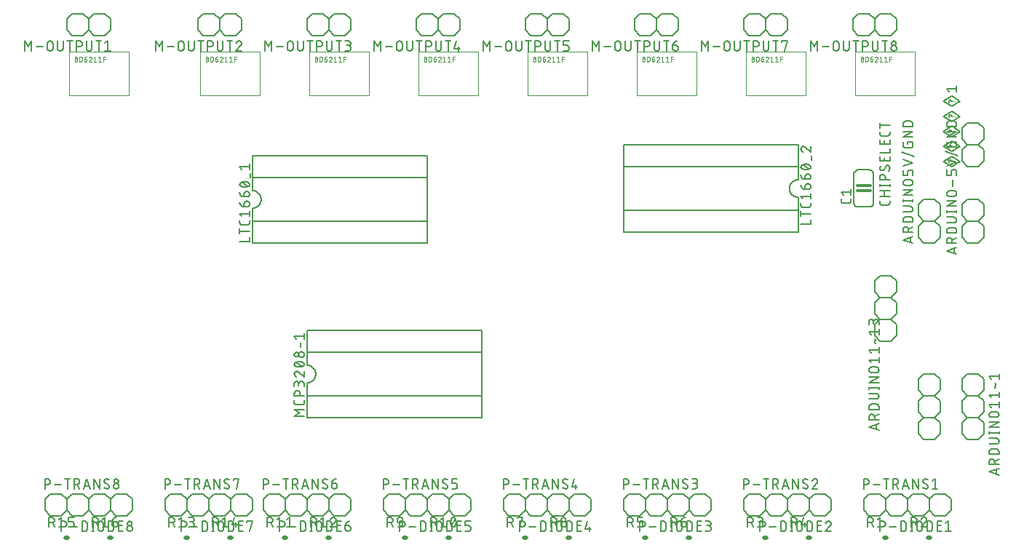
<source format=gbr>
G04 EAGLE Gerber RS-274X export*
G75*
%MOMM*%
%FSLAX34Y34*%
%LPD*%
%INSilkscreen Top*%
%IPPOS*%
%AMOC8*
5,1,8,0,0,1.08239X$1,22.5*%
G01*
%ADD10C,0.152400*%
%ADD11C,0.127000*%
%ADD12C,0.304800*%
%ADD13C,0.508000*%
%ADD14C,0.076200*%
%ADD15C,0.050800*%


D10*
X1117600Y412750D02*
X1117600Y425450D01*
X1123950Y431800D01*
X1136650Y431800D01*
X1143000Y425450D01*
X1136650Y406400D02*
X1123950Y406400D01*
X1117600Y412750D01*
X1136650Y406400D02*
X1143000Y412750D01*
X1143000Y425450D01*
X1123950Y431800D02*
X1117600Y438150D01*
X1117600Y450850D01*
X1123950Y457200D01*
X1136650Y457200D01*
X1143000Y450850D01*
X1143000Y438150D01*
X1136650Y431800D01*
D11*
X1111377Y393573D02*
X1099947Y397383D01*
X1111377Y401193D01*
X1108520Y400241D02*
X1108520Y394526D01*
X1111377Y406102D02*
X1099947Y406102D01*
X1099947Y409277D01*
X1099949Y409388D01*
X1099955Y409498D01*
X1099964Y409609D01*
X1099978Y409719D01*
X1099995Y409828D01*
X1100016Y409937D01*
X1100041Y410045D01*
X1100070Y410152D01*
X1100102Y410258D01*
X1100138Y410363D01*
X1100178Y410466D01*
X1100221Y410568D01*
X1100268Y410669D01*
X1100319Y410768D01*
X1100372Y410865D01*
X1100429Y410959D01*
X1100490Y411052D01*
X1100553Y411143D01*
X1100620Y411232D01*
X1100690Y411318D01*
X1100763Y411401D01*
X1100838Y411483D01*
X1100916Y411561D01*
X1100998Y411636D01*
X1101081Y411709D01*
X1101167Y411779D01*
X1101256Y411846D01*
X1101347Y411909D01*
X1101440Y411970D01*
X1101535Y412027D01*
X1101631Y412080D01*
X1101730Y412131D01*
X1101831Y412178D01*
X1101933Y412221D01*
X1102036Y412261D01*
X1102141Y412297D01*
X1102247Y412329D01*
X1102354Y412358D01*
X1102462Y412383D01*
X1102571Y412404D01*
X1102680Y412421D01*
X1102790Y412435D01*
X1102901Y412444D01*
X1103011Y412450D01*
X1103122Y412452D01*
X1103233Y412450D01*
X1103343Y412444D01*
X1103454Y412435D01*
X1103564Y412421D01*
X1103673Y412404D01*
X1103782Y412383D01*
X1103890Y412358D01*
X1103997Y412329D01*
X1104103Y412297D01*
X1104208Y412261D01*
X1104311Y412221D01*
X1104413Y412178D01*
X1104514Y412131D01*
X1104613Y412080D01*
X1104710Y412027D01*
X1104804Y411970D01*
X1104897Y411909D01*
X1104988Y411846D01*
X1105077Y411779D01*
X1105163Y411709D01*
X1105246Y411636D01*
X1105328Y411561D01*
X1105406Y411483D01*
X1105481Y411401D01*
X1105554Y411318D01*
X1105624Y411232D01*
X1105691Y411143D01*
X1105754Y411052D01*
X1105815Y410959D01*
X1105872Y410865D01*
X1105925Y410768D01*
X1105976Y410669D01*
X1106023Y410568D01*
X1106066Y410466D01*
X1106106Y410363D01*
X1106142Y410258D01*
X1106174Y410152D01*
X1106203Y410045D01*
X1106228Y409937D01*
X1106249Y409828D01*
X1106266Y409719D01*
X1106280Y409609D01*
X1106289Y409498D01*
X1106295Y409388D01*
X1106297Y409277D01*
X1106297Y406102D01*
X1106297Y409912D02*
X1111377Y412452D01*
X1111377Y417830D02*
X1099947Y417830D01*
X1099947Y421005D01*
X1099949Y421116D01*
X1099955Y421226D01*
X1099964Y421337D01*
X1099978Y421447D01*
X1099995Y421556D01*
X1100016Y421665D01*
X1100041Y421773D01*
X1100070Y421880D01*
X1100102Y421986D01*
X1100138Y422091D01*
X1100178Y422194D01*
X1100221Y422296D01*
X1100268Y422397D01*
X1100319Y422496D01*
X1100372Y422593D01*
X1100429Y422687D01*
X1100490Y422780D01*
X1100553Y422871D01*
X1100620Y422960D01*
X1100690Y423046D01*
X1100763Y423129D01*
X1100838Y423211D01*
X1100916Y423289D01*
X1100998Y423364D01*
X1101081Y423437D01*
X1101167Y423507D01*
X1101256Y423574D01*
X1101347Y423637D01*
X1101440Y423698D01*
X1101535Y423755D01*
X1101631Y423808D01*
X1101730Y423859D01*
X1101831Y423906D01*
X1101933Y423949D01*
X1102036Y423989D01*
X1102141Y424025D01*
X1102247Y424057D01*
X1102354Y424086D01*
X1102462Y424111D01*
X1102571Y424132D01*
X1102680Y424149D01*
X1102790Y424163D01*
X1102901Y424172D01*
X1103011Y424178D01*
X1103122Y424180D01*
X1108202Y424180D01*
X1108313Y424178D01*
X1108423Y424172D01*
X1108534Y424163D01*
X1108644Y424149D01*
X1108753Y424132D01*
X1108862Y424111D01*
X1108970Y424086D01*
X1109077Y424057D01*
X1109183Y424025D01*
X1109288Y423989D01*
X1109391Y423949D01*
X1109493Y423906D01*
X1109594Y423859D01*
X1109693Y423808D01*
X1109790Y423755D01*
X1109884Y423698D01*
X1109977Y423637D01*
X1110068Y423574D01*
X1110157Y423507D01*
X1110243Y423437D01*
X1110326Y423364D01*
X1110408Y423289D01*
X1110486Y423211D01*
X1110561Y423129D01*
X1110634Y423046D01*
X1110704Y422960D01*
X1110771Y422871D01*
X1110834Y422780D01*
X1110895Y422687D01*
X1110952Y422593D01*
X1111005Y422496D01*
X1111056Y422397D01*
X1111103Y422296D01*
X1111146Y422194D01*
X1111186Y422091D01*
X1111222Y421986D01*
X1111254Y421880D01*
X1111283Y421773D01*
X1111308Y421665D01*
X1111329Y421556D01*
X1111346Y421447D01*
X1111360Y421337D01*
X1111369Y421226D01*
X1111375Y421116D01*
X1111377Y421005D01*
X1111377Y417830D01*
X1108202Y430022D02*
X1099947Y430022D01*
X1108202Y430022D02*
X1108313Y430024D01*
X1108423Y430030D01*
X1108534Y430039D01*
X1108644Y430053D01*
X1108753Y430070D01*
X1108862Y430091D01*
X1108970Y430116D01*
X1109077Y430145D01*
X1109183Y430177D01*
X1109288Y430213D01*
X1109391Y430253D01*
X1109493Y430296D01*
X1109594Y430343D01*
X1109693Y430394D01*
X1109790Y430447D01*
X1109884Y430504D01*
X1109977Y430565D01*
X1110068Y430628D01*
X1110157Y430695D01*
X1110243Y430765D01*
X1110326Y430838D01*
X1110408Y430913D01*
X1110486Y430991D01*
X1110561Y431073D01*
X1110634Y431156D01*
X1110704Y431242D01*
X1110771Y431331D01*
X1110834Y431422D01*
X1110895Y431515D01*
X1110952Y431609D01*
X1111005Y431706D01*
X1111056Y431805D01*
X1111103Y431906D01*
X1111146Y432008D01*
X1111186Y432111D01*
X1111222Y432216D01*
X1111254Y432322D01*
X1111283Y432429D01*
X1111308Y432537D01*
X1111329Y432646D01*
X1111346Y432755D01*
X1111360Y432865D01*
X1111369Y432976D01*
X1111375Y433086D01*
X1111377Y433197D01*
X1111375Y433308D01*
X1111369Y433418D01*
X1111360Y433529D01*
X1111346Y433639D01*
X1111329Y433748D01*
X1111308Y433857D01*
X1111283Y433965D01*
X1111254Y434072D01*
X1111222Y434178D01*
X1111186Y434283D01*
X1111146Y434386D01*
X1111103Y434488D01*
X1111056Y434589D01*
X1111005Y434688D01*
X1110952Y434784D01*
X1110895Y434879D01*
X1110834Y434972D01*
X1110771Y435063D01*
X1110704Y435152D01*
X1110634Y435238D01*
X1110561Y435321D01*
X1110486Y435403D01*
X1110408Y435481D01*
X1110326Y435556D01*
X1110243Y435629D01*
X1110157Y435699D01*
X1110068Y435766D01*
X1109977Y435829D01*
X1109884Y435890D01*
X1109790Y435947D01*
X1109693Y436000D01*
X1109594Y436051D01*
X1109493Y436098D01*
X1109391Y436141D01*
X1109288Y436181D01*
X1109183Y436217D01*
X1109077Y436249D01*
X1108970Y436278D01*
X1108862Y436303D01*
X1108753Y436324D01*
X1108644Y436341D01*
X1108534Y436355D01*
X1108423Y436364D01*
X1108313Y436370D01*
X1108202Y436372D01*
X1099947Y436372D01*
X1099947Y442722D02*
X1111377Y442722D01*
X1111377Y441452D02*
X1111377Y443992D01*
X1099947Y443992D02*
X1099947Y441452D01*
X1099947Y449072D02*
X1111377Y449072D01*
X1111377Y455422D02*
X1099947Y449072D01*
X1099947Y455422D02*
X1111377Y455422D01*
X1108202Y460883D02*
X1103122Y460883D01*
X1103011Y460885D01*
X1102901Y460891D01*
X1102790Y460900D01*
X1102680Y460914D01*
X1102571Y460931D01*
X1102462Y460952D01*
X1102354Y460977D01*
X1102247Y461006D01*
X1102141Y461038D01*
X1102036Y461074D01*
X1101933Y461114D01*
X1101831Y461157D01*
X1101730Y461204D01*
X1101631Y461255D01*
X1101535Y461308D01*
X1101440Y461365D01*
X1101347Y461426D01*
X1101256Y461489D01*
X1101167Y461556D01*
X1101081Y461626D01*
X1100998Y461699D01*
X1100916Y461774D01*
X1100838Y461852D01*
X1100763Y461934D01*
X1100690Y462017D01*
X1100620Y462103D01*
X1100553Y462192D01*
X1100490Y462283D01*
X1100429Y462376D01*
X1100372Y462471D01*
X1100319Y462567D01*
X1100268Y462666D01*
X1100221Y462767D01*
X1100178Y462869D01*
X1100138Y462972D01*
X1100102Y463077D01*
X1100070Y463183D01*
X1100041Y463290D01*
X1100016Y463398D01*
X1099995Y463507D01*
X1099978Y463616D01*
X1099964Y463726D01*
X1099955Y463837D01*
X1099949Y463947D01*
X1099947Y464058D01*
X1099949Y464169D01*
X1099955Y464279D01*
X1099964Y464390D01*
X1099978Y464500D01*
X1099995Y464609D01*
X1100016Y464718D01*
X1100041Y464826D01*
X1100070Y464933D01*
X1100102Y465039D01*
X1100138Y465144D01*
X1100178Y465247D01*
X1100221Y465349D01*
X1100268Y465450D01*
X1100319Y465549D01*
X1100372Y465646D01*
X1100429Y465740D01*
X1100490Y465833D01*
X1100553Y465924D01*
X1100620Y466013D01*
X1100690Y466099D01*
X1100763Y466182D01*
X1100838Y466264D01*
X1100916Y466342D01*
X1100998Y466417D01*
X1101081Y466490D01*
X1101167Y466560D01*
X1101256Y466627D01*
X1101347Y466690D01*
X1101440Y466751D01*
X1101535Y466808D01*
X1101631Y466861D01*
X1101730Y466912D01*
X1101831Y466959D01*
X1101933Y467002D01*
X1102036Y467042D01*
X1102141Y467078D01*
X1102247Y467110D01*
X1102354Y467139D01*
X1102462Y467164D01*
X1102571Y467185D01*
X1102680Y467202D01*
X1102790Y467216D01*
X1102901Y467225D01*
X1103011Y467231D01*
X1103122Y467233D01*
X1108202Y467233D01*
X1108313Y467231D01*
X1108423Y467225D01*
X1108534Y467216D01*
X1108644Y467202D01*
X1108753Y467185D01*
X1108862Y467164D01*
X1108970Y467139D01*
X1109077Y467110D01*
X1109183Y467078D01*
X1109288Y467042D01*
X1109391Y467002D01*
X1109493Y466959D01*
X1109594Y466912D01*
X1109693Y466861D01*
X1109790Y466808D01*
X1109884Y466751D01*
X1109977Y466690D01*
X1110068Y466627D01*
X1110157Y466560D01*
X1110243Y466490D01*
X1110326Y466417D01*
X1110408Y466342D01*
X1110486Y466264D01*
X1110561Y466182D01*
X1110634Y466099D01*
X1110704Y466013D01*
X1110771Y465924D01*
X1110834Y465833D01*
X1110895Y465740D01*
X1110952Y465645D01*
X1111005Y465549D01*
X1111056Y465450D01*
X1111103Y465349D01*
X1111146Y465247D01*
X1111186Y465144D01*
X1111222Y465039D01*
X1111254Y464933D01*
X1111283Y464826D01*
X1111308Y464718D01*
X1111329Y464609D01*
X1111346Y464500D01*
X1111360Y464390D01*
X1111369Y464279D01*
X1111375Y464169D01*
X1111377Y464058D01*
X1111375Y463947D01*
X1111369Y463837D01*
X1111360Y463726D01*
X1111346Y463616D01*
X1111329Y463507D01*
X1111308Y463398D01*
X1111283Y463290D01*
X1111254Y463183D01*
X1111222Y463077D01*
X1111186Y462972D01*
X1111146Y462869D01*
X1111103Y462767D01*
X1111056Y462666D01*
X1111005Y462567D01*
X1110952Y462470D01*
X1110895Y462376D01*
X1110834Y462283D01*
X1110771Y462192D01*
X1110704Y462103D01*
X1110634Y462017D01*
X1110561Y461934D01*
X1110486Y461852D01*
X1110408Y461774D01*
X1110326Y461699D01*
X1110243Y461626D01*
X1110157Y461556D01*
X1110068Y461489D01*
X1109977Y461426D01*
X1109884Y461365D01*
X1109790Y461308D01*
X1109693Y461255D01*
X1109594Y461204D01*
X1109493Y461157D01*
X1109391Y461114D01*
X1109288Y461074D01*
X1109183Y461038D01*
X1109077Y461006D01*
X1108970Y460977D01*
X1108862Y460952D01*
X1108753Y460931D01*
X1108644Y460914D01*
X1108534Y460900D01*
X1108423Y460891D01*
X1108313Y460885D01*
X1108202Y460883D01*
X1106932Y472440D02*
X1106932Y480060D01*
X1111377Y485267D02*
X1111377Y489077D01*
X1111375Y489177D01*
X1111369Y489276D01*
X1111359Y489376D01*
X1111346Y489474D01*
X1111328Y489573D01*
X1111307Y489670D01*
X1111282Y489766D01*
X1111253Y489862D01*
X1111220Y489956D01*
X1111184Y490049D01*
X1111144Y490140D01*
X1111100Y490230D01*
X1111053Y490318D01*
X1111003Y490404D01*
X1110949Y490488D01*
X1110892Y490570D01*
X1110832Y490649D01*
X1110768Y490727D01*
X1110702Y490801D01*
X1110633Y490873D01*
X1110561Y490942D01*
X1110487Y491008D01*
X1110409Y491072D01*
X1110330Y491132D01*
X1110248Y491189D01*
X1110164Y491243D01*
X1110078Y491293D01*
X1109990Y491340D01*
X1109900Y491384D01*
X1109809Y491424D01*
X1109716Y491460D01*
X1109622Y491493D01*
X1109526Y491522D01*
X1109430Y491547D01*
X1109333Y491568D01*
X1109234Y491586D01*
X1109136Y491599D01*
X1109036Y491609D01*
X1108937Y491615D01*
X1108837Y491617D01*
X1107567Y491617D01*
X1107467Y491615D01*
X1107368Y491609D01*
X1107268Y491599D01*
X1107170Y491586D01*
X1107071Y491568D01*
X1106974Y491547D01*
X1106878Y491522D01*
X1106782Y491493D01*
X1106688Y491460D01*
X1106595Y491424D01*
X1106504Y491384D01*
X1106414Y491340D01*
X1106326Y491293D01*
X1106240Y491243D01*
X1106156Y491189D01*
X1106074Y491132D01*
X1105995Y491072D01*
X1105917Y491008D01*
X1105843Y490942D01*
X1105771Y490873D01*
X1105702Y490801D01*
X1105636Y490727D01*
X1105572Y490649D01*
X1105512Y490570D01*
X1105455Y490488D01*
X1105401Y490404D01*
X1105351Y490318D01*
X1105304Y490230D01*
X1105260Y490140D01*
X1105220Y490049D01*
X1105184Y489956D01*
X1105151Y489862D01*
X1105122Y489766D01*
X1105097Y489670D01*
X1105076Y489573D01*
X1105058Y489474D01*
X1105045Y489376D01*
X1105035Y489276D01*
X1105029Y489177D01*
X1105027Y489077D01*
X1105027Y485267D01*
X1099947Y485267D01*
X1099947Y491617D01*
X1099947Y496062D02*
X1111377Y499872D01*
X1099947Y503682D01*
X1098677Y512699D02*
X1112647Y507619D01*
X1105027Y522097D02*
X1105027Y524002D01*
X1111377Y524002D01*
X1111377Y520192D01*
X1111375Y520092D01*
X1111369Y519993D01*
X1111359Y519893D01*
X1111346Y519795D01*
X1111328Y519696D01*
X1111307Y519599D01*
X1111282Y519503D01*
X1111253Y519407D01*
X1111220Y519313D01*
X1111184Y519220D01*
X1111144Y519129D01*
X1111100Y519039D01*
X1111053Y518951D01*
X1111003Y518865D01*
X1110949Y518781D01*
X1110892Y518699D01*
X1110832Y518620D01*
X1110768Y518542D01*
X1110702Y518468D01*
X1110633Y518396D01*
X1110561Y518327D01*
X1110487Y518261D01*
X1110409Y518197D01*
X1110330Y518137D01*
X1110248Y518080D01*
X1110164Y518026D01*
X1110078Y517976D01*
X1109990Y517929D01*
X1109900Y517885D01*
X1109809Y517845D01*
X1109716Y517809D01*
X1109622Y517776D01*
X1109526Y517747D01*
X1109430Y517722D01*
X1109333Y517701D01*
X1109234Y517683D01*
X1109136Y517670D01*
X1109036Y517660D01*
X1108937Y517654D01*
X1108837Y517652D01*
X1102487Y517652D01*
X1102387Y517654D01*
X1102288Y517660D01*
X1102188Y517670D01*
X1102090Y517683D01*
X1101991Y517701D01*
X1101894Y517722D01*
X1101798Y517747D01*
X1101702Y517776D01*
X1101608Y517809D01*
X1101515Y517845D01*
X1101424Y517885D01*
X1101334Y517929D01*
X1101246Y517976D01*
X1101160Y518026D01*
X1101076Y518080D01*
X1100994Y518137D01*
X1100915Y518197D01*
X1100837Y518261D01*
X1100763Y518327D01*
X1100691Y518396D01*
X1100622Y518468D01*
X1100556Y518542D01*
X1100492Y518620D01*
X1100432Y518699D01*
X1100375Y518781D01*
X1100321Y518865D01*
X1100271Y518951D01*
X1100224Y519039D01*
X1100180Y519129D01*
X1100140Y519220D01*
X1100104Y519313D01*
X1100071Y519407D01*
X1100042Y519503D01*
X1100017Y519599D01*
X1099996Y519696D01*
X1099978Y519795D01*
X1099965Y519893D01*
X1099955Y519993D01*
X1099949Y520092D01*
X1099947Y520192D01*
X1099947Y524002D01*
X1099947Y529844D02*
X1111377Y529844D01*
X1111377Y536194D02*
X1099947Y529844D01*
X1099947Y536194D02*
X1111377Y536194D01*
X1111377Y542036D02*
X1099947Y542036D01*
X1099947Y545211D01*
X1099949Y545322D01*
X1099955Y545432D01*
X1099964Y545543D01*
X1099978Y545653D01*
X1099995Y545762D01*
X1100016Y545871D01*
X1100041Y545979D01*
X1100070Y546086D01*
X1100102Y546192D01*
X1100138Y546297D01*
X1100178Y546400D01*
X1100221Y546502D01*
X1100268Y546603D01*
X1100319Y546702D01*
X1100372Y546799D01*
X1100429Y546893D01*
X1100490Y546986D01*
X1100553Y547077D01*
X1100620Y547166D01*
X1100690Y547252D01*
X1100763Y547335D01*
X1100838Y547417D01*
X1100916Y547495D01*
X1100998Y547570D01*
X1101081Y547643D01*
X1101167Y547713D01*
X1101256Y547780D01*
X1101347Y547843D01*
X1101440Y547904D01*
X1101535Y547961D01*
X1101631Y548014D01*
X1101730Y548065D01*
X1101831Y548112D01*
X1101933Y548155D01*
X1102036Y548195D01*
X1102141Y548231D01*
X1102247Y548263D01*
X1102354Y548292D01*
X1102462Y548317D01*
X1102571Y548338D01*
X1102680Y548355D01*
X1102790Y548369D01*
X1102901Y548378D01*
X1103011Y548384D01*
X1103122Y548386D01*
X1108202Y548386D01*
X1108313Y548384D01*
X1108423Y548378D01*
X1108534Y548369D01*
X1108644Y548355D01*
X1108753Y548338D01*
X1108862Y548317D01*
X1108970Y548292D01*
X1109077Y548263D01*
X1109183Y548231D01*
X1109288Y548195D01*
X1109391Y548155D01*
X1109493Y548112D01*
X1109594Y548065D01*
X1109693Y548014D01*
X1109790Y547961D01*
X1109884Y547904D01*
X1109977Y547843D01*
X1110068Y547780D01*
X1110157Y547713D01*
X1110243Y547643D01*
X1110326Y547570D01*
X1110408Y547495D01*
X1110486Y547417D01*
X1110561Y547335D01*
X1110634Y547252D01*
X1110704Y547166D01*
X1110771Y547077D01*
X1110834Y546986D01*
X1110895Y546893D01*
X1110952Y546799D01*
X1111005Y546702D01*
X1111056Y546603D01*
X1111103Y546502D01*
X1111146Y546400D01*
X1111186Y546297D01*
X1111222Y546192D01*
X1111254Y546086D01*
X1111283Y545979D01*
X1111308Y545871D01*
X1111329Y545762D01*
X1111346Y545653D01*
X1111360Y545543D01*
X1111369Y545432D01*
X1111375Y545322D01*
X1111377Y545211D01*
X1111377Y542036D01*
D10*
X1143000Y247650D02*
X1143000Y234950D01*
X1136650Y228600D01*
X1123950Y228600D01*
X1117600Y234950D01*
X1136650Y228600D02*
X1143000Y222250D01*
X1143000Y209550D01*
X1136650Y203200D01*
X1123950Y203200D01*
X1117600Y209550D01*
X1117600Y222250D01*
X1123950Y228600D01*
X1123950Y254000D02*
X1136650Y254000D01*
X1143000Y247650D01*
X1123950Y254000D02*
X1117600Y247650D01*
X1117600Y234950D01*
X1136650Y203200D02*
X1143000Y196850D01*
X1143000Y184150D01*
X1136650Y177800D01*
X1123950Y177800D01*
X1117600Y184150D01*
X1117600Y196850D01*
X1123950Y203200D01*
D11*
X1149223Y140081D02*
X1160653Y136271D01*
X1160653Y143891D02*
X1149223Y140081D01*
X1157796Y142939D02*
X1157796Y137224D01*
X1160653Y148800D02*
X1149223Y148800D01*
X1149223Y151975D01*
X1149225Y152086D01*
X1149231Y152196D01*
X1149240Y152307D01*
X1149254Y152417D01*
X1149271Y152526D01*
X1149292Y152635D01*
X1149317Y152743D01*
X1149346Y152850D01*
X1149378Y152956D01*
X1149414Y153061D01*
X1149454Y153164D01*
X1149497Y153266D01*
X1149544Y153367D01*
X1149595Y153466D01*
X1149648Y153563D01*
X1149705Y153657D01*
X1149766Y153750D01*
X1149829Y153841D01*
X1149896Y153930D01*
X1149966Y154016D01*
X1150039Y154099D01*
X1150114Y154181D01*
X1150192Y154259D01*
X1150274Y154334D01*
X1150357Y154407D01*
X1150443Y154477D01*
X1150532Y154544D01*
X1150623Y154607D01*
X1150716Y154668D01*
X1150811Y154725D01*
X1150907Y154778D01*
X1151006Y154829D01*
X1151107Y154876D01*
X1151209Y154919D01*
X1151312Y154959D01*
X1151417Y154995D01*
X1151523Y155027D01*
X1151630Y155056D01*
X1151738Y155081D01*
X1151847Y155102D01*
X1151956Y155119D01*
X1152066Y155133D01*
X1152177Y155142D01*
X1152287Y155148D01*
X1152398Y155150D01*
X1152509Y155148D01*
X1152619Y155142D01*
X1152730Y155133D01*
X1152840Y155119D01*
X1152949Y155102D01*
X1153058Y155081D01*
X1153166Y155056D01*
X1153273Y155027D01*
X1153379Y154995D01*
X1153484Y154959D01*
X1153587Y154919D01*
X1153689Y154876D01*
X1153790Y154829D01*
X1153889Y154778D01*
X1153986Y154725D01*
X1154080Y154668D01*
X1154173Y154607D01*
X1154264Y154544D01*
X1154353Y154477D01*
X1154439Y154407D01*
X1154522Y154334D01*
X1154604Y154259D01*
X1154682Y154181D01*
X1154757Y154099D01*
X1154830Y154016D01*
X1154900Y153930D01*
X1154967Y153841D01*
X1155030Y153750D01*
X1155091Y153657D01*
X1155148Y153563D01*
X1155201Y153466D01*
X1155252Y153367D01*
X1155299Y153266D01*
X1155342Y153164D01*
X1155382Y153061D01*
X1155418Y152956D01*
X1155450Y152850D01*
X1155479Y152743D01*
X1155504Y152635D01*
X1155525Y152526D01*
X1155542Y152417D01*
X1155556Y152307D01*
X1155565Y152196D01*
X1155571Y152086D01*
X1155573Y151975D01*
X1155573Y148800D01*
X1155573Y152610D02*
X1160653Y155150D01*
X1160653Y160528D02*
X1149223Y160528D01*
X1149223Y163703D01*
X1149225Y163814D01*
X1149231Y163924D01*
X1149240Y164035D01*
X1149254Y164145D01*
X1149271Y164254D01*
X1149292Y164363D01*
X1149317Y164471D01*
X1149346Y164578D01*
X1149378Y164684D01*
X1149414Y164789D01*
X1149454Y164892D01*
X1149497Y164994D01*
X1149544Y165095D01*
X1149595Y165194D01*
X1149648Y165291D01*
X1149705Y165385D01*
X1149766Y165478D01*
X1149829Y165569D01*
X1149896Y165658D01*
X1149966Y165744D01*
X1150039Y165827D01*
X1150114Y165909D01*
X1150192Y165987D01*
X1150274Y166062D01*
X1150357Y166135D01*
X1150443Y166205D01*
X1150532Y166272D01*
X1150623Y166335D01*
X1150716Y166396D01*
X1150811Y166453D01*
X1150907Y166506D01*
X1151006Y166557D01*
X1151107Y166604D01*
X1151209Y166647D01*
X1151312Y166687D01*
X1151417Y166723D01*
X1151523Y166755D01*
X1151630Y166784D01*
X1151738Y166809D01*
X1151847Y166830D01*
X1151956Y166847D01*
X1152066Y166861D01*
X1152177Y166870D01*
X1152287Y166876D01*
X1152398Y166878D01*
X1157478Y166878D01*
X1157589Y166876D01*
X1157699Y166870D01*
X1157810Y166861D01*
X1157920Y166847D01*
X1158029Y166830D01*
X1158138Y166809D01*
X1158246Y166784D01*
X1158353Y166755D01*
X1158459Y166723D01*
X1158564Y166687D01*
X1158667Y166647D01*
X1158769Y166604D01*
X1158870Y166557D01*
X1158969Y166506D01*
X1159066Y166453D01*
X1159160Y166396D01*
X1159253Y166335D01*
X1159344Y166272D01*
X1159433Y166205D01*
X1159519Y166135D01*
X1159602Y166062D01*
X1159684Y165987D01*
X1159762Y165909D01*
X1159837Y165827D01*
X1159910Y165744D01*
X1159980Y165658D01*
X1160047Y165569D01*
X1160110Y165478D01*
X1160171Y165385D01*
X1160228Y165291D01*
X1160281Y165194D01*
X1160332Y165095D01*
X1160379Y164994D01*
X1160422Y164892D01*
X1160462Y164789D01*
X1160498Y164684D01*
X1160530Y164578D01*
X1160559Y164471D01*
X1160584Y164363D01*
X1160605Y164254D01*
X1160622Y164145D01*
X1160636Y164035D01*
X1160645Y163924D01*
X1160651Y163814D01*
X1160653Y163703D01*
X1160653Y160528D01*
X1157478Y172720D02*
X1149223Y172720D01*
X1157478Y172720D02*
X1157589Y172722D01*
X1157699Y172728D01*
X1157810Y172737D01*
X1157920Y172751D01*
X1158029Y172768D01*
X1158138Y172789D01*
X1158246Y172814D01*
X1158353Y172843D01*
X1158459Y172875D01*
X1158564Y172911D01*
X1158667Y172951D01*
X1158769Y172994D01*
X1158870Y173041D01*
X1158969Y173092D01*
X1159066Y173145D01*
X1159160Y173202D01*
X1159253Y173263D01*
X1159344Y173326D01*
X1159433Y173393D01*
X1159519Y173463D01*
X1159602Y173536D01*
X1159684Y173611D01*
X1159762Y173689D01*
X1159837Y173771D01*
X1159910Y173854D01*
X1159980Y173940D01*
X1160047Y174029D01*
X1160110Y174120D01*
X1160171Y174213D01*
X1160228Y174307D01*
X1160281Y174404D01*
X1160332Y174503D01*
X1160379Y174604D01*
X1160422Y174706D01*
X1160462Y174809D01*
X1160498Y174914D01*
X1160530Y175020D01*
X1160559Y175127D01*
X1160584Y175235D01*
X1160605Y175344D01*
X1160622Y175453D01*
X1160636Y175563D01*
X1160645Y175674D01*
X1160651Y175784D01*
X1160653Y175895D01*
X1160651Y176006D01*
X1160645Y176116D01*
X1160636Y176227D01*
X1160622Y176337D01*
X1160605Y176446D01*
X1160584Y176555D01*
X1160559Y176663D01*
X1160530Y176770D01*
X1160498Y176876D01*
X1160462Y176981D01*
X1160422Y177084D01*
X1160379Y177186D01*
X1160332Y177287D01*
X1160281Y177386D01*
X1160228Y177482D01*
X1160171Y177577D01*
X1160110Y177670D01*
X1160047Y177761D01*
X1159980Y177850D01*
X1159910Y177936D01*
X1159837Y178019D01*
X1159762Y178101D01*
X1159684Y178179D01*
X1159602Y178254D01*
X1159519Y178327D01*
X1159433Y178397D01*
X1159344Y178464D01*
X1159253Y178527D01*
X1159160Y178588D01*
X1159066Y178645D01*
X1158969Y178698D01*
X1158870Y178749D01*
X1158769Y178796D01*
X1158667Y178839D01*
X1158564Y178879D01*
X1158459Y178915D01*
X1158353Y178947D01*
X1158246Y178976D01*
X1158138Y179001D01*
X1158029Y179022D01*
X1157920Y179039D01*
X1157810Y179053D01*
X1157699Y179062D01*
X1157589Y179068D01*
X1157478Y179070D01*
X1149223Y179070D01*
X1149223Y185420D02*
X1160653Y185420D01*
X1160653Y184150D02*
X1160653Y186690D01*
X1149223Y186690D02*
X1149223Y184150D01*
X1149223Y191770D02*
X1160653Y191770D01*
X1160653Y198120D02*
X1149223Y191770D01*
X1149223Y198120D02*
X1160653Y198120D01*
X1157478Y203581D02*
X1152398Y203581D01*
X1152287Y203583D01*
X1152177Y203589D01*
X1152066Y203598D01*
X1151956Y203612D01*
X1151847Y203629D01*
X1151738Y203650D01*
X1151630Y203675D01*
X1151523Y203704D01*
X1151417Y203736D01*
X1151312Y203772D01*
X1151209Y203812D01*
X1151107Y203855D01*
X1151006Y203902D01*
X1150907Y203953D01*
X1150811Y204006D01*
X1150716Y204063D01*
X1150623Y204124D01*
X1150532Y204187D01*
X1150443Y204254D01*
X1150357Y204324D01*
X1150274Y204397D01*
X1150192Y204472D01*
X1150114Y204550D01*
X1150039Y204632D01*
X1149966Y204715D01*
X1149896Y204801D01*
X1149829Y204890D01*
X1149766Y204981D01*
X1149705Y205074D01*
X1149648Y205169D01*
X1149595Y205265D01*
X1149544Y205364D01*
X1149497Y205465D01*
X1149454Y205567D01*
X1149414Y205670D01*
X1149378Y205775D01*
X1149346Y205881D01*
X1149317Y205988D01*
X1149292Y206096D01*
X1149271Y206205D01*
X1149254Y206314D01*
X1149240Y206424D01*
X1149231Y206535D01*
X1149225Y206645D01*
X1149223Y206756D01*
X1149225Y206867D01*
X1149231Y206977D01*
X1149240Y207088D01*
X1149254Y207198D01*
X1149271Y207307D01*
X1149292Y207416D01*
X1149317Y207524D01*
X1149346Y207631D01*
X1149378Y207737D01*
X1149414Y207842D01*
X1149454Y207945D01*
X1149497Y208047D01*
X1149544Y208148D01*
X1149595Y208247D01*
X1149648Y208344D01*
X1149705Y208438D01*
X1149766Y208531D01*
X1149829Y208622D01*
X1149896Y208711D01*
X1149966Y208797D01*
X1150039Y208880D01*
X1150114Y208962D01*
X1150192Y209040D01*
X1150274Y209115D01*
X1150357Y209188D01*
X1150443Y209258D01*
X1150532Y209325D01*
X1150623Y209388D01*
X1150716Y209449D01*
X1150811Y209506D01*
X1150907Y209559D01*
X1151006Y209610D01*
X1151107Y209657D01*
X1151209Y209700D01*
X1151312Y209740D01*
X1151417Y209776D01*
X1151523Y209808D01*
X1151630Y209837D01*
X1151738Y209862D01*
X1151847Y209883D01*
X1151956Y209900D01*
X1152066Y209914D01*
X1152177Y209923D01*
X1152287Y209929D01*
X1152398Y209931D01*
X1157478Y209931D01*
X1157589Y209929D01*
X1157699Y209923D01*
X1157810Y209914D01*
X1157920Y209900D01*
X1158029Y209883D01*
X1158138Y209862D01*
X1158246Y209837D01*
X1158353Y209808D01*
X1158459Y209776D01*
X1158564Y209740D01*
X1158667Y209700D01*
X1158769Y209657D01*
X1158870Y209610D01*
X1158969Y209559D01*
X1159066Y209506D01*
X1159160Y209449D01*
X1159253Y209388D01*
X1159344Y209325D01*
X1159433Y209258D01*
X1159519Y209188D01*
X1159602Y209115D01*
X1159684Y209040D01*
X1159762Y208962D01*
X1159837Y208880D01*
X1159910Y208797D01*
X1159980Y208711D01*
X1160047Y208622D01*
X1160110Y208531D01*
X1160171Y208438D01*
X1160228Y208343D01*
X1160281Y208247D01*
X1160332Y208148D01*
X1160379Y208047D01*
X1160422Y207945D01*
X1160462Y207842D01*
X1160498Y207737D01*
X1160530Y207631D01*
X1160559Y207524D01*
X1160584Y207416D01*
X1160605Y207307D01*
X1160622Y207198D01*
X1160636Y207088D01*
X1160645Y206977D01*
X1160651Y206867D01*
X1160653Y206756D01*
X1160651Y206645D01*
X1160645Y206535D01*
X1160636Y206424D01*
X1160622Y206314D01*
X1160605Y206205D01*
X1160584Y206096D01*
X1160559Y205988D01*
X1160530Y205881D01*
X1160498Y205775D01*
X1160462Y205670D01*
X1160422Y205567D01*
X1160379Y205465D01*
X1160332Y205364D01*
X1160281Y205265D01*
X1160228Y205168D01*
X1160171Y205074D01*
X1160110Y204981D01*
X1160047Y204890D01*
X1159980Y204801D01*
X1159910Y204715D01*
X1159837Y204632D01*
X1159762Y204550D01*
X1159684Y204472D01*
X1159602Y204397D01*
X1159519Y204324D01*
X1159433Y204254D01*
X1159344Y204187D01*
X1159253Y204124D01*
X1159160Y204063D01*
X1159066Y204006D01*
X1158969Y203953D01*
X1158870Y203902D01*
X1158769Y203855D01*
X1158667Y203812D01*
X1158564Y203772D01*
X1158459Y203736D01*
X1158353Y203704D01*
X1158246Y203675D01*
X1158138Y203650D01*
X1158029Y203629D01*
X1157920Y203612D01*
X1157810Y203598D01*
X1157699Y203589D01*
X1157589Y203583D01*
X1157478Y203581D01*
X1151763Y215011D02*
X1149223Y218186D01*
X1160653Y218186D01*
X1160653Y215011D02*
X1160653Y221361D01*
X1151763Y226441D02*
X1149223Y229616D01*
X1160653Y229616D01*
X1160653Y226441D02*
X1160653Y232791D01*
X1156843Y237744D02*
X1156774Y237746D01*
X1156706Y237751D01*
X1156638Y237761D01*
X1156570Y237774D01*
X1156503Y237790D01*
X1156437Y237810D01*
X1156373Y237834D01*
X1156310Y237861D01*
X1156248Y237892D01*
X1156188Y237926D01*
X1156130Y237963D01*
X1156074Y238003D01*
X1156021Y238046D01*
X1155970Y238092D01*
X1155921Y238141D01*
X1155875Y238192D01*
X1155832Y238245D01*
X1155792Y238301D01*
X1155755Y238359D01*
X1155721Y238419D01*
X1155690Y238481D01*
X1155663Y238544D01*
X1155639Y238608D01*
X1155619Y238674D01*
X1155603Y238741D01*
X1155590Y238809D01*
X1155580Y238877D01*
X1155575Y238945D01*
X1155573Y239014D01*
X1155575Y239091D01*
X1155581Y239169D01*
X1155590Y239246D01*
X1155603Y239322D01*
X1155620Y239398D01*
X1155641Y239472D01*
X1155665Y239546D01*
X1155693Y239618D01*
X1155724Y239689D01*
X1155758Y239759D01*
X1155796Y239826D01*
X1155838Y239892D01*
X1155882Y239955D01*
X1155929Y240017D01*
X1155980Y240075D01*
X1156033Y240132D01*
X1156089Y240185D01*
X1156147Y240236D01*
X1156208Y240284D01*
X1156209Y240284D02*
X1156270Y240332D01*
X1156328Y240383D01*
X1156384Y240436D01*
X1156437Y240493D01*
X1156488Y240551D01*
X1156535Y240613D01*
X1156579Y240676D01*
X1156621Y240742D01*
X1156659Y240809D01*
X1156693Y240879D01*
X1156724Y240950D01*
X1156752Y241022D01*
X1156776Y241096D01*
X1156797Y241170D01*
X1156814Y241246D01*
X1156827Y241322D01*
X1156836Y241399D01*
X1156842Y241477D01*
X1156844Y241554D01*
X1156843Y241554D02*
X1156841Y241623D01*
X1156836Y241691D01*
X1156826Y241759D01*
X1156813Y241827D01*
X1156797Y241894D01*
X1156777Y241960D01*
X1156753Y242024D01*
X1156726Y242087D01*
X1156695Y242149D01*
X1156661Y242209D01*
X1156624Y242267D01*
X1156584Y242323D01*
X1156541Y242376D01*
X1156495Y242427D01*
X1156446Y242476D01*
X1156395Y242522D01*
X1156342Y242565D01*
X1156286Y242605D01*
X1156228Y242642D01*
X1156168Y242676D01*
X1156106Y242707D01*
X1156043Y242734D01*
X1155979Y242758D01*
X1155913Y242778D01*
X1155846Y242794D01*
X1155778Y242807D01*
X1155710Y242817D01*
X1155642Y242822D01*
X1155573Y242824D01*
X1151763Y247777D02*
X1149223Y250952D01*
X1160653Y250952D01*
X1160653Y247777D02*
X1160653Y254127D01*
D10*
X1092200Y247650D02*
X1092200Y234950D01*
X1085850Y228600D01*
X1073150Y228600D01*
X1066800Y234950D01*
X1085850Y228600D02*
X1092200Y222250D01*
X1092200Y209550D01*
X1085850Y203200D01*
X1073150Y203200D01*
X1066800Y209550D01*
X1066800Y222250D01*
X1073150Y228600D01*
X1073150Y254000D02*
X1085850Y254000D01*
X1092200Y247650D01*
X1073150Y254000D02*
X1066800Y247650D01*
X1066800Y234950D01*
X1085850Y203200D02*
X1092200Y196850D01*
X1092200Y184150D01*
X1085850Y177800D01*
X1073150Y177800D01*
X1066800Y184150D01*
X1066800Y196850D01*
X1073150Y203200D01*
D11*
X1020953Y188341D02*
X1009523Y192151D01*
X1020953Y195961D01*
X1018096Y195009D02*
X1018096Y189294D01*
X1020953Y200870D02*
X1009523Y200870D01*
X1009523Y204045D01*
X1009525Y204156D01*
X1009531Y204266D01*
X1009540Y204377D01*
X1009554Y204487D01*
X1009571Y204596D01*
X1009592Y204705D01*
X1009617Y204813D01*
X1009646Y204920D01*
X1009678Y205026D01*
X1009714Y205131D01*
X1009754Y205234D01*
X1009797Y205336D01*
X1009844Y205437D01*
X1009895Y205536D01*
X1009948Y205633D01*
X1010005Y205727D01*
X1010066Y205820D01*
X1010129Y205911D01*
X1010196Y206000D01*
X1010266Y206086D01*
X1010339Y206169D01*
X1010414Y206251D01*
X1010492Y206329D01*
X1010574Y206404D01*
X1010657Y206477D01*
X1010743Y206547D01*
X1010832Y206614D01*
X1010923Y206677D01*
X1011016Y206738D01*
X1011111Y206795D01*
X1011207Y206848D01*
X1011306Y206899D01*
X1011407Y206946D01*
X1011509Y206989D01*
X1011612Y207029D01*
X1011717Y207065D01*
X1011823Y207097D01*
X1011930Y207126D01*
X1012038Y207151D01*
X1012147Y207172D01*
X1012256Y207189D01*
X1012366Y207203D01*
X1012477Y207212D01*
X1012587Y207218D01*
X1012698Y207220D01*
X1012809Y207218D01*
X1012919Y207212D01*
X1013030Y207203D01*
X1013140Y207189D01*
X1013249Y207172D01*
X1013358Y207151D01*
X1013466Y207126D01*
X1013573Y207097D01*
X1013679Y207065D01*
X1013784Y207029D01*
X1013887Y206989D01*
X1013989Y206946D01*
X1014090Y206899D01*
X1014189Y206848D01*
X1014286Y206795D01*
X1014380Y206738D01*
X1014473Y206677D01*
X1014564Y206614D01*
X1014653Y206547D01*
X1014739Y206477D01*
X1014822Y206404D01*
X1014904Y206329D01*
X1014982Y206251D01*
X1015057Y206169D01*
X1015130Y206086D01*
X1015200Y206000D01*
X1015267Y205911D01*
X1015330Y205820D01*
X1015391Y205727D01*
X1015448Y205633D01*
X1015501Y205536D01*
X1015552Y205437D01*
X1015599Y205336D01*
X1015642Y205234D01*
X1015682Y205131D01*
X1015718Y205026D01*
X1015750Y204920D01*
X1015779Y204813D01*
X1015804Y204705D01*
X1015825Y204596D01*
X1015842Y204487D01*
X1015856Y204377D01*
X1015865Y204266D01*
X1015871Y204156D01*
X1015873Y204045D01*
X1015873Y200870D01*
X1015873Y204680D02*
X1020953Y207220D01*
X1020953Y212598D02*
X1009523Y212598D01*
X1009523Y215773D01*
X1009525Y215884D01*
X1009531Y215994D01*
X1009540Y216105D01*
X1009554Y216215D01*
X1009571Y216324D01*
X1009592Y216433D01*
X1009617Y216541D01*
X1009646Y216648D01*
X1009678Y216754D01*
X1009714Y216859D01*
X1009754Y216962D01*
X1009797Y217064D01*
X1009844Y217165D01*
X1009895Y217264D01*
X1009948Y217361D01*
X1010005Y217455D01*
X1010066Y217548D01*
X1010129Y217639D01*
X1010196Y217728D01*
X1010266Y217814D01*
X1010339Y217897D01*
X1010414Y217979D01*
X1010492Y218057D01*
X1010574Y218132D01*
X1010657Y218205D01*
X1010743Y218275D01*
X1010832Y218342D01*
X1010923Y218405D01*
X1011016Y218466D01*
X1011111Y218523D01*
X1011207Y218576D01*
X1011306Y218627D01*
X1011407Y218674D01*
X1011509Y218717D01*
X1011612Y218757D01*
X1011717Y218793D01*
X1011823Y218825D01*
X1011930Y218854D01*
X1012038Y218879D01*
X1012147Y218900D01*
X1012256Y218917D01*
X1012366Y218931D01*
X1012477Y218940D01*
X1012587Y218946D01*
X1012698Y218948D01*
X1017778Y218948D01*
X1017889Y218946D01*
X1017999Y218940D01*
X1018110Y218931D01*
X1018220Y218917D01*
X1018329Y218900D01*
X1018438Y218879D01*
X1018546Y218854D01*
X1018653Y218825D01*
X1018759Y218793D01*
X1018864Y218757D01*
X1018967Y218717D01*
X1019069Y218674D01*
X1019170Y218627D01*
X1019269Y218576D01*
X1019366Y218523D01*
X1019460Y218466D01*
X1019553Y218405D01*
X1019644Y218342D01*
X1019733Y218275D01*
X1019819Y218205D01*
X1019902Y218132D01*
X1019984Y218057D01*
X1020062Y217979D01*
X1020137Y217897D01*
X1020210Y217814D01*
X1020280Y217728D01*
X1020347Y217639D01*
X1020410Y217548D01*
X1020471Y217455D01*
X1020528Y217361D01*
X1020581Y217264D01*
X1020632Y217165D01*
X1020679Y217064D01*
X1020722Y216962D01*
X1020762Y216859D01*
X1020798Y216754D01*
X1020830Y216648D01*
X1020859Y216541D01*
X1020884Y216433D01*
X1020905Y216324D01*
X1020922Y216215D01*
X1020936Y216105D01*
X1020945Y215994D01*
X1020951Y215884D01*
X1020953Y215773D01*
X1020953Y212598D01*
X1017778Y224790D02*
X1009523Y224790D01*
X1017778Y224790D02*
X1017889Y224792D01*
X1017999Y224798D01*
X1018110Y224807D01*
X1018220Y224821D01*
X1018329Y224838D01*
X1018438Y224859D01*
X1018546Y224884D01*
X1018653Y224913D01*
X1018759Y224945D01*
X1018864Y224981D01*
X1018967Y225021D01*
X1019069Y225064D01*
X1019170Y225111D01*
X1019269Y225162D01*
X1019366Y225215D01*
X1019460Y225272D01*
X1019553Y225333D01*
X1019644Y225396D01*
X1019733Y225463D01*
X1019819Y225533D01*
X1019902Y225606D01*
X1019984Y225681D01*
X1020062Y225759D01*
X1020137Y225841D01*
X1020210Y225924D01*
X1020280Y226010D01*
X1020347Y226099D01*
X1020410Y226190D01*
X1020471Y226283D01*
X1020528Y226377D01*
X1020581Y226474D01*
X1020632Y226573D01*
X1020679Y226674D01*
X1020722Y226776D01*
X1020762Y226879D01*
X1020798Y226984D01*
X1020830Y227090D01*
X1020859Y227197D01*
X1020884Y227305D01*
X1020905Y227414D01*
X1020922Y227523D01*
X1020936Y227633D01*
X1020945Y227744D01*
X1020951Y227854D01*
X1020953Y227965D01*
X1020951Y228076D01*
X1020945Y228186D01*
X1020936Y228297D01*
X1020922Y228407D01*
X1020905Y228516D01*
X1020884Y228625D01*
X1020859Y228733D01*
X1020830Y228840D01*
X1020798Y228946D01*
X1020762Y229051D01*
X1020722Y229154D01*
X1020679Y229256D01*
X1020632Y229357D01*
X1020581Y229456D01*
X1020528Y229552D01*
X1020471Y229647D01*
X1020410Y229740D01*
X1020347Y229831D01*
X1020280Y229920D01*
X1020210Y230006D01*
X1020137Y230089D01*
X1020062Y230171D01*
X1019984Y230249D01*
X1019902Y230324D01*
X1019819Y230397D01*
X1019733Y230467D01*
X1019644Y230534D01*
X1019553Y230597D01*
X1019460Y230658D01*
X1019366Y230715D01*
X1019269Y230768D01*
X1019170Y230819D01*
X1019069Y230866D01*
X1018967Y230909D01*
X1018864Y230949D01*
X1018759Y230985D01*
X1018653Y231017D01*
X1018546Y231046D01*
X1018438Y231071D01*
X1018329Y231092D01*
X1018220Y231109D01*
X1018110Y231123D01*
X1017999Y231132D01*
X1017889Y231138D01*
X1017778Y231140D01*
X1009523Y231140D01*
X1009523Y237490D02*
X1020953Y237490D01*
X1020953Y236220D02*
X1020953Y238760D01*
X1009523Y238760D02*
X1009523Y236220D01*
X1009523Y243840D02*
X1020953Y243840D01*
X1020953Y250190D02*
X1009523Y243840D01*
X1009523Y250190D02*
X1020953Y250190D01*
X1017778Y255651D02*
X1012698Y255651D01*
X1012587Y255653D01*
X1012477Y255659D01*
X1012366Y255668D01*
X1012256Y255682D01*
X1012147Y255699D01*
X1012038Y255720D01*
X1011930Y255745D01*
X1011823Y255774D01*
X1011717Y255806D01*
X1011612Y255842D01*
X1011509Y255882D01*
X1011407Y255925D01*
X1011306Y255972D01*
X1011207Y256023D01*
X1011111Y256076D01*
X1011016Y256133D01*
X1010923Y256194D01*
X1010832Y256257D01*
X1010743Y256324D01*
X1010657Y256394D01*
X1010574Y256467D01*
X1010492Y256542D01*
X1010414Y256620D01*
X1010339Y256702D01*
X1010266Y256785D01*
X1010196Y256871D01*
X1010129Y256960D01*
X1010066Y257051D01*
X1010005Y257144D01*
X1009948Y257239D01*
X1009895Y257335D01*
X1009844Y257434D01*
X1009797Y257535D01*
X1009754Y257637D01*
X1009714Y257740D01*
X1009678Y257845D01*
X1009646Y257951D01*
X1009617Y258058D01*
X1009592Y258166D01*
X1009571Y258275D01*
X1009554Y258384D01*
X1009540Y258494D01*
X1009531Y258605D01*
X1009525Y258715D01*
X1009523Y258826D01*
X1009525Y258937D01*
X1009531Y259047D01*
X1009540Y259158D01*
X1009554Y259268D01*
X1009571Y259377D01*
X1009592Y259486D01*
X1009617Y259594D01*
X1009646Y259701D01*
X1009678Y259807D01*
X1009714Y259912D01*
X1009754Y260015D01*
X1009797Y260117D01*
X1009844Y260218D01*
X1009895Y260317D01*
X1009948Y260414D01*
X1010005Y260508D01*
X1010066Y260601D01*
X1010129Y260692D01*
X1010196Y260781D01*
X1010266Y260867D01*
X1010339Y260950D01*
X1010414Y261032D01*
X1010492Y261110D01*
X1010574Y261185D01*
X1010657Y261258D01*
X1010743Y261328D01*
X1010832Y261395D01*
X1010923Y261458D01*
X1011016Y261519D01*
X1011111Y261576D01*
X1011207Y261629D01*
X1011306Y261680D01*
X1011407Y261727D01*
X1011509Y261770D01*
X1011612Y261810D01*
X1011717Y261846D01*
X1011823Y261878D01*
X1011930Y261907D01*
X1012038Y261932D01*
X1012147Y261953D01*
X1012256Y261970D01*
X1012366Y261984D01*
X1012477Y261993D01*
X1012587Y261999D01*
X1012698Y262001D01*
X1017778Y262001D01*
X1017889Y261999D01*
X1017999Y261993D01*
X1018110Y261984D01*
X1018220Y261970D01*
X1018329Y261953D01*
X1018438Y261932D01*
X1018546Y261907D01*
X1018653Y261878D01*
X1018759Y261846D01*
X1018864Y261810D01*
X1018967Y261770D01*
X1019069Y261727D01*
X1019170Y261680D01*
X1019269Y261629D01*
X1019366Y261576D01*
X1019460Y261519D01*
X1019553Y261458D01*
X1019644Y261395D01*
X1019733Y261328D01*
X1019819Y261258D01*
X1019902Y261185D01*
X1019984Y261110D01*
X1020062Y261032D01*
X1020137Y260950D01*
X1020210Y260867D01*
X1020280Y260781D01*
X1020347Y260692D01*
X1020410Y260601D01*
X1020471Y260508D01*
X1020528Y260413D01*
X1020581Y260317D01*
X1020632Y260218D01*
X1020679Y260117D01*
X1020722Y260015D01*
X1020762Y259912D01*
X1020798Y259807D01*
X1020830Y259701D01*
X1020859Y259594D01*
X1020884Y259486D01*
X1020905Y259377D01*
X1020922Y259268D01*
X1020936Y259158D01*
X1020945Y259047D01*
X1020951Y258937D01*
X1020953Y258826D01*
X1020951Y258715D01*
X1020945Y258605D01*
X1020936Y258494D01*
X1020922Y258384D01*
X1020905Y258275D01*
X1020884Y258166D01*
X1020859Y258058D01*
X1020830Y257951D01*
X1020798Y257845D01*
X1020762Y257740D01*
X1020722Y257637D01*
X1020679Y257535D01*
X1020632Y257434D01*
X1020581Y257335D01*
X1020528Y257238D01*
X1020471Y257144D01*
X1020410Y257051D01*
X1020347Y256960D01*
X1020280Y256871D01*
X1020210Y256785D01*
X1020137Y256702D01*
X1020062Y256620D01*
X1019984Y256542D01*
X1019902Y256467D01*
X1019819Y256394D01*
X1019733Y256324D01*
X1019644Y256257D01*
X1019553Y256194D01*
X1019460Y256133D01*
X1019366Y256076D01*
X1019269Y256023D01*
X1019170Y255972D01*
X1019069Y255925D01*
X1018967Y255882D01*
X1018864Y255842D01*
X1018759Y255806D01*
X1018653Y255774D01*
X1018546Y255745D01*
X1018438Y255720D01*
X1018329Y255699D01*
X1018220Y255682D01*
X1018110Y255668D01*
X1017999Y255659D01*
X1017889Y255653D01*
X1017778Y255651D01*
X1012063Y267081D02*
X1009523Y270256D01*
X1020953Y270256D01*
X1020953Y267081D02*
X1020953Y273431D01*
X1012063Y278511D02*
X1009523Y281686D01*
X1020953Y281686D01*
X1020953Y278511D02*
X1020953Y284861D01*
X1017143Y289814D02*
X1017074Y289816D01*
X1017006Y289821D01*
X1016938Y289831D01*
X1016870Y289844D01*
X1016803Y289860D01*
X1016737Y289880D01*
X1016673Y289904D01*
X1016610Y289931D01*
X1016548Y289962D01*
X1016488Y289996D01*
X1016430Y290033D01*
X1016374Y290073D01*
X1016321Y290116D01*
X1016270Y290162D01*
X1016221Y290211D01*
X1016175Y290262D01*
X1016132Y290315D01*
X1016092Y290371D01*
X1016055Y290429D01*
X1016021Y290489D01*
X1015990Y290551D01*
X1015963Y290614D01*
X1015939Y290678D01*
X1015919Y290744D01*
X1015903Y290811D01*
X1015890Y290879D01*
X1015880Y290947D01*
X1015875Y291015D01*
X1015873Y291084D01*
X1015875Y291161D01*
X1015881Y291239D01*
X1015890Y291316D01*
X1015903Y291392D01*
X1015920Y291468D01*
X1015941Y291542D01*
X1015965Y291616D01*
X1015993Y291688D01*
X1016024Y291759D01*
X1016058Y291829D01*
X1016096Y291896D01*
X1016138Y291962D01*
X1016182Y292025D01*
X1016229Y292087D01*
X1016280Y292145D01*
X1016333Y292202D01*
X1016389Y292255D01*
X1016447Y292306D01*
X1016508Y292354D01*
X1016509Y292354D02*
X1016570Y292402D01*
X1016628Y292453D01*
X1016684Y292506D01*
X1016737Y292563D01*
X1016788Y292621D01*
X1016835Y292683D01*
X1016879Y292746D01*
X1016921Y292812D01*
X1016959Y292879D01*
X1016993Y292949D01*
X1017024Y293020D01*
X1017052Y293092D01*
X1017076Y293166D01*
X1017097Y293240D01*
X1017114Y293316D01*
X1017127Y293392D01*
X1017136Y293469D01*
X1017142Y293547D01*
X1017144Y293624D01*
X1017143Y293624D02*
X1017141Y293693D01*
X1017136Y293761D01*
X1017126Y293829D01*
X1017113Y293897D01*
X1017097Y293964D01*
X1017077Y294030D01*
X1017053Y294094D01*
X1017026Y294157D01*
X1016995Y294219D01*
X1016961Y294279D01*
X1016924Y294337D01*
X1016884Y294393D01*
X1016841Y294446D01*
X1016795Y294497D01*
X1016746Y294546D01*
X1016695Y294592D01*
X1016642Y294635D01*
X1016586Y294675D01*
X1016528Y294712D01*
X1016468Y294746D01*
X1016406Y294777D01*
X1016343Y294804D01*
X1016279Y294828D01*
X1016213Y294848D01*
X1016146Y294864D01*
X1016078Y294877D01*
X1016010Y294887D01*
X1015942Y294892D01*
X1015873Y294894D01*
X1012063Y299847D02*
X1009523Y303022D01*
X1020953Y303022D01*
X1020953Y299847D02*
X1020953Y306197D01*
X1020953Y311277D02*
X1020953Y314452D01*
X1020951Y314563D01*
X1020945Y314673D01*
X1020936Y314784D01*
X1020922Y314894D01*
X1020905Y315003D01*
X1020884Y315112D01*
X1020859Y315220D01*
X1020830Y315327D01*
X1020798Y315433D01*
X1020762Y315538D01*
X1020722Y315641D01*
X1020679Y315743D01*
X1020632Y315844D01*
X1020581Y315943D01*
X1020528Y316040D01*
X1020471Y316134D01*
X1020410Y316227D01*
X1020347Y316318D01*
X1020280Y316407D01*
X1020210Y316493D01*
X1020137Y316576D01*
X1020062Y316658D01*
X1019984Y316736D01*
X1019902Y316811D01*
X1019819Y316884D01*
X1019733Y316954D01*
X1019644Y317021D01*
X1019553Y317084D01*
X1019460Y317145D01*
X1019366Y317202D01*
X1019269Y317255D01*
X1019170Y317306D01*
X1019069Y317353D01*
X1018967Y317396D01*
X1018864Y317436D01*
X1018759Y317472D01*
X1018653Y317504D01*
X1018546Y317533D01*
X1018438Y317558D01*
X1018329Y317579D01*
X1018220Y317596D01*
X1018110Y317610D01*
X1017999Y317619D01*
X1017889Y317625D01*
X1017778Y317627D01*
X1017667Y317625D01*
X1017557Y317619D01*
X1017446Y317610D01*
X1017336Y317596D01*
X1017227Y317579D01*
X1017118Y317558D01*
X1017010Y317533D01*
X1016903Y317504D01*
X1016797Y317472D01*
X1016692Y317436D01*
X1016589Y317396D01*
X1016487Y317353D01*
X1016386Y317306D01*
X1016287Y317255D01*
X1016191Y317202D01*
X1016096Y317145D01*
X1016003Y317084D01*
X1015912Y317021D01*
X1015823Y316954D01*
X1015737Y316884D01*
X1015654Y316811D01*
X1015572Y316736D01*
X1015494Y316658D01*
X1015419Y316576D01*
X1015346Y316493D01*
X1015276Y316407D01*
X1015209Y316318D01*
X1015146Y316227D01*
X1015085Y316134D01*
X1015028Y316040D01*
X1014975Y315943D01*
X1014924Y315844D01*
X1014877Y315743D01*
X1014834Y315641D01*
X1014794Y315538D01*
X1014758Y315433D01*
X1014726Y315327D01*
X1014697Y315220D01*
X1014672Y315112D01*
X1014651Y315003D01*
X1014634Y314894D01*
X1014620Y314784D01*
X1014611Y314673D01*
X1014605Y314563D01*
X1014603Y314452D01*
X1009523Y315087D02*
X1009523Y311277D01*
X1009523Y315087D02*
X1009525Y315187D01*
X1009531Y315286D01*
X1009541Y315386D01*
X1009554Y315484D01*
X1009572Y315583D01*
X1009593Y315680D01*
X1009618Y315776D01*
X1009647Y315872D01*
X1009680Y315966D01*
X1009716Y316059D01*
X1009756Y316150D01*
X1009800Y316240D01*
X1009847Y316328D01*
X1009897Y316414D01*
X1009951Y316498D01*
X1010008Y316580D01*
X1010068Y316659D01*
X1010132Y316737D01*
X1010198Y316811D01*
X1010267Y316883D01*
X1010339Y316952D01*
X1010413Y317018D01*
X1010491Y317082D01*
X1010570Y317142D01*
X1010652Y317199D01*
X1010736Y317253D01*
X1010822Y317303D01*
X1010910Y317350D01*
X1011000Y317394D01*
X1011091Y317434D01*
X1011184Y317470D01*
X1011278Y317503D01*
X1011374Y317532D01*
X1011470Y317557D01*
X1011567Y317578D01*
X1011666Y317596D01*
X1011764Y317609D01*
X1011864Y317619D01*
X1011963Y317625D01*
X1012063Y317627D01*
X1012163Y317625D01*
X1012262Y317619D01*
X1012362Y317609D01*
X1012460Y317596D01*
X1012559Y317578D01*
X1012656Y317557D01*
X1012752Y317532D01*
X1012848Y317503D01*
X1012942Y317470D01*
X1013035Y317434D01*
X1013126Y317394D01*
X1013216Y317350D01*
X1013304Y317303D01*
X1013390Y317253D01*
X1013474Y317199D01*
X1013556Y317142D01*
X1013635Y317082D01*
X1013713Y317018D01*
X1013787Y316952D01*
X1013859Y316883D01*
X1013928Y316811D01*
X1013994Y316737D01*
X1014058Y316659D01*
X1014118Y316580D01*
X1014175Y316498D01*
X1014229Y316414D01*
X1014279Y316328D01*
X1014326Y316240D01*
X1014370Y316150D01*
X1014410Y316059D01*
X1014446Y315966D01*
X1014479Y315872D01*
X1014508Y315776D01*
X1014533Y315680D01*
X1014554Y315583D01*
X1014572Y315484D01*
X1014585Y315386D01*
X1014595Y315286D01*
X1014601Y315187D01*
X1014603Y315087D01*
X1014603Y312547D01*
D10*
X1009650Y448310D02*
X996950Y448310D01*
X996810Y448312D01*
X996670Y448318D01*
X996530Y448327D01*
X996391Y448341D01*
X996252Y448358D01*
X996114Y448379D01*
X995976Y448404D01*
X995839Y448433D01*
X995703Y448465D01*
X995568Y448502D01*
X995434Y448542D01*
X995301Y448585D01*
X995169Y448633D01*
X995038Y448683D01*
X994909Y448738D01*
X994782Y448796D01*
X994656Y448857D01*
X994532Y448922D01*
X994410Y448991D01*
X994290Y449062D01*
X994172Y449137D01*
X994055Y449215D01*
X993941Y449297D01*
X993830Y449381D01*
X993721Y449469D01*
X993614Y449559D01*
X993509Y449653D01*
X993408Y449749D01*
X993309Y449848D01*
X993213Y449949D01*
X993119Y450054D01*
X993029Y450161D01*
X992941Y450270D01*
X992857Y450381D01*
X992775Y450495D01*
X992697Y450612D01*
X992622Y450730D01*
X992551Y450850D01*
X992482Y450972D01*
X992417Y451096D01*
X992356Y451222D01*
X992298Y451349D01*
X992243Y451478D01*
X992193Y451609D01*
X992145Y451741D01*
X992102Y451874D01*
X992062Y452008D01*
X992025Y452143D01*
X991993Y452279D01*
X991964Y452416D01*
X991939Y452554D01*
X991918Y452692D01*
X991901Y452831D01*
X991887Y452970D01*
X991878Y453110D01*
X991872Y453250D01*
X991870Y453390D01*
X1009650Y448310D02*
X1009790Y448312D01*
X1009930Y448318D01*
X1010070Y448327D01*
X1010209Y448341D01*
X1010348Y448358D01*
X1010486Y448379D01*
X1010624Y448404D01*
X1010761Y448433D01*
X1010897Y448465D01*
X1011032Y448502D01*
X1011166Y448542D01*
X1011299Y448585D01*
X1011431Y448633D01*
X1011562Y448683D01*
X1011691Y448738D01*
X1011818Y448796D01*
X1011944Y448857D01*
X1012068Y448922D01*
X1012190Y448991D01*
X1012310Y449062D01*
X1012428Y449137D01*
X1012545Y449215D01*
X1012659Y449297D01*
X1012770Y449381D01*
X1012879Y449469D01*
X1012986Y449559D01*
X1013091Y449653D01*
X1013192Y449749D01*
X1013291Y449848D01*
X1013387Y449949D01*
X1013481Y450054D01*
X1013571Y450161D01*
X1013659Y450270D01*
X1013743Y450381D01*
X1013825Y450495D01*
X1013903Y450612D01*
X1013978Y450730D01*
X1014049Y450850D01*
X1014118Y450972D01*
X1014183Y451096D01*
X1014244Y451222D01*
X1014302Y451349D01*
X1014357Y451478D01*
X1014407Y451609D01*
X1014455Y451741D01*
X1014498Y451874D01*
X1014538Y452008D01*
X1014575Y452143D01*
X1014607Y452279D01*
X1014636Y452416D01*
X1014661Y452554D01*
X1014682Y452692D01*
X1014699Y452831D01*
X1014713Y452970D01*
X1014722Y453110D01*
X1014728Y453250D01*
X1014730Y453390D01*
X991870Y453390D02*
X991870Y486410D01*
X996950Y491490D02*
X1009650Y491490D01*
X1014730Y486410D02*
X1014730Y453390D01*
X991870Y486410D02*
X991872Y486550D01*
X991878Y486690D01*
X991887Y486830D01*
X991901Y486969D01*
X991918Y487108D01*
X991939Y487246D01*
X991964Y487384D01*
X991993Y487521D01*
X992025Y487657D01*
X992062Y487792D01*
X992102Y487926D01*
X992145Y488059D01*
X992193Y488191D01*
X992243Y488322D01*
X992298Y488451D01*
X992356Y488578D01*
X992417Y488704D01*
X992482Y488828D01*
X992551Y488950D01*
X992622Y489070D01*
X992697Y489188D01*
X992775Y489305D01*
X992857Y489419D01*
X992941Y489530D01*
X993029Y489639D01*
X993119Y489746D01*
X993213Y489851D01*
X993309Y489952D01*
X993408Y490051D01*
X993509Y490147D01*
X993614Y490241D01*
X993721Y490331D01*
X993830Y490419D01*
X993941Y490503D01*
X994055Y490585D01*
X994172Y490663D01*
X994290Y490738D01*
X994410Y490809D01*
X994532Y490878D01*
X994656Y490943D01*
X994782Y491004D01*
X994909Y491062D01*
X995038Y491117D01*
X995169Y491167D01*
X995301Y491215D01*
X995434Y491258D01*
X995568Y491298D01*
X995703Y491335D01*
X995839Y491367D01*
X995976Y491396D01*
X996114Y491421D01*
X996252Y491442D01*
X996391Y491459D01*
X996530Y491473D01*
X996670Y491482D01*
X996810Y491488D01*
X996950Y491490D01*
X1009650Y491490D02*
X1009790Y491488D01*
X1009930Y491482D01*
X1010070Y491473D01*
X1010209Y491459D01*
X1010348Y491442D01*
X1010486Y491421D01*
X1010624Y491396D01*
X1010761Y491367D01*
X1010897Y491335D01*
X1011032Y491298D01*
X1011166Y491258D01*
X1011299Y491215D01*
X1011431Y491167D01*
X1011562Y491117D01*
X1011691Y491062D01*
X1011818Y491004D01*
X1011944Y490943D01*
X1012068Y490878D01*
X1012190Y490809D01*
X1012310Y490738D01*
X1012428Y490663D01*
X1012545Y490585D01*
X1012659Y490503D01*
X1012770Y490419D01*
X1012879Y490331D01*
X1012986Y490241D01*
X1013091Y490147D01*
X1013192Y490051D01*
X1013291Y489952D01*
X1013387Y489851D01*
X1013481Y489746D01*
X1013571Y489639D01*
X1013659Y489530D01*
X1013743Y489419D01*
X1013825Y489305D01*
X1013903Y489188D01*
X1013978Y489070D01*
X1014049Y488950D01*
X1014118Y488828D01*
X1014183Y488704D01*
X1014244Y488578D01*
X1014302Y488451D01*
X1014357Y488322D01*
X1014407Y488191D01*
X1014455Y488059D01*
X1014498Y487926D01*
X1014538Y487792D01*
X1014575Y487657D01*
X1014607Y487521D01*
X1014636Y487384D01*
X1014661Y487246D01*
X1014682Y487108D01*
X1014699Y486969D01*
X1014713Y486830D01*
X1014722Y486690D01*
X1014728Y486550D01*
X1014730Y486410D01*
D12*
X1010920Y466852D02*
X995680Y466852D01*
X995680Y473202D02*
X1010920Y473202D01*
D11*
X988695Y457835D02*
X988695Y455295D01*
X988693Y455195D01*
X988687Y455096D01*
X988677Y454996D01*
X988664Y454898D01*
X988646Y454799D01*
X988625Y454702D01*
X988600Y454606D01*
X988571Y454510D01*
X988538Y454416D01*
X988502Y454323D01*
X988462Y454232D01*
X988418Y454142D01*
X988371Y454054D01*
X988321Y453968D01*
X988267Y453884D01*
X988210Y453802D01*
X988150Y453723D01*
X988086Y453645D01*
X988020Y453571D01*
X987951Y453499D01*
X987879Y453430D01*
X987805Y453364D01*
X987727Y453300D01*
X987648Y453240D01*
X987566Y453183D01*
X987482Y453129D01*
X987396Y453079D01*
X987308Y453032D01*
X987218Y452988D01*
X987127Y452948D01*
X987034Y452912D01*
X986940Y452879D01*
X986844Y452850D01*
X986748Y452825D01*
X986651Y452804D01*
X986552Y452786D01*
X986454Y452773D01*
X986354Y452763D01*
X986255Y452757D01*
X986155Y452755D01*
X979805Y452755D01*
X979705Y452757D01*
X979606Y452763D01*
X979506Y452773D01*
X979408Y452786D01*
X979309Y452804D01*
X979212Y452825D01*
X979116Y452850D01*
X979020Y452879D01*
X978926Y452912D01*
X978833Y452948D01*
X978742Y452988D01*
X978652Y453032D01*
X978564Y453079D01*
X978478Y453129D01*
X978394Y453183D01*
X978312Y453240D01*
X978233Y453300D01*
X978155Y453364D01*
X978081Y453430D01*
X978009Y453499D01*
X977940Y453571D01*
X977874Y453645D01*
X977810Y453723D01*
X977750Y453802D01*
X977693Y453884D01*
X977639Y453968D01*
X977589Y454054D01*
X977542Y454142D01*
X977498Y454232D01*
X977458Y454323D01*
X977422Y454416D01*
X977389Y454510D01*
X977360Y454606D01*
X977335Y454702D01*
X977314Y454799D01*
X977296Y454898D01*
X977283Y454996D01*
X977273Y455096D01*
X977267Y455195D01*
X977265Y455295D01*
X977265Y457835D01*
X979805Y462317D02*
X977265Y465492D01*
X988695Y465492D01*
X988695Y462317D02*
X988695Y468667D01*
D10*
X1041400Y361950D02*
X1041400Y349250D01*
X1035050Y342900D01*
X1022350Y342900D01*
X1016000Y349250D01*
X1035050Y342900D02*
X1041400Y336550D01*
X1041400Y323850D01*
X1035050Y317500D01*
X1022350Y317500D01*
X1016000Y323850D01*
X1016000Y336550D01*
X1022350Y342900D01*
X1022350Y368300D02*
X1035050Y368300D01*
X1041400Y361950D01*
X1022350Y368300D02*
X1016000Y361950D01*
X1016000Y349250D01*
X1035050Y317500D02*
X1041400Y311150D01*
X1041400Y298450D01*
X1035050Y292100D01*
X1022350Y292100D01*
X1016000Y298450D01*
X1016000Y311150D01*
X1022350Y317500D01*
D11*
X1033653Y453226D02*
X1033653Y455766D01*
X1033653Y453226D02*
X1033651Y453126D01*
X1033645Y453027D01*
X1033635Y452927D01*
X1033622Y452829D01*
X1033604Y452730D01*
X1033583Y452633D01*
X1033558Y452537D01*
X1033529Y452441D01*
X1033496Y452347D01*
X1033460Y452254D01*
X1033420Y452163D01*
X1033376Y452073D01*
X1033329Y451985D01*
X1033279Y451899D01*
X1033225Y451815D01*
X1033168Y451733D01*
X1033108Y451654D01*
X1033044Y451576D01*
X1032978Y451502D01*
X1032909Y451430D01*
X1032837Y451361D01*
X1032763Y451295D01*
X1032685Y451231D01*
X1032606Y451171D01*
X1032524Y451114D01*
X1032440Y451060D01*
X1032354Y451010D01*
X1032266Y450963D01*
X1032176Y450919D01*
X1032085Y450879D01*
X1031992Y450843D01*
X1031898Y450810D01*
X1031802Y450781D01*
X1031706Y450756D01*
X1031609Y450735D01*
X1031510Y450717D01*
X1031412Y450704D01*
X1031312Y450694D01*
X1031213Y450688D01*
X1031113Y450686D01*
X1024763Y450686D01*
X1024663Y450688D01*
X1024564Y450694D01*
X1024464Y450704D01*
X1024366Y450717D01*
X1024267Y450735D01*
X1024170Y450756D01*
X1024074Y450781D01*
X1023978Y450810D01*
X1023884Y450843D01*
X1023791Y450879D01*
X1023700Y450919D01*
X1023610Y450963D01*
X1023522Y451010D01*
X1023436Y451060D01*
X1023352Y451114D01*
X1023270Y451171D01*
X1023191Y451231D01*
X1023113Y451295D01*
X1023039Y451361D01*
X1022967Y451430D01*
X1022898Y451502D01*
X1022832Y451576D01*
X1022768Y451654D01*
X1022708Y451733D01*
X1022651Y451815D01*
X1022597Y451899D01*
X1022547Y451985D01*
X1022500Y452073D01*
X1022456Y452163D01*
X1022416Y452254D01*
X1022380Y452347D01*
X1022347Y452441D01*
X1022318Y452537D01*
X1022293Y452633D01*
X1022272Y452730D01*
X1022254Y452829D01*
X1022241Y452927D01*
X1022231Y453027D01*
X1022225Y453126D01*
X1022223Y453226D01*
X1022223Y455766D01*
X1022223Y460629D02*
X1033653Y460629D01*
X1027303Y460629D02*
X1027303Y466979D01*
X1022223Y466979D02*
X1033653Y466979D01*
X1033653Y473329D02*
X1022223Y473329D01*
X1033653Y472059D02*
X1033653Y474599D01*
X1022223Y474599D02*
X1022223Y472059D01*
X1022223Y479870D02*
X1033653Y479870D01*
X1022223Y479870D02*
X1022223Y483045D01*
X1022225Y483156D01*
X1022231Y483266D01*
X1022240Y483377D01*
X1022254Y483487D01*
X1022271Y483596D01*
X1022292Y483705D01*
X1022317Y483813D01*
X1022346Y483920D01*
X1022378Y484026D01*
X1022414Y484131D01*
X1022454Y484234D01*
X1022497Y484336D01*
X1022544Y484437D01*
X1022595Y484536D01*
X1022648Y484633D01*
X1022705Y484727D01*
X1022766Y484820D01*
X1022829Y484911D01*
X1022896Y485000D01*
X1022966Y485086D01*
X1023039Y485169D01*
X1023114Y485251D01*
X1023192Y485329D01*
X1023274Y485404D01*
X1023357Y485477D01*
X1023443Y485547D01*
X1023532Y485614D01*
X1023623Y485677D01*
X1023716Y485738D01*
X1023811Y485795D01*
X1023907Y485848D01*
X1024006Y485899D01*
X1024107Y485946D01*
X1024209Y485989D01*
X1024312Y486029D01*
X1024417Y486065D01*
X1024523Y486097D01*
X1024630Y486126D01*
X1024738Y486151D01*
X1024847Y486172D01*
X1024956Y486189D01*
X1025066Y486203D01*
X1025177Y486212D01*
X1025287Y486218D01*
X1025398Y486220D01*
X1025509Y486218D01*
X1025619Y486212D01*
X1025730Y486203D01*
X1025840Y486189D01*
X1025949Y486172D01*
X1026058Y486151D01*
X1026166Y486126D01*
X1026273Y486097D01*
X1026379Y486065D01*
X1026484Y486029D01*
X1026587Y485989D01*
X1026689Y485946D01*
X1026790Y485899D01*
X1026889Y485848D01*
X1026986Y485795D01*
X1027080Y485738D01*
X1027173Y485677D01*
X1027264Y485614D01*
X1027353Y485547D01*
X1027439Y485477D01*
X1027522Y485404D01*
X1027604Y485329D01*
X1027682Y485251D01*
X1027757Y485169D01*
X1027830Y485086D01*
X1027900Y485000D01*
X1027967Y484911D01*
X1028030Y484820D01*
X1028091Y484727D01*
X1028148Y484633D01*
X1028201Y484536D01*
X1028252Y484437D01*
X1028299Y484336D01*
X1028342Y484234D01*
X1028382Y484131D01*
X1028418Y484026D01*
X1028450Y483920D01*
X1028479Y483813D01*
X1028504Y483705D01*
X1028525Y483596D01*
X1028542Y483487D01*
X1028556Y483377D01*
X1028565Y483266D01*
X1028571Y483156D01*
X1028573Y483045D01*
X1028573Y479870D01*
X1033653Y494157D02*
X1033651Y494257D01*
X1033645Y494356D01*
X1033635Y494456D01*
X1033622Y494554D01*
X1033604Y494653D01*
X1033583Y494750D01*
X1033558Y494846D01*
X1033529Y494942D01*
X1033496Y495036D01*
X1033460Y495129D01*
X1033420Y495220D01*
X1033376Y495310D01*
X1033329Y495398D01*
X1033279Y495484D01*
X1033225Y495568D01*
X1033168Y495650D01*
X1033108Y495729D01*
X1033044Y495807D01*
X1032978Y495881D01*
X1032909Y495953D01*
X1032837Y496022D01*
X1032763Y496088D01*
X1032685Y496152D01*
X1032606Y496212D01*
X1032524Y496269D01*
X1032440Y496323D01*
X1032354Y496373D01*
X1032266Y496420D01*
X1032176Y496464D01*
X1032085Y496504D01*
X1031992Y496540D01*
X1031898Y496573D01*
X1031802Y496602D01*
X1031706Y496627D01*
X1031609Y496648D01*
X1031510Y496666D01*
X1031412Y496679D01*
X1031312Y496689D01*
X1031213Y496695D01*
X1031113Y496697D01*
X1033653Y494157D02*
X1033651Y494016D01*
X1033646Y493875D01*
X1033636Y493734D01*
X1033623Y493593D01*
X1033607Y493453D01*
X1033586Y493313D01*
X1033562Y493174D01*
X1033534Y493035D01*
X1033503Y492898D01*
X1033468Y492761D01*
X1033430Y492625D01*
X1033388Y492490D01*
X1033342Y492357D01*
X1033293Y492224D01*
X1033240Y492093D01*
X1033184Y491964D01*
X1033125Y491835D01*
X1033062Y491709D01*
X1032996Y491584D01*
X1032927Y491461D01*
X1032854Y491340D01*
X1032778Y491221D01*
X1032699Y491103D01*
X1032618Y490988D01*
X1032533Y490876D01*
X1032445Y490765D01*
X1032354Y490657D01*
X1032261Y490551D01*
X1032164Y490448D01*
X1032065Y490347D01*
X1024763Y490665D02*
X1024663Y490667D01*
X1024564Y490673D01*
X1024464Y490683D01*
X1024366Y490696D01*
X1024267Y490714D01*
X1024170Y490735D01*
X1024074Y490760D01*
X1023978Y490789D01*
X1023884Y490822D01*
X1023791Y490858D01*
X1023700Y490898D01*
X1023610Y490942D01*
X1023522Y490989D01*
X1023436Y491039D01*
X1023352Y491093D01*
X1023270Y491150D01*
X1023191Y491210D01*
X1023113Y491274D01*
X1023039Y491340D01*
X1022967Y491409D01*
X1022898Y491481D01*
X1022832Y491555D01*
X1022768Y491633D01*
X1022708Y491712D01*
X1022651Y491794D01*
X1022597Y491878D01*
X1022547Y491964D01*
X1022500Y492052D01*
X1022456Y492142D01*
X1022416Y492233D01*
X1022380Y492326D01*
X1022347Y492420D01*
X1022318Y492516D01*
X1022293Y492612D01*
X1022272Y492709D01*
X1022254Y492808D01*
X1022241Y492906D01*
X1022231Y493006D01*
X1022225Y493105D01*
X1022223Y493205D01*
X1022225Y493338D01*
X1022230Y493471D01*
X1022240Y493604D01*
X1022253Y493737D01*
X1022270Y493869D01*
X1022290Y494001D01*
X1022314Y494132D01*
X1022342Y494262D01*
X1022373Y494392D01*
X1022408Y494520D01*
X1022447Y494648D01*
X1022489Y494774D01*
X1022535Y494899D01*
X1022584Y495023D01*
X1022636Y495146D01*
X1022692Y495267D01*
X1022752Y495386D01*
X1022814Y495504D01*
X1022880Y495619D01*
X1022949Y495733D01*
X1023022Y495845D01*
X1023097Y495955D01*
X1023176Y496063D01*
X1026986Y491934D02*
X1026934Y491850D01*
X1026879Y491767D01*
X1026820Y491687D01*
X1026759Y491609D01*
X1026695Y491534D01*
X1026627Y491461D01*
X1026557Y491390D01*
X1026485Y491323D01*
X1026410Y491258D01*
X1026332Y491196D01*
X1026252Y491137D01*
X1026170Y491081D01*
X1026086Y491029D01*
X1026000Y490980D01*
X1025912Y490934D01*
X1025822Y490891D01*
X1025731Y490852D01*
X1025638Y490817D01*
X1025544Y490785D01*
X1025449Y490757D01*
X1025353Y490732D01*
X1025256Y490712D01*
X1025158Y490694D01*
X1025060Y490681D01*
X1024961Y490672D01*
X1024862Y490666D01*
X1024763Y490664D01*
X1028890Y495427D02*
X1028942Y495511D01*
X1028997Y495594D01*
X1029056Y495674D01*
X1029117Y495752D01*
X1029181Y495827D01*
X1029249Y495900D01*
X1029319Y495971D01*
X1029391Y496038D01*
X1029466Y496103D01*
X1029544Y496165D01*
X1029624Y496224D01*
X1029706Y496280D01*
X1029790Y496332D01*
X1029876Y496381D01*
X1029964Y496427D01*
X1030054Y496470D01*
X1030145Y496509D01*
X1030238Y496544D01*
X1030332Y496576D01*
X1030427Y496604D01*
X1030523Y496629D01*
X1030620Y496649D01*
X1030718Y496667D01*
X1030816Y496680D01*
X1030915Y496689D01*
X1031014Y496695D01*
X1031113Y496697D01*
X1028891Y495427D02*
X1026986Y491935D01*
X1033653Y501803D02*
X1033653Y506883D01*
X1033653Y501803D02*
X1022223Y501803D01*
X1022223Y506883D01*
X1027303Y505613D02*
X1027303Y501803D01*
X1022223Y511708D02*
X1033653Y511708D01*
X1033653Y516788D01*
X1033653Y521614D02*
X1033653Y526694D01*
X1033653Y521614D02*
X1022223Y521614D01*
X1022223Y526694D01*
X1027303Y525424D02*
X1027303Y521614D01*
X1033653Y533617D02*
X1033653Y536157D01*
X1033653Y533617D02*
X1033651Y533517D01*
X1033645Y533418D01*
X1033635Y533318D01*
X1033622Y533220D01*
X1033604Y533121D01*
X1033583Y533024D01*
X1033558Y532928D01*
X1033529Y532832D01*
X1033496Y532738D01*
X1033460Y532645D01*
X1033420Y532554D01*
X1033376Y532464D01*
X1033329Y532376D01*
X1033279Y532290D01*
X1033225Y532206D01*
X1033168Y532124D01*
X1033108Y532045D01*
X1033044Y531967D01*
X1032978Y531893D01*
X1032909Y531821D01*
X1032837Y531752D01*
X1032763Y531686D01*
X1032685Y531622D01*
X1032606Y531562D01*
X1032524Y531505D01*
X1032440Y531451D01*
X1032354Y531401D01*
X1032266Y531354D01*
X1032176Y531310D01*
X1032085Y531270D01*
X1031992Y531234D01*
X1031898Y531201D01*
X1031802Y531172D01*
X1031706Y531147D01*
X1031609Y531126D01*
X1031510Y531108D01*
X1031412Y531095D01*
X1031312Y531085D01*
X1031213Y531079D01*
X1031113Y531077D01*
X1024763Y531077D01*
X1024663Y531079D01*
X1024564Y531085D01*
X1024464Y531095D01*
X1024366Y531108D01*
X1024267Y531126D01*
X1024170Y531147D01*
X1024074Y531172D01*
X1023978Y531201D01*
X1023884Y531234D01*
X1023791Y531270D01*
X1023700Y531310D01*
X1023610Y531354D01*
X1023522Y531401D01*
X1023436Y531451D01*
X1023352Y531505D01*
X1023270Y531562D01*
X1023191Y531622D01*
X1023113Y531686D01*
X1023039Y531752D01*
X1022967Y531821D01*
X1022898Y531893D01*
X1022832Y531967D01*
X1022768Y532045D01*
X1022708Y532124D01*
X1022651Y532206D01*
X1022597Y532290D01*
X1022547Y532376D01*
X1022500Y532464D01*
X1022456Y532554D01*
X1022416Y532645D01*
X1022380Y532738D01*
X1022347Y532832D01*
X1022318Y532928D01*
X1022293Y533024D01*
X1022272Y533121D01*
X1022254Y533220D01*
X1022241Y533318D01*
X1022231Y533418D01*
X1022225Y533517D01*
X1022223Y533617D01*
X1022223Y536157D01*
X1022223Y543052D02*
X1033653Y543052D01*
X1022223Y539877D02*
X1022223Y546227D01*
D10*
X1066800Y425450D02*
X1066800Y412750D01*
X1066800Y425450D02*
X1073150Y431800D01*
X1085850Y431800D01*
X1092200Y425450D01*
X1085850Y406400D02*
X1073150Y406400D01*
X1066800Y412750D01*
X1085850Y406400D02*
X1092200Y412750D01*
X1092200Y425450D01*
X1073150Y431800D02*
X1066800Y438150D01*
X1066800Y450850D01*
X1073150Y457200D01*
X1085850Y457200D01*
X1092200Y450850D01*
X1092200Y438150D01*
X1085850Y431800D01*
D11*
X1060577Y406273D02*
X1049147Y410083D01*
X1060577Y413893D01*
X1057720Y412941D02*
X1057720Y407226D01*
X1060577Y418802D02*
X1049147Y418802D01*
X1049147Y421977D01*
X1049149Y422088D01*
X1049155Y422198D01*
X1049164Y422309D01*
X1049178Y422419D01*
X1049195Y422528D01*
X1049216Y422637D01*
X1049241Y422745D01*
X1049270Y422852D01*
X1049302Y422958D01*
X1049338Y423063D01*
X1049378Y423166D01*
X1049421Y423268D01*
X1049468Y423369D01*
X1049519Y423468D01*
X1049572Y423565D01*
X1049629Y423659D01*
X1049690Y423752D01*
X1049753Y423843D01*
X1049820Y423932D01*
X1049890Y424018D01*
X1049963Y424101D01*
X1050038Y424183D01*
X1050116Y424261D01*
X1050198Y424336D01*
X1050281Y424409D01*
X1050367Y424479D01*
X1050456Y424546D01*
X1050547Y424609D01*
X1050640Y424670D01*
X1050735Y424727D01*
X1050831Y424780D01*
X1050930Y424831D01*
X1051031Y424878D01*
X1051133Y424921D01*
X1051236Y424961D01*
X1051341Y424997D01*
X1051447Y425029D01*
X1051554Y425058D01*
X1051662Y425083D01*
X1051771Y425104D01*
X1051880Y425121D01*
X1051990Y425135D01*
X1052101Y425144D01*
X1052211Y425150D01*
X1052322Y425152D01*
X1052433Y425150D01*
X1052543Y425144D01*
X1052654Y425135D01*
X1052764Y425121D01*
X1052873Y425104D01*
X1052982Y425083D01*
X1053090Y425058D01*
X1053197Y425029D01*
X1053303Y424997D01*
X1053408Y424961D01*
X1053511Y424921D01*
X1053613Y424878D01*
X1053714Y424831D01*
X1053813Y424780D01*
X1053910Y424727D01*
X1054004Y424670D01*
X1054097Y424609D01*
X1054188Y424546D01*
X1054277Y424479D01*
X1054363Y424409D01*
X1054446Y424336D01*
X1054528Y424261D01*
X1054606Y424183D01*
X1054681Y424101D01*
X1054754Y424018D01*
X1054824Y423932D01*
X1054891Y423843D01*
X1054954Y423752D01*
X1055015Y423659D01*
X1055072Y423565D01*
X1055125Y423468D01*
X1055176Y423369D01*
X1055223Y423268D01*
X1055266Y423166D01*
X1055306Y423063D01*
X1055342Y422958D01*
X1055374Y422852D01*
X1055403Y422745D01*
X1055428Y422637D01*
X1055449Y422528D01*
X1055466Y422419D01*
X1055480Y422309D01*
X1055489Y422198D01*
X1055495Y422088D01*
X1055497Y421977D01*
X1055497Y418802D01*
X1055497Y422612D02*
X1060577Y425152D01*
X1060577Y430530D02*
X1049147Y430530D01*
X1049147Y433705D01*
X1049149Y433816D01*
X1049155Y433926D01*
X1049164Y434037D01*
X1049178Y434147D01*
X1049195Y434256D01*
X1049216Y434365D01*
X1049241Y434473D01*
X1049270Y434580D01*
X1049302Y434686D01*
X1049338Y434791D01*
X1049378Y434894D01*
X1049421Y434996D01*
X1049468Y435097D01*
X1049519Y435196D01*
X1049572Y435293D01*
X1049629Y435387D01*
X1049690Y435480D01*
X1049753Y435571D01*
X1049820Y435660D01*
X1049890Y435746D01*
X1049963Y435829D01*
X1050038Y435911D01*
X1050116Y435989D01*
X1050198Y436064D01*
X1050281Y436137D01*
X1050367Y436207D01*
X1050456Y436274D01*
X1050547Y436337D01*
X1050640Y436398D01*
X1050735Y436455D01*
X1050831Y436508D01*
X1050930Y436559D01*
X1051031Y436606D01*
X1051133Y436649D01*
X1051236Y436689D01*
X1051341Y436725D01*
X1051447Y436757D01*
X1051554Y436786D01*
X1051662Y436811D01*
X1051771Y436832D01*
X1051880Y436849D01*
X1051990Y436863D01*
X1052101Y436872D01*
X1052211Y436878D01*
X1052322Y436880D01*
X1057402Y436880D01*
X1057513Y436878D01*
X1057623Y436872D01*
X1057734Y436863D01*
X1057844Y436849D01*
X1057953Y436832D01*
X1058062Y436811D01*
X1058170Y436786D01*
X1058277Y436757D01*
X1058383Y436725D01*
X1058488Y436689D01*
X1058591Y436649D01*
X1058693Y436606D01*
X1058794Y436559D01*
X1058893Y436508D01*
X1058990Y436455D01*
X1059084Y436398D01*
X1059177Y436337D01*
X1059268Y436274D01*
X1059357Y436207D01*
X1059443Y436137D01*
X1059526Y436064D01*
X1059608Y435989D01*
X1059686Y435911D01*
X1059761Y435829D01*
X1059834Y435746D01*
X1059904Y435660D01*
X1059971Y435571D01*
X1060034Y435480D01*
X1060095Y435387D01*
X1060152Y435293D01*
X1060205Y435196D01*
X1060256Y435097D01*
X1060303Y434996D01*
X1060346Y434894D01*
X1060386Y434791D01*
X1060422Y434686D01*
X1060454Y434580D01*
X1060483Y434473D01*
X1060508Y434365D01*
X1060529Y434256D01*
X1060546Y434147D01*
X1060560Y434037D01*
X1060569Y433926D01*
X1060575Y433816D01*
X1060577Y433705D01*
X1060577Y430530D01*
X1057402Y442722D02*
X1049147Y442722D01*
X1057402Y442722D02*
X1057513Y442724D01*
X1057623Y442730D01*
X1057734Y442739D01*
X1057844Y442753D01*
X1057953Y442770D01*
X1058062Y442791D01*
X1058170Y442816D01*
X1058277Y442845D01*
X1058383Y442877D01*
X1058488Y442913D01*
X1058591Y442953D01*
X1058693Y442996D01*
X1058794Y443043D01*
X1058893Y443094D01*
X1058990Y443147D01*
X1059084Y443204D01*
X1059177Y443265D01*
X1059268Y443328D01*
X1059357Y443395D01*
X1059443Y443465D01*
X1059526Y443538D01*
X1059608Y443613D01*
X1059686Y443691D01*
X1059761Y443773D01*
X1059834Y443856D01*
X1059904Y443942D01*
X1059971Y444031D01*
X1060034Y444122D01*
X1060095Y444215D01*
X1060152Y444309D01*
X1060205Y444406D01*
X1060256Y444505D01*
X1060303Y444606D01*
X1060346Y444708D01*
X1060386Y444811D01*
X1060422Y444916D01*
X1060454Y445022D01*
X1060483Y445129D01*
X1060508Y445237D01*
X1060529Y445346D01*
X1060546Y445455D01*
X1060560Y445565D01*
X1060569Y445676D01*
X1060575Y445786D01*
X1060577Y445897D01*
X1060575Y446008D01*
X1060569Y446118D01*
X1060560Y446229D01*
X1060546Y446339D01*
X1060529Y446448D01*
X1060508Y446557D01*
X1060483Y446665D01*
X1060454Y446772D01*
X1060422Y446878D01*
X1060386Y446983D01*
X1060346Y447086D01*
X1060303Y447188D01*
X1060256Y447289D01*
X1060205Y447388D01*
X1060152Y447484D01*
X1060095Y447579D01*
X1060034Y447672D01*
X1059971Y447763D01*
X1059904Y447852D01*
X1059834Y447938D01*
X1059761Y448021D01*
X1059686Y448103D01*
X1059608Y448181D01*
X1059526Y448256D01*
X1059443Y448329D01*
X1059357Y448399D01*
X1059268Y448466D01*
X1059177Y448529D01*
X1059084Y448590D01*
X1058990Y448647D01*
X1058893Y448700D01*
X1058794Y448751D01*
X1058693Y448798D01*
X1058591Y448841D01*
X1058488Y448881D01*
X1058383Y448917D01*
X1058277Y448949D01*
X1058170Y448978D01*
X1058062Y449003D01*
X1057953Y449024D01*
X1057844Y449041D01*
X1057734Y449055D01*
X1057623Y449064D01*
X1057513Y449070D01*
X1057402Y449072D01*
X1049147Y449072D01*
X1049147Y455422D02*
X1060577Y455422D01*
X1060577Y454152D02*
X1060577Y456692D01*
X1049147Y456692D02*
X1049147Y454152D01*
X1049147Y461772D02*
X1060577Y461772D01*
X1060577Y468122D02*
X1049147Y461772D01*
X1049147Y468122D02*
X1060577Y468122D01*
X1057402Y473583D02*
X1052322Y473583D01*
X1052211Y473585D01*
X1052101Y473591D01*
X1051990Y473600D01*
X1051880Y473614D01*
X1051771Y473631D01*
X1051662Y473652D01*
X1051554Y473677D01*
X1051447Y473706D01*
X1051341Y473738D01*
X1051236Y473774D01*
X1051133Y473814D01*
X1051031Y473857D01*
X1050930Y473904D01*
X1050831Y473955D01*
X1050735Y474008D01*
X1050640Y474065D01*
X1050547Y474126D01*
X1050456Y474189D01*
X1050367Y474256D01*
X1050281Y474326D01*
X1050198Y474399D01*
X1050116Y474474D01*
X1050038Y474552D01*
X1049963Y474634D01*
X1049890Y474717D01*
X1049820Y474803D01*
X1049753Y474892D01*
X1049690Y474983D01*
X1049629Y475076D01*
X1049572Y475171D01*
X1049519Y475267D01*
X1049468Y475366D01*
X1049421Y475467D01*
X1049378Y475569D01*
X1049338Y475672D01*
X1049302Y475777D01*
X1049270Y475883D01*
X1049241Y475990D01*
X1049216Y476098D01*
X1049195Y476207D01*
X1049178Y476316D01*
X1049164Y476426D01*
X1049155Y476537D01*
X1049149Y476647D01*
X1049147Y476758D01*
X1049149Y476869D01*
X1049155Y476979D01*
X1049164Y477090D01*
X1049178Y477200D01*
X1049195Y477309D01*
X1049216Y477418D01*
X1049241Y477526D01*
X1049270Y477633D01*
X1049302Y477739D01*
X1049338Y477844D01*
X1049378Y477947D01*
X1049421Y478049D01*
X1049468Y478150D01*
X1049519Y478249D01*
X1049572Y478346D01*
X1049629Y478440D01*
X1049690Y478533D01*
X1049753Y478624D01*
X1049820Y478713D01*
X1049890Y478799D01*
X1049963Y478882D01*
X1050038Y478964D01*
X1050116Y479042D01*
X1050198Y479117D01*
X1050281Y479190D01*
X1050367Y479260D01*
X1050456Y479327D01*
X1050547Y479390D01*
X1050640Y479451D01*
X1050735Y479508D01*
X1050831Y479561D01*
X1050930Y479612D01*
X1051031Y479659D01*
X1051133Y479702D01*
X1051236Y479742D01*
X1051341Y479778D01*
X1051447Y479810D01*
X1051554Y479839D01*
X1051662Y479864D01*
X1051771Y479885D01*
X1051880Y479902D01*
X1051990Y479916D01*
X1052101Y479925D01*
X1052211Y479931D01*
X1052322Y479933D01*
X1057402Y479933D01*
X1057513Y479931D01*
X1057623Y479925D01*
X1057734Y479916D01*
X1057844Y479902D01*
X1057953Y479885D01*
X1058062Y479864D01*
X1058170Y479839D01*
X1058277Y479810D01*
X1058383Y479778D01*
X1058488Y479742D01*
X1058591Y479702D01*
X1058693Y479659D01*
X1058794Y479612D01*
X1058893Y479561D01*
X1058990Y479508D01*
X1059084Y479451D01*
X1059177Y479390D01*
X1059268Y479327D01*
X1059357Y479260D01*
X1059443Y479190D01*
X1059526Y479117D01*
X1059608Y479042D01*
X1059686Y478964D01*
X1059761Y478882D01*
X1059834Y478799D01*
X1059904Y478713D01*
X1059971Y478624D01*
X1060034Y478533D01*
X1060095Y478440D01*
X1060152Y478345D01*
X1060205Y478249D01*
X1060256Y478150D01*
X1060303Y478049D01*
X1060346Y477947D01*
X1060386Y477844D01*
X1060422Y477739D01*
X1060454Y477633D01*
X1060483Y477526D01*
X1060508Y477418D01*
X1060529Y477309D01*
X1060546Y477200D01*
X1060560Y477090D01*
X1060569Y476979D01*
X1060575Y476869D01*
X1060577Y476758D01*
X1060575Y476647D01*
X1060569Y476537D01*
X1060560Y476426D01*
X1060546Y476316D01*
X1060529Y476207D01*
X1060508Y476098D01*
X1060483Y475990D01*
X1060454Y475883D01*
X1060422Y475777D01*
X1060386Y475672D01*
X1060346Y475569D01*
X1060303Y475467D01*
X1060256Y475366D01*
X1060205Y475267D01*
X1060152Y475170D01*
X1060095Y475076D01*
X1060034Y474983D01*
X1059971Y474892D01*
X1059904Y474803D01*
X1059834Y474717D01*
X1059761Y474634D01*
X1059686Y474552D01*
X1059608Y474474D01*
X1059526Y474399D01*
X1059443Y474326D01*
X1059357Y474256D01*
X1059268Y474189D01*
X1059177Y474126D01*
X1059084Y474065D01*
X1058990Y474008D01*
X1058893Y473955D01*
X1058794Y473904D01*
X1058693Y473857D01*
X1058591Y473814D01*
X1058488Y473774D01*
X1058383Y473738D01*
X1058277Y473706D01*
X1058170Y473677D01*
X1058062Y473652D01*
X1057953Y473631D01*
X1057844Y473614D01*
X1057734Y473600D01*
X1057623Y473591D01*
X1057513Y473585D01*
X1057402Y473583D01*
X1060577Y485013D02*
X1060577Y488823D01*
X1060575Y488923D01*
X1060569Y489022D01*
X1060559Y489122D01*
X1060546Y489220D01*
X1060528Y489319D01*
X1060507Y489416D01*
X1060482Y489512D01*
X1060453Y489608D01*
X1060420Y489702D01*
X1060384Y489795D01*
X1060344Y489886D01*
X1060300Y489976D01*
X1060253Y490064D01*
X1060203Y490150D01*
X1060149Y490234D01*
X1060092Y490316D01*
X1060032Y490395D01*
X1059968Y490473D01*
X1059902Y490547D01*
X1059833Y490619D01*
X1059761Y490688D01*
X1059687Y490754D01*
X1059609Y490818D01*
X1059530Y490878D01*
X1059448Y490935D01*
X1059364Y490989D01*
X1059278Y491039D01*
X1059190Y491086D01*
X1059100Y491130D01*
X1059009Y491170D01*
X1058916Y491206D01*
X1058822Y491239D01*
X1058726Y491268D01*
X1058630Y491293D01*
X1058533Y491314D01*
X1058434Y491332D01*
X1058336Y491345D01*
X1058236Y491355D01*
X1058137Y491361D01*
X1058037Y491363D01*
X1056767Y491363D01*
X1056667Y491361D01*
X1056568Y491355D01*
X1056468Y491345D01*
X1056370Y491332D01*
X1056271Y491314D01*
X1056174Y491293D01*
X1056078Y491268D01*
X1055982Y491239D01*
X1055888Y491206D01*
X1055795Y491170D01*
X1055704Y491130D01*
X1055614Y491086D01*
X1055526Y491039D01*
X1055440Y490989D01*
X1055356Y490935D01*
X1055274Y490878D01*
X1055195Y490818D01*
X1055117Y490754D01*
X1055043Y490688D01*
X1054971Y490619D01*
X1054902Y490547D01*
X1054836Y490473D01*
X1054772Y490395D01*
X1054712Y490316D01*
X1054655Y490234D01*
X1054601Y490150D01*
X1054551Y490064D01*
X1054504Y489976D01*
X1054460Y489886D01*
X1054420Y489795D01*
X1054384Y489702D01*
X1054351Y489608D01*
X1054322Y489512D01*
X1054297Y489416D01*
X1054276Y489319D01*
X1054258Y489220D01*
X1054245Y489122D01*
X1054235Y489022D01*
X1054229Y488923D01*
X1054227Y488823D01*
X1054227Y485013D01*
X1049147Y485013D01*
X1049147Y491363D01*
X1049147Y495808D02*
X1060577Y499618D01*
X1049147Y503428D01*
X1047877Y512445D02*
X1061847Y507365D01*
X1054227Y521843D02*
X1054227Y523748D01*
X1060577Y523748D01*
X1060577Y519938D01*
X1060575Y519838D01*
X1060569Y519739D01*
X1060559Y519639D01*
X1060546Y519541D01*
X1060528Y519442D01*
X1060507Y519345D01*
X1060482Y519249D01*
X1060453Y519153D01*
X1060420Y519059D01*
X1060384Y518966D01*
X1060344Y518875D01*
X1060300Y518785D01*
X1060253Y518697D01*
X1060203Y518611D01*
X1060149Y518527D01*
X1060092Y518445D01*
X1060032Y518366D01*
X1059968Y518288D01*
X1059902Y518214D01*
X1059833Y518142D01*
X1059761Y518073D01*
X1059687Y518007D01*
X1059609Y517943D01*
X1059530Y517883D01*
X1059448Y517826D01*
X1059364Y517772D01*
X1059278Y517722D01*
X1059190Y517675D01*
X1059100Y517631D01*
X1059009Y517591D01*
X1058916Y517555D01*
X1058822Y517522D01*
X1058726Y517493D01*
X1058630Y517468D01*
X1058533Y517447D01*
X1058434Y517429D01*
X1058336Y517416D01*
X1058236Y517406D01*
X1058137Y517400D01*
X1058037Y517398D01*
X1051687Y517398D01*
X1051587Y517400D01*
X1051488Y517406D01*
X1051388Y517416D01*
X1051290Y517429D01*
X1051191Y517447D01*
X1051094Y517468D01*
X1050998Y517493D01*
X1050902Y517522D01*
X1050808Y517555D01*
X1050715Y517591D01*
X1050624Y517631D01*
X1050534Y517675D01*
X1050446Y517722D01*
X1050360Y517772D01*
X1050276Y517826D01*
X1050194Y517883D01*
X1050115Y517943D01*
X1050037Y518007D01*
X1049963Y518073D01*
X1049891Y518142D01*
X1049822Y518214D01*
X1049756Y518288D01*
X1049692Y518366D01*
X1049632Y518445D01*
X1049575Y518527D01*
X1049521Y518611D01*
X1049471Y518697D01*
X1049424Y518785D01*
X1049380Y518875D01*
X1049340Y518966D01*
X1049304Y519059D01*
X1049271Y519153D01*
X1049242Y519249D01*
X1049217Y519345D01*
X1049196Y519442D01*
X1049178Y519541D01*
X1049165Y519639D01*
X1049155Y519739D01*
X1049149Y519838D01*
X1049147Y519938D01*
X1049147Y523748D01*
X1049147Y529590D02*
X1060577Y529590D01*
X1060577Y535940D02*
X1049147Y529590D01*
X1049147Y535940D02*
X1060577Y535940D01*
X1060577Y541782D02*
X1049147Y541782D01*
X1049147Y544957D01*
X1049149Y545068D01*
X1049155Y545178D01*
X1049164Y545289D01*
X1049178Y545399D01*
X1049195Y545508D01*
X1049216Y545617D01*
X1049241Y545725D01*
X1049270Y545832D01*
X1049302Y545938D01*
X1049338Y546043D01*
X1049378Y546146D01*
X1049421Y546248D01*
X1049468Y546349D01*
X1049519Y546448D01*
X1049572Y546545D01*
X1049629Y546639D01*
X1049690Y546732D01*
X1049753Y546823D01*
X1049820Y546912D01*
X1049890Y546998D01*
X1049963Y547081D01*
X1050038Y547163D01*
X1050116Y547241D01*
X1050198Y547316D01*
X1050281Y547389D01*
X1050367Y547459D01*
X1050456Y547526D01*
X1050547Y547589D01*
X1050640Y547650D01*
X1050735Y547707D01*
X1050831Y547760D01*
X1050930Y547811D01*
X1051031Y547858D01*
X1051133Y547901D01*
X1051236Y547941D01*
X1051341Y547977D01*
X1051447Y548009D01*
X1051554Y548038D01*
X1051662Y548063D01*
X1051771Y548084D01*
X1051880Y548101D01*
X1051990Y548115D01*
X1052101Y548124D01*
X1052211Y548130D01*
X1052322Y548132D01*
X1057402Y548132D01*
X1057513Y548130D01*
X1057623Y548124D01*
X1057734Y548115D01*
X1057844Y548101D01*
X1057953Y548084D01*
X1058062Y548063D01*
X1058170Y548038D01*
X1058277Y548009D01*
X1058383Y547977D01*
X1058488Y547941D01*
X1058591Y547901D01*
X1058693Y547858D01*
X1058794Y547811D01*
X1058893Y547760D01*
X1058990Y547707D01*
X1059084Y547650D01*
X1059177Y547589D01*
X1059268Y547526D01*
X1059357Y547459D01*
X1059443Y547389D01*
X1059526Y547316D01*
X1059608Y547241D01*
X1059686Y547163D01*
X1059761Y547081D01*
X1059834Y546998D01*
X1059904Y546912D01*
X1059971Y546823D01*
X1060034Y546732D01*
X1060095Y546639D01*
X1060152Y546545D01*
X1060205Y546448D01*
X1060256Y546349D01*
X1060303Y546248D01*
X1060346Y546146D01*
X1060386Y546043D01*
X1060422Y545938D01*
X1060454Y545832D01*
X1060483Y545725D01*
X1060508Y545617D01*
X1060529Y545508D01*
X1060546Y545399D01*
X1060560Y545289D01*
X1060569Y545178D01*
X1060575Y545068D01*
X1060577Y544957D01*
X1060577Y541782D01*
D10*
X927100Y419100D02*
X723900Y419100D01*
X723900Y520700D02*
X927100Y520700D01*
X723900Y444500D02*
X723900Y419100D01*
X927100Y419100D02*
X927100Y444500D01*
X927100Y495300D02*
X927100Y520700D01*
X927100Y480060D02*
X926853Y480057D01*
X926605Y480048D01*
X926358Y480033D01*
X926112Y480012D01*
X925866Y479985D01*
X925621Y479952D01*
X925376Y479913D01*
X925133Y479868D01*
X924891Y479817D01*
X924650Y479760D01*
X924411Y479698D01*
X924173Y479629D01*
X923937Y479555D01*
X923703Y479475D01*
X923471Y479390D01*
X923241Y479298D01*
X923013Y479202D01*
X922788Y479099D01*
X922565Y478992D01*
X922345Y478878D01*
X922128Y478760D01*
X921913Y478636D01*
X921702Y478507D01*
X921494Y478373D01*
X921289Y478234D01*
X921088Y478090D01*
X920890Y477942D01*
X920696Y477788D01*
X920506Y477630D01*
X920320Y477467D01*
X920138Y477300D01*
X919960Y477128D01*
X919786Y476952D01*
X919616Y476772D01*
X919451Y476587D01*
X919291Y476399D01*
X919135Y476207D01*
X918983Y476011D01*
X918837Y475812D01*
X918695Y475609D01*
X918559Y475402D01*
X918427Y475193D01*
X918301Y474980D01*
X918180Y474764D01*
X918064Y474546D01*
X917954Y474324D01*
X917849Y474100D01*
X917749Y473874D01*
X917655Y473645D01*
X917567Y473414D01*
X917484Y473180D01*
X917407Y472945D01*
X917336Y472708D01*
X917270Y472470D01*
X917211Y472230D01*
X917157Y471988D01*
X917109Y471745D01*
X917067Y471502D01*
X917031Y471257D01*
X917001Y471011D01*
X916977Y470765D01*
X916959Y470518D01*
X916947Y470271D01*
X916941Y470024D01*
X916941Y469776D01*
X916947Y469529D01*
X916959Y469282D01*
X916977Y469035D01*
X917001Y468789D01*
X917031Y468543D01*
X917067Y468298D01*
X917109Y468055D01*
X917157Y467812D01*
X917211Y467570D01*
X917270Y467330D01*
X917336Y467092D01*
X917407Y466855D01*
X917484Y466620D01*
X917567Y466386D01*
X917655Y466155D01*
X917749Y465926D01*
X917849Y465700D01*
X917954Y465476D01*
X918064Y465254D01*
X918180Y465036D01*
X918301Y464820D01*
X918427Y464607D01*
X918559Y464398D01*
X918695Y464191D01*
X918837Y463988D01*
X918983Y463789D01*
X919135Y463593D01*
X919291Y463401D01*
X919451Y463213D01*
X919616Y463028D01*
X919786Y462848D01*
X919960Y462672D01*
X920138Y462500D01*
X920320Y462333D01*
X920506Y462170D01*
X920696Y462012D01*
X920890Y461858D01*
X921088Y461710D01*
X921289Y461566D01*
X921494Y461427D01*
X921702Y461293D01*
X921913Y461164D01*
X922128Y461040D01*
X922345Y460922D01*
X922565Y460808D01*
X922788Y460701D01*
X923013Y460598D01*
X923241Y460502D01*
X923471Y460410D01*
X923703Y460325D01*
X923937Y460245D01*
X924173Y460171D01*
X924411Y460102D01*
X924650Y460040D01*
X924891Y459983D01*
X925133Y459932D01*
X925376Y459887D01*
X925621Y459848D01*
X925866Y459815D01*
X926112Y459788D01*
X926358Y459767D01*
X926605Y459752D01*
X926853Y459743D01*
X927100Y459740D01*
X927100Y444500D02*
X723900Y444500D01*
X927100Y444500D02*
X927100Y459740D01*
X723900Y444500D02*
X723900Y495300D01*
X927100Y495300D01*
X927100Y480060D01*
X723900Y495300D02*
X723900Y520700D01*
D11*
X930275Y428650D02*
X941705Y428650D01*
X941705Y433730D01*
X941705Y440563D02*
X930275Y440563D01*
X930275Y437388D02*
X930275Y443738D01*
X941705Y450559D02*
X941705Y453099D01*
X941705Y450559D02*
X941703Y450459D01*
X941697Y450360D01*
X941687Y450260D01*
X941674Y450162D01*
X941656Y450063D01*
X941635Y449966D01*
X941610Y449870D01*
X941581Y449774D01*
X941548Y449680D01*
X941512Y449587D01*
X941472Y449496D01*
X941428Y449406D01*
X941381Y449318D01*
X941331Y449232D01*
X941277Y449148D01*
X941220Y449066D01*
X941160Y448987D01*
X941096Y448909D01*
X941030Y448835D01*
X940961Y448763D01*
X940889Y448694D01*
X940815Y448628D01*
X940737Y448564D01*
X940658Y448504D01*
X940576Y448447D01*
X940492Y448393D01*
X940406Y448343D01*
X940318Y448296D01*
X940228Y448252D01*
X940137Y448212D01*
X940044Y448176D01*
X939950Y448143D01*
X939854Y448114D01*
X939758Y448089D01*
X939661Y448068D01*
X939562Y448050D01*
X939464Y448037D01*
X939364Y448027D01*
X939265Y448021D01*
X939165Y448019D01*
X932815Y448019D01*
X932715Y448021D01*
X932616Y448027D01*
X932516Y448037D01*
X932418Y448050D01*
X932319Y448068D01*
X932222Y448089D01*
X932126Y448114D01*
X932030Y448143D01*
X931936Y448176D01*
X931843Y448212D01*
X931752Y448252D01*
X931662Y448296D01*
X931574Y448343D01*
X931488Y448393D01*
X931404Y448447D01*
X931322Y448504D01*
X931243Y448564D01*
X931165Y448628D01*
X931091Y448694D01*
X931019Y448763D01*
X930950Y448835D01*
X930884Y448909D01*
X930820Y448987D01*
X930760Y449066D01*
X930703Y449148D01*
X930649Y449232D01*
X930599Y449318D01*
X930552Y449406D01*
X930508Y449496D01*
X930468Y449587D01*
X930432Y449680D01*
X930399Y449774D01*
X930370Y449870D01*
X930345Y449966D01*
X930324Y450063D01*
X930306Y450162D01*
X930293Y450260D01*
X930283Y450360D01*
X930277Y450459D01*
X930275Y450559D01*
X930275Y453099D01*
X932815Y457581D02*
X930275Y460756D01*
X941705Y460756D01*
X941705Y457581D02*
X941705Y463931D01*
X935355Y469011D02*
X935355Y472821D01*
X935357Y472921D01*
X935363Y473020D01*
X935373Y473120D01*
X935386Y473218D01*
X935404Y473317D01*
X935425Y473414D01*
X935450Y473510D01*
X935479Y473606D01*
X935512Y473700D01*
X935548Y473793D01*
X935588Y473884D01*
X935632Y473974D01*
X935679Y474062D01*
X935729Y474148D01*
X935783Y474232D01*
X935840Y474314D01*
X935900Y474393D01*
X935964Y474471D01*
X936030Y474545D01*
X936099Y474617D01*
X936171Y474686D01*
X936245Y474752D01*
X936323Y474816D01*
X936402Y474876D01*
X936484Y474933D01*
X936568Y474987D01*
X936654Y475037D01*
X936742Y475084D01*
X936832Y475128D01*
X936923Y475168D01*
X937016Y475204D01*
X937110Y475237D01*
X937206Y475266D01*
X937302Y475291D01*
X937399Y475312D01*
X937498Y475330D01*
X937596Y475343D01*
X937696Y475353D01*
X937795Y475359D01*
X937895Y475361D01*
X938530Y475361D01*
X938641Y475359D01*
X938751Y475353D01*
X938862Y475344D01*
X938972Y475330D01*
X939081Y475313D01*
X939190Y475292D01*
X939298Y475267D01*
X939405Y475238D01*
X939511Y475206D01*
X939616Y475170D01*
X939719Y475130D01*
X939821Y475087D01*
X939922Y475040D01*
X940021Y474989D01*
X940118Y474936D01*
X940212Y474879D01*
X940305Y474818D01*
X940396Y474755D01*
X940485Y474688D01*
X940571Y474618D01*
X940654Y474545D01*
X940736Y474470D01*
X940814Y474392D01*
X940889Y474310D01*
X940962Y474227D01*
X941032Y474141D01*
X941099Y474052D01*
X941162Y473961D01*
X941223Y473868D01*
X941280Y473773D01*
X941333Y473677D01*
X941384Y473578D01*
X941431Y473477D01*
X941474Y473375D01*
X941514Y473272D01*
X941550Y473167D01*
X941582Y473061D01*
X941611Y472954D01*
X941636Y472846D01*
X941657Y472737D01*
X941674Y472628D01*
X941688Y472518D01*
X941697Y472407D01*
X941703Y472297D01*
X941705Y472186D01*
X941703Y472075D01*
X941697Y471965D01*
X941688Y471854D01*
X941674Y471744D01*
X941657Y471635D01*
X941636Y471526D01*
X941611Y471418D01*
X941582Y471311D01*
X941550Y471205D01*
X941514Y471100D01*
X941474Y470997D01*
X941431Y470895D01*
X941384Y470794D01*
X941333Y470695D01*
X941280Y470598D01*
X941223Y470504D01*
X941162Y470411D01*
X941099Y470320D01*
X941032Y470231D01*
X940962Y470145D01*
X940889Y470062D01*
X940814Y469980D01*
X940736Y469902D01*
X940654Y469827D01*
X940571Y469754D01*
X940485Y469684D01*
X940396Y469617D01*
X940305Y469554D01*
X940212Y469493D01*
X940118Y469436D01*
X940021Y469383D01*
X939922Y469332D01*
X939821Y469285D01*
X939719Y469242D01*
X939616Y469202D01*
X939511Y469166D01*
X939405Y469134D01*
X939298Y469105D01*
X939190Y469080D01*
X939081Y469059D01*
X938972Y469042D01*
X938862Y469028D01*
X938751Y469019D01*
X938641Y469013D01*
X938530Y469011D01*
X935355Y469011D01*
X935215Y469013D01*
X935075Y469019D01*
X934935Y469028D01*
X934796Y469042D01*
X934657Y469059D01*
X934519Y469080D01*
X934381Y469105D01*
X934244Y469134D01*
X934108Y469166D01*
X933973Y469203D01*
X933839Y469243D01*
X933706Y469286D01*
X933574Y469334D01*
X933443Y469384D01*
X933314Y469439D01*
X933187Y469497D01*
X933061Y469558D01*
X932937Y469623D01*
X932815Y469692D01*
X932695Y469763D01*
X932577Y469838D01*
X932460Y469916D01*
X932346Y469998D01*
X932235Y470082D01*
X932126Y470170D01*
X932019Y470260D01*
X931914Y470354D01*
X931813Y470450D01*
X931714Y470549D01*
X931618Y470650D01*
X931524Y470755D01*
X931434Y470862D01*
X931346Y470971D01*
X931262Y471082D01*
X931180Y471196D01*
X931102Y471313D01*
X931027Y471431D01*
X930956Y471551D01*
X930887Y471673D01*
X930822Y471797D01*
X930761Y471923D01*
X930703Y472050D01*
X930648Y472179D01*
X930598Y472310D01*
X930550Y472442D01*
X930507Y472575D01*
X930467Y472709D01*
X930430Y472844D01*
X930398Y472980D01*
X930369Y473117D01*
X930344Y473255D01*
X930323Y473393D01*
X930306Y473532D01*
X930292Y473671D01*
X930283Y473811D01*
X930277Y473951D01*
X930275Y474091D01*
X935355Y480441D02*
X935355Y484251D01*
X935357Y484351D01*
X935363Y484450D01*
X935373Y484550D01*
X935386Y484648D01*
X935404Y484747D01*
X935425Y484844D01*
X935450Y484940D01*
X935479Y485036D01*
X935512Y485130D01*
X935548Y485223D01*
X935588Y485314D01*
X935632Y485404D01*
X935679Y485492D01*
X935729Y485578D01*
X935783Y485662D01*
X935840Y485744D01*
X935900Y485823D01*
X935964Y485901D01*
X936030Y485975D01*
X936099Y486047D01*
X936171Y486116D01*
X936245Y486182D01*
X936323Y486246D01*
X936402Y486306D01*
X936484Y486363D01*
X936568Y486417D01*
X936654Y486467D01*
X936742Y486514D01*
X936832Y486558D01*
X936923Y486598D01*
X937016Y486634D01*
X937110Y486667D01*
X937206Y486696D01*
X937302Y486721D01*
X937399Y486742D01*
X937498Y486760D01*
X937596Y486773D01*
X937696Y486783D01*
X937795Y486789D01*
X937895Y486791D01*
X938530Y486791D01*
X938641Y486789D01*
X938751Y486783D01*
X938862Y486774D01*
X938972Y486760D01*
X939081Y486743D01*
X939190Y486722D01*
X939298Y486697D01*
X939405Y486668D01*
X939511Y486636D01*
X939616Y486600D01*
X939719Y486560D01*
X939821Y486517D01*
X939922Y486470D01*
X940021Y486419D01*
X940118Y486366D01*
X940212Y486309D01*
X940305Y486248D01*
X940396Y486185D01*
X940485Y486118D01*
X940571Y486048D01*
X940654Y485975D01*
X940736Y485900D01*
X940814Y485822D01*
X940889Y485740D01*
X940962Y485657D01*
X941032Y485571D01*
X941099Y485482D01*
X941162Y485391D01*
X941223Y485298D01*
X941280Y485203D01*
X941333Y485107D01*
X941384Y485008D01*
X941431Y484907D01*
X941474Y484805D01*
X941514Y484702D01*
X941550Y484597D01*
X941582Y484491D01*
X941611Y484384D01*
X941636Y484276D01*
X941657Y484167D01*
X941674Y484058D01*
X941688Y483948D01*
X941697Y483837D01*
X941703Y483727D01*
X941705Y483616D01*
X941703Y483505D01*
X941697Y483395D01*
X941688Y483284D01*
X941674Y483174D01*
X941657Y483065D01*
X941636Y482956D01*
X941611Y482848D01*
X941582Y482741D01*
X941550Y482635D01*
X941514Y482530D01*
X941474Y482427D01*
X941431Y482325D01*
X941384Y482224D01*
X941333Y482125D01*
X941280Y482028D01*
X941223Y481934D01*
X941162Y481841D01*
X941099Y481750D01*
X941032Y481661D01*
X940962Y481575D01*
X940889Y481492D01*
X940814Y481410D01*
X940736Y481332D01*
X940654Y481257D01*
X940571Y481184D01*
X940485Y481114D01*
X940396Y481047D01*
X940305Y480984D01*
X940212Y480923D01*
X940118Y480866D01*
X940021Y480813D01*
X939922Y480762D01*
X939821Y480715D01*
X939719Y480672D01*
X939616Y480632D01*
X939511Y480596D01*
X939405Y480564D01*
X939298Y480535D01*
X939190Y480510D01*
X939081Y480489D01*
X938972Y480472D01*
X938862Y480458D01*
X938751Y480449D01*
X938641Y480443D01*
X938530Y480441D01*
X935355Y480441D01*
X935215Y480443D01*
X935075Y480449D01*
X934935Y480458D01*
X934796Y480472D01*
X934657Y480489D01*
X934519Y480510D01*
X934381Y480535D01*
X934244Y480564D01*
X934108Y480596D01*
X933973Y480633D01*
X933839Y480673D01*
X933706Y480716D01*
X933574Y480764D01*
X933443Y480814D01*
X933314Y480869D01*
X933187Y480927D01*
X933061Y480988D01*
X932937Y481053D01*
X932815Y481122D01*
X932695Y481193D01*
X932577Y481268D01*
X932460Y481346D01*
X932346Y481428D01*
X932235Y481512D01*
X932126Y481600D01*
X932019Y481690D01*
X931914Y481784D01*
X931813Y481880D01*
X931714Y481979D01*
X931618Y482080D01*
X931524Y482185D01*
X931434Y482292D01*
X931346Y482401D01*
X931262Y482512D01*
X931180Y482626D01*
X931102Y482743D01*
X931027Y482861D01*
X930956Y482981D01*
X930887Y483103D01*
X930822Y483227D01*
X930761Y483353D01*
X930703Y483480D01*
X930648Y483609D01*
X930598Y483740D01*
X930550Y483872D01*
X930507Y484005D01*
X930467Y484139D01*
X930430Y484274D01*
X930398Y484410D01*
X930369Y484547D01*
X930344Y484685D01*
X930323Y484823D01*
X930306Y484962D01*
X930292Y485101D01*
X930283Y485241D01*
X930277Y485381D01*
X930275Y485521D01*
X931863Y492823D02*
X932066Y492727D01*
X932271Y492636D01*
X932479Y492550D01*
X932689Y492469D01*
X932900Y492392D01*
X933113Y492321D01*
X933328Y492255D01*
X933545Y492194D01*
X933763Y492138D01*
X933982Y492088D01*
X934202Y492042D01*
X934423Y492002D01*
X934645Y491967D01*
X934868Y491938D01*
X935092Y491914D01*
X935316Y491895D01*
X935540Y491882D01*
X935765Y491874D01*
X935990Y491871D01*
X931863Y492823D02*
X931775Y492855D01*
X931688Y492891D01*
X931602Y492930D01*
X931518Y492973D01*
X931436Y493019D01*
X931356Y493068D01*
X931278Y493120D01*
X931202Y493176D01*
X931128Y493234D01*
X931057Y493296D01*
X930988Y493360D01*
X930922Y493427D01*
X930859Y493496D01*
X930798Y493568D01*
X930740Y493642D01*
X930686Y493719D01*
X930634Y493797D01*
X930586Y493878D01*
X930541Y493960D01*
X930499Y494045D01*
X930461Y494131D01*
X930426Y494218D01*
X930394Y494306D01*
X930367Y494396D01*
X930342Y494487D01*
X930322Y494579D01*
X930305Y494671D01*
X930292Y494765D01*
X930283Y494858D01*
X930277Y494952D01*
X930275Y495046D01*
X930277Y495140D01*
X930283Y495234D01*
X930292Y495327D01*
X930305Y495421D01*
X930322Y495513D01*
X930342Y495605D01*
X930367Y495696D01*
X930394Y495786D01*
X930426Y495874D01*
X930461Y495961D01*
X930499Y496047D01*
X930541Y496132D01*
X930586Y496214D01*
X930634Y496295D01*
X930686Y496373D01*
X930740Y496450D01*
X930798Y496524D01*
X930859Y496596D01*
X930922Y496665D01*
X930988Y496732D01*
X931057Y496796D01*
X931128Y496858D01*
X931202Y496916D01*
X931278Y496972D01*
X931356Y497024D01*
X931436Y497073D01*
X931518Y497119D01*
X931602Y497162D01*
X931688Y497201D01*
X931775Y497237D01*
X931863Y497269D01*
X932066Y497365D01*
X932271Y497456D01*
X932479Y497542D01*
X932689Y497623D01*
X932900Y497700D01*
X933113Y497771D01*
X933328Y497837D01*
X933545Y497898D01*
X933763Y497954D01*
X933982Y498004D01*
X934202Y498050D01*
X934423Y498090D01*
X934645Y498125D01*
X934868Y498154D01*
X935092Y498178D01*
X935316Y498197D01*
X935540Y498210D01*
X935765Y498218D01*
X935990Y498221D01*
X935990Y491871D02*
X936215Y491874D01*
X936440Y491882D01*
X936664Y491895D01*
X936888Y491914D01*
X937112Y491938D01*
X937335Y491967D01*
X937557Y492002D01*
X937778Y492042D01*
X937998Y492088D01*
X938217Y492138D01*
X938435Y492194D01*
X938652Y492255D01*
X938867Y492321D01*
X939080Y492392D01*
X939291Y492469D01*
X939501Y492550D01*
X939709Y492636D01*
X939914Y492727D01*
X940117Y492823D01*
X940118Y492823D02*
X940206Y492855D01*
X940293Y492891D01*
X940379Y492930D01*
X940463Y492973D01*
X940545Y493019D01*
X940625Y493068D01*
X940703Y493120D01*
X940779Y493176D01*
X940853Y493234D01*
X940924Y493296D01*
X940993Y493360D01*
X941059Y493427D01*
X941122Y493496D01*
X941183Y493568D01*
X941241Y493642D01*
X941295Y493719D01*
X941347Y493797D01*
X941395Y493878D01*
X941440Y493960D01*
X941482Y494045D01*
X941520Y494131D01*
X941555Y494218D01*
X941587Y494306D01*
X941614Y494396D01*
X941639Y494487D01*
X941659Y494579D01*
X941676Y494671D01*
X941689Y494765D01*
X941698Y494858D01*
X941704Y494952D01*
X941706Y495046D01*
X940117Y497269D02*
X939914Y497365D01*
X939709Y497456D01*
X939501Y497542D01*
X939291Y497623D01*
X939080Y497700D01*
X938867Y497771D01*
X938652Y497837D01*
X938435Y497898D01*
X938217Y497954D01*
X937998Y498004D01*
X937778Y498050D01*
X937557Y498090D01*
X937335Y498125D01*
X937112Y498154D01*
X936888Y498178D01*
X936664Y498197D01*
X936440Y498210D01*
X936215Y498218D01*
X935990Y498221D01*
X940118Y497269D02*
X940206Y497237D01*
X940293Y497201D01*
X940379Y497162D01*
X940463Y497119D01*
X940545Y497073D01*
X940625Y497024D01*
X940703Y496972D01*
X940779Y496916D01*
X940853Y496858D01*
X940924Y496796D01*
X940993Y496732D01*
X941059Y496665D01*
X941122Y496596D01*
X941183Y496524D01*
X941241Y496450D01*
X941295Y496373D01*
X941347Y496295D01*
X941395Y496214D01*
X941440Y496132D01*
X941482Y496047D01*
X941520Y495961D01*
X941555Y495874D01*
X941587Y495786D01*
X941614Y495696D01*
X941639Y495605D01*
X941659Y495513D01*
X941676Y495421D01*
X941689Y495327D01*
X941698Y495234D01*
X941704Y495140D01*
X941706Y495046D01*
X939165Y492506D02*
X932815Y497586D01*
X942975Y502793D02*
X942975Y507873D01*
X933133Y518796D02*
X933029Y518794D01*
X932924Y518788D01*
X932820Y518779D01*
X932717Y518766D01*
X932614Y518748D01*
X932512Y518728D01*
X932410Y518703D01*
X932310Y518675D01*
X932210Y518643D01*
X932112Y518607D01*
X932015Y518568D01*
X931920Y518526D01*
X931826Y518480D01*
X931734Y518430D01*
X931644Y518378D01*
X931556Y518322D01*
X931470Y518262D01*
X931386Y518200D01*
X931305Y518135D01*
X931226Y518067D01*
X931149Y517995D01*
X931076Y517922D01*
X931004Y517845D01*
X930936Y517766D01*
X930871Y517685D01*
X930809Y517601D01*
X930749Y517515D01*
X930693Y517427D01*
X930641Y517337D01*
X930591Y517245D01*
X930545Y517151D01*
X930503Y517056D01*
X930464Y516959D01*
X930428Y516861D01*
X930396Y516761D01*
X930368Y516661D01*
X930343Y516559D01*
X930323Y516457D01*
X930305Y516354D01*
X930292Y516251D01*
X930283Y516147D01*
X930277Y516042D01*
X930275Y515938D01*
X930277Y515820D01*
X930283Y515701D01*
X930292Y515583D01*
X930305Y515466D01*
X930323Y515349D01*
X930343Y515232D01*
X930368Y515116D01*
X930396Y515001D01*
X930429Y514888D01*
X930464Y514775D01*
X930504Y514663D01*
X930546Y514553D01*
X930593Y514444D01*
X930643Y514336D01*
X930696Y514231D01*
X930753Y514127D01*
X930813Y514025D01*
X930876Y513925D01*
X930943Y513827D01*
X931012Y513731D01*
X931085Y513638D01*
X931161Y513547D01*
X931239Y513458D01*
X931321Y513372D01*
X931405Y513289D01*
X931491Y513208D01*
X931581Y513131D01*
X931672Y513056D01*
X931766Y512984D01*
X931863Y512915D01*
X931961Y512850D01*
X932062Y512787D01*
X932165Y512728D01*
X932269Y512672D01*
X932375Y512620D01*
X932483Y512571D01*
X932592Y512526D01*
X932703Y512484D01*
X932815Y512446D01*
X935355Y517843D02*
X935280Y517919D01*
X935201Y517994D01*
X935120Y518065D01*
X935036Y518134D01*
X934950Y518199D01*
X934862Y518261D01*
X934772Y518321D01*
X934680Y518377D01*
X934585Y518430D01*
X934489Y518479D01*
X934391Y518525D01*
X934292Y518568D01*
X934191Y518607D01*
X934089Y518642D01*
X933986Y518674D01*
X933882Y518702D01*
X933777Y518727D01*
X933670Y518748D01*
X933564Y518765D01*
X933457Y518778D01*
X933349Y518787D01*
X933241Y518793D01*
X933133Y518795D01*
X935355Y517843D02*
X941705Y512445D01*
X941705Y518795D01*
D10*
X495300Y508000D02*
X292100Y508000D01*
X292100Y406400D02*
X495300Y406400D01*
X495300Y482600D02*
X495300Y508000D01*
X292100Y508000D02*
X292100Y482600D01*
X292100Y431800D02*
X292100Y406400D01*
X292100Y447040D02*
X292347Y447043D01*
X292595Y447052D01*
X292842Y447067D01*
X293088Y447088D01*
X293334Y447115D01*
X293579Y447148D01*
X293824Y447187D01*
X294067Y447232D01*
X294309Y447283D01*
X294550Y447340D01*
X294789Y447402D01*
X295027Y447471D01*
X295263Y447545D01*
X295497Y447625D01*
X295729Y447710D01*
X295959Y447802D01*
X296187Y447898D01*
X296412Y448001D01*
X296635Y448108D01*
X296855Y448222D01*
X297072Y448340D01*
X297287Y448464D01*
X297498Y448593D01*
X297706Y448727D01*
X297911Y448866D01*
X298112Y449010D01*
X298310Y449158D01*
X298504Y449312D01*
X298694Y449470D01*
X298880Y449633D01*
X299062Y449800D01*
X299240Y449972D01*
X299414Y450148D01*
X299584Y450328D01*
X299749Y450513D01*
X299909Y450701D01*
X300065Y450893D01*
X300217Y451089D01*
X300363Y451288D01*
X300505Y451491D01*
X300641Y451698D01*
X300773Y451907D01*
X300899Y452120D01*
X301020Y452336D01*
X301136Y452554D01*
X301246Y452776D01*
X301351Y453000D01*
X301451Y453226D01*
X301545Y453455D01*
X301633Y453686D01*
X301716Y453920D01*
X301793Y454155D01*
X301864Y454392D01*
X301930Y454630D01*
X301989Y454870D01*
X302043Y455112D01*
X302091Y455355D01*
X302133Y455598D01*
X302169Y455843D01*
X302199Y456089D01*
X302223Y456335D01*
X302241Y456582D01*
X302253Y456829D01*
X302259Y457076D01*
X302259Y457324D01*
X302253Y457571D01*
X302241Y457818D01*
X302223Y458065D01*
X302199Y458311D01*
X302169Y458557D01*
X302133Y458802D01*
X302091Y459045D01*
X302043Y459288D01*
X301989Y459530D01*
X301930Y459770D01*
X301864Y460008D01*
X301793Y460245D01*
X301716Y460480D01*
X301633Y460714D01*
X301545Y460945D01*
X301451Y461174D01*
X301351Y461400D01*
X301246Y461624D01*
X301136Y461846D01*
X301020Y462064D01*
X300899Y462280D01*
X300773Y462493D01*
X300641Y462702D01*
X300505Y462909D01*
X300363Y463112D01*
X300217Y463311D01*
X300065Y463507D01*
X299909Y463699D01*
X299749Y463887D01*
X299584Y464072D01*
X299414Y464252D01*
X299240Y464428D01*
X299062Y464600D01*
X298880Y464767D01*
X298694Y464930D01*
X298504Y465088D01*
X298310Y465242D01*
X298112Y465390D01*
X297911Y465534D01*
X297706Y465673D01*
X297498Y465807D01*
X297287Y465936D01*
X297072Y466060D01*
X296855Y466178D01*
X296635Y466292D01*
X296412Y466399D01*
X296187Y466502D01*
X295959Y466598D01*
X295729Y466690D01*
X295497Y466775D01*
X295263Y466855D01*
X295027Y466929D01*
X294789Y466998D01*
X294550Y467060D01*
X294309Y467117D01*
X294067Y467168D01*
X293824Y467213D01*
X293579Y467252D01*
X293334Y467285D01*
X293088Y467312D01*
X292842Y467333D01*
X292595Y467348D01*
X292347Y467357D01*
X292100Y467360D01*
X292100Y482600D02*
X495300Y482600D01*
X292100Y482600D02*
X292100Y467360D01*
X495300Y482600D02*
X495300Y431800D01*
X292100Y431800D01*
X292100Y447040D01*
X495300Y431800D02*
X495300Y406400D01*
D11*
X288925Y408305D02*
X277495Y408305D01*
X288925Y408305D02*
X288925Y413385D01*
X288925Y420218D02*
X277495Y420218D01*
X277495Y417043D02*
X277495Y423393D01*
X288925Y430213D02*
X288925Y432753D01*
X288925Y430213D02*
X288923Y430113D01*
X288917Y430014D01*
X288907Y429914D01*
X288894Y429816D01*
X288876Y429717D01*
X288855Y429620D01*
X288830Y429524D01*
X288801Y429428D01*
X288768Y429334D01*
X288732Y429241D01*
X288692Y429150D01*
X288648Y429060D01*
X288601Y428972D01*
X288551Y428886D01*
X288497Y428802D01*
X288440Y428720D01*
X288380Y428641D01*
X288316Y428563D01*
X288250Y428489D01*
X288181Y428417D01*
X288109Y428348D01*
X288035Y428282D01*
X287957Y428218D01*
X287878Y428158D01*
X287796Y428101D01*
X287712Y428047D01*
X287626Y427997D01*
X287538Y427950D01*
X287448Y427906D01*
X287357Y427866D01*
X287264Y427830D01*
X287170Y427797D01*
X287074Y427768D01*
X286978Y427743D01*
X286881Y427722D01*
X286782Y427704D01*
X286684Y427691D01*
X286584Y427681D01*
X286485Y427675D01*
X286385Y427673D01*
X280035Y427673D01*
X279935Y427675D01*
X279836Y427681D01*
X279736Y427691D01*
X279638Y427704D01*
X279539Y427722D01*
X279442Y427743D01*
X279346Y427768D01*
X279250Y427797D01*
X279156Y427830D01*
X279063Y427866D01*
X278972Y427906D01*
X278882Y427950D01*
X278794Y427997D01*
X278708Y428047D01*
X278624Y428101D01*
X278542Y428158D01*
X278463Y428218D01*
X278385Y428282D01*
X278311Y428348D01*
X278239Y428417D01*
X278170Y428489D01*
X278104Y428563D01*
X278040Y428641D01*
X277980Y428720D01*
X277923Y428802D01*
X277869Y428886D01*
X277819Y428972D01*
X277772Y429060D01*
X277728Y429150D01*
X277688Y429241D01*
X277652Y429334D01*
X277619Y429428D01*
X277590Y429524D01*
X277565Y429620D01*
X277544Y429717D01*
X277526Y429816D01*
X277513Y429914D01*
X277503Y430014D01*
X277497Y430113D01*
X277495Y430213D01*
X277495Y432753D01*
X280035Y437236D02*
X277495Y440411D01*
X288925Y440411D01*
X288925Y437236D02*
X288925Y443586D01*
X282575Y448666D02*
X282575Y452476D01*
X282577Y452576D01*
X282583Y452675D01*
X282593Y452775D01*
X282606Y452873D01*
X282624Y452972D01*
X282645Y453069D01*
X282670Y453165D01*
X282699Y453261D01*
X282732Y453355D01*
X282768Y453448D01*
X282808Y453539D01*
X282852Y453629D01*
X282899Y453717D01*
X282949Y453803D01*
X283003Y453887D01*
X283060Y453969D01*
X283120Y454048D01*
X283184Y454126D01*
X283250Y454200D01*
X283319Y454272D01*
X283391Y454341D01*
X283465Y454407D01*
X283543Y454471D01*
X283622Y454531D01*
X283704Y454588D01*
X283788Y454642D01*
X283874Y454692D01*
X283962Y454739D01*
X284052Y454783D01*
X284143Y454823D01*
X284236Y454859D01*
X284330Y454892D01*
X284426Y454921D01*
X284522Y454946D01*
X284619Y454967D01*
X284718Y454985D01*
X284816Y454998D01*
X284916Y455008D01*
X285015Y455014D01*
X285115Y455016D01*
X285750Y455016D01*
X285861Y455014D01*
X285971Y455008D01*
X286082Y454999D01*
X286192Y454985D01*
X286301Y454968D01*
X286410Y454947D01*
X286518Y454922D01*
X286625Y454893D01*
X286731Y454861D01*
X286836Y454825D01*
X286939Y454785D01*
X287041Y454742D01*
X287142Y454695D01*
X287241Y454644D01*
X287338Y454591D01*
X287432Y454534D01*
X287525Y454473D01*
X287616Y454410D01*
X287705Y454343D01*
X287791Y454273D01*
X287874Y454200D01*
X287956Y454125D01*
X288034Y454047D01*
X288109Y453965D01*
X288182Y453882D01*
X288252Y453796D01*
X288319Y453707D01*
X288382Y453616D01*
X288443Y453523D01*
X288500Y453428D01*
X288553Y453332D01*
X288604Y453233D01*
X288651Y453132D01*
X288694Y453030D01*
X288734Y452927D01*
X288770Y452822D01*
X288802Y452716D01*
X288831Y452609D01*
X288856Y452501D01*
X288877Y452392D01*
X288894Y452283D01*
X288908Y452173D01*
X288917Y452062D01*
X288923Y451952D01*
X288925Y451841D01*
X288923Y451730D01*
X288917Y451620D01*
X288908Y451509D01*
X288894Y451399D01*
X288877Y451290D01*
X288856Y451181D01*
X288831Y451073D01*
X288802Y450966D01*
X288770Y450860D01*
X288734Y450755D01*
X288694Y450652D01*
X288651Y450550D01*
X288604Y450449D01*
X288553Y450350D01*
X288500Y450253D01*
X288443Y450159D01*
X288382Y450066D01*
X288319Y449975D01*
X288252Y449886D01*
X288182Y449800D01*
X288109Y449717D01*
X288034Y449635D01*
X287956Y449557D01*
X287874Y449482D01*
X287791Y449409D01*
X287705Y449339D01*
X287616Y449272D01*
X287525Y449209D01*
X287432Y449148D01*
X287338Y449091D01*
X287241Y449038D01*
X287142Y448987D01*
X287041Y448940D01*
X286939Y448897D01*
X286836Y448857D01*
X286731Y448821D01*
X286625Y448789D01*
X286518Y448760D01*
X286410Y448735D01*
X286301Y448714D01*
X286192Y448697D01*
X286082Y448683D01*
X285971Y448674D01*
X285861Y448668D01*
X285750Y448666D01*
X282575Y448666D01*
X282435Y448668D01*
X282295Y448674D01*
X282155Y448683D01*
X282016Y448697D01*
X281877Y448714D01*
X281739Y448735D01*
X281601Y448760D01*
X281464Y448789D01*
X281328Y448821D01*
X281193Y448858D01*
X281059Y448898D01*
X280926Y448941D01*
X280794Y448989D01*
X280663Y449039D01*
X280534Y449094D01*
X280407Y449152D01*
X280281Y449213D01*
X280157Y449278D01*
X280035Y449347D01*
X279915Y449418D01*
X279797Y449493D01*
X279680Y449571D01*
X279566Y449653D01*
X279455Y449737D01*
X279346Y449825D01*
X279239Y449915D01*
X279134Y450009D01*
X279033Y450105D01*
X278934Y450204D01*
X278838Y450305D01*
X278744Y450410D01*
X278654Y450517D01*
X278566Y450626D01*
X278482Y450737D01*
X278400Y450851D01*
X278322Y450968D01*
X278247Y451086D01*
X278176Y451206D01*
X278107Y451328D01*
X278042Y451452D01*
X277981Y451578D01*
X277923Y451705D01*
X277868Y451834D01*
X277818Y451965D01*
X277770Y452097D01*
X277727Y452230D01*
X277687Y452364D01*
X277650Y452499D01*
X277618Y452635D01*
X277589Y452772D01*
X277564Y452910D01*
X277543Y453048D01*
X277526Y453187D01*
X277512Y453326D01*
X277503Y453466D01*
X277497Y453606D01*
X277495Y453746D01*
X282575Y460096D02*
X282575Y463906D01*
X282577Y464006D01*
X282583Y464105D01*
X282593Y464205D01*
X282606Y464303D01*
X282624Y464402D01*
X282645Y464499D01*
X282670Y464595D01*
X282699Y464691D01*
X282732Y464785D01*
X282768Y464878D01*
X282808Y464969D01*
X282852Y465059D01*
X282899Y465147D01*
X282949Y465233D01*
X283003Y465317D01*
X283060Y465399D01*
X283120Y465478D01*
X283184Y465556D01*
X283250Y465630D01*
X283319Y465702D01*
X283391Y465771D01*
X283465Y465837D01*
X283543Y465901D01*
X283622Y465961D01*
X283704Y466018D01*
X283788Y466072D01*
X283874Y466122D01*
X283962Y466169D01*
X284052Y466213D01*
X284143Y466253D01*
X284236Y466289D01*
X284330Y466322D01*
X284426Y466351D01*
X284522Y466376D01*
X284619Y466397D01*
X284718Y466415D01*
X284816Y466428D01*
X284916Y466438D01*
X285015Y466444D01*
X285115Y466446D01*
X285750Y466446D01*
X285861Y466444D01*
X285971Y466438D01*
X286082Y466429D01*
X286192Y466415D01*
X286301Y466398D01*
X286410Y466377D01*
X286518Y466352D01*
X286625Y466323D01*
X286731Y466291D01*
X286836Y466255D01*
X286939Y466215D01*
X287041Y466172D01*
X287142Y466125D01*
X287241Y466074D01*
X287338Y466021D01*
X287432Y465964D01*
X287525Y465903D01*
X287616Y465840D01*
X287705Y465773D01*
X287791Y465703D01*
X287874Y465630D01*
X287956Y465555D01*
X288034Y465477D01*
X288109Y465395D01*
X288182Y465312D01*
X288252Y465226D01*
X288319Y465137D01*
X288382Y465046D01*
X288443Y464953D01*
X288500Y464858D01*
X288553Y464762D01*
X288604Y464663D01*
X288651Y464562D01*
X288694Y464460D01*
X288734Y464357D01*
X288770Y464252D01*
X288802Y464146D01*
X288831Y464039D01*
X288856Y463931D01*
X288877Y463822D01*
X288894Y463713D01*
X288908Y463603D01*
X288917Y463492D01*
X288923Y463382D01*
X288925Y463271D01*
X288923Y463160D01*
X288917Y463050D01*
X288908Y462939D01*
X288894Y462829D01*
X288877Y462720D01*
X288856Y462611D01*
X288831Y462503D01*
X288802Y462396D01*
X288770Y462290D01*
X288734Y462185D01*
X288694Y462082D01*
X288651Y461980D01*
X288604Y461879D01*
X288553Y461780D01*
X288500Y461683D01*
X288443Y461589D01*
X288382Y461496D01*
X288319Y461405D01*
X288252Y461316D01*
X288182Y461230D01*
X288109Y461147D01*
X288034Y461065D01*
X287956Y460987D01*
X287874Y460912D01*
X287791Y460839D01*
X287705Y460769D01*
X287616Y460702D01*
X287525Y460639D01*
X287432Y460578D01*
X287338Y460521D01*
X287241Y460468D01*
X287142Y460417D01*
X287041Y460370D01*
X286939Y460327D01*
X286836Y460287D01*
X286731Y460251D01*
X286625Y460219D01*
X286518Y460190D01*
X286410Y460165D01*
X286301Y460144D01*
X286192Y460127D01*
X286082Y460113D01*
X285971Y460104D01*
X285861Y460098D01*
X285750Y460096D01*
X282575Y460096D01*
X282435Y460098D01*
X282295Y460104D01*
X282155Y460113D01*
X282016Y460127D01*
X281877Y460144D01*
X281739Y460165D01*
X281601Y460190D01*
X281464Y460219D01*
X281328Y460251D01*
X281193Y460288D01*
X281059Y460328D01*
X280926Y460371D01*
X280794Y460419D01*
X280663Y460469D01*
X280534Y460524D01*
X280407Y460582D01*
X280281Y460643D01*
X280157Y460708D01*
X280035Y460777D01*
X279915Y460848D01*
X279797Y460923D01*
X279680Y461001D01*
X279566Y461083D01*
X279455Y461167D01*
X279346Y461255D01*
X279239Y461345D01*
X279134Y461439D01*
X279033Y461535D01*
X278934Y461634D01*
X278838Y461735D01*
X278744Y461840D01*
X278654Y461947D01*
X278566Y462056D01*
X278482Y462167D01*
X278400Y462281D01*
X278322Y462398D01*
X278247Y462516D01*
X278176Y462636D01*
X278107Y462758D01*
X278042Y462882D01*
X277981Y463008D01*
X277923Y463135D01*
X277868Y463264D01*
X277818Y463395D01*
X277770Y463527D01*
X277727Y463660D01*
X277687Y463794D01*
X277650Y463929D01*
X277618Y464065D01*
X277589Y464202D01*
X277564Y464340D01*
X277543Y464478D01*
X277526Y464617D01*
X277512Y464756D01*
X277503Y464896D01*
X277497Y465036D01*
X277495Y465176D01*
X279083Y472478D02*
X279286Y472382D01*
X279491Y472291D01*
X279699Y472205D01*
X279909Y472124D01*
X280120Y472047D01*
X280333Y471976D01*
X280548Y471910D01*
X280765Y471849D01*
X280983Y471793D01*
X281202Y471743D01*
X281422Y471697D01*
X281643Y471657D01*
X281865Y471622D01*
X282088Y471593D01*
X282312Y471569D01*
X282536Y471550D01*
X282760Y471537D01*
X282985Y471529D01*
X283210Y471526D01*
X279083Y472478D02*
X278995Y472510D01*
X278908Y472546D01*
X278822Y472585D01*
X278738Y472628D01*
X278656Y472674D01*
X278576Y472723D01*
X278498Y472775D01*
X278422Y472831D01*
X278348Y472889D01*
X278277Y472951D01*
X278208Y473015D01*
X278142Y473082D01*
X278079Y473151D01*
X278018Y473223D01*
X277960Y473297D01*
X277906Y473374D01*
X277854Y473452D01*
X277806Y473533D01*
X277761Y473615D01*
X277719Y473700D01*
X277681Y473786D01*
X277646Y473873D01*
X277614Y473961D01*
X277587Y474051D01*
X277562Y474142D01*
X277542Y474234D01*
X277525Y474326D01*
X277512Y474420D01*
X277503Y474513D01*
X277497Y474607D01*
X277495Y474701D01*
X277497Y474795D01*
X277503Y474889D01*
X277512Y474982D01*
X277525Y475076D01*
X277542Y475168D01*
X277562Y475260D01*
X277587Y475351D01*
X277614Y475441D01*
X277646Y475529D01*
X277681Y475616D01*
X277719Y475702D01*
X277761Y475787D01*
X277806Y475869D01*
X277854Y475950D01*
X277906Y476028D01*
X277960Y476105D01*
X278018Y476179D01*
X278079Y476251D01*
X278142Y476320D01*
X278208Y476387D01*
X278277Y476451D01*
X278348Y476513D01*
X278422Y476571D01*
X278498Y476627D01*
X278576Y476679D01*
X278656Y476728D01*
X278738Y476774D01*
X278822Y476817D01*
X278908Y476856D01*
X278995Y476892D01*
X279083Y476924D01*
X279083Y476923D02*
X279286Y477019D01*
X279491Y477110D01*
X279699Y477196D01*
X279909Y477277D01*
X280120Y477354D01*
X280333Y477425D01*
X280548Y477491D01*
X280765Y477552D01*
X280983Y477608D01*
X281202Y477658D01*
X281422Y477704D01*
X281643Y477744D01*
X281865Y477779D01*
X282088Y477808D01*
X282312Y477832D01*
X282536Y477851D01*
X282760Y477864D01*
X282985Y477872D01*
X283210Y477875D01*
X283210Y471526D02*
X283435Y471529D01*
X283660Y471537D01*
X283884Y471550D01*
X284108Y471569D01*
X284332Y471593D01*
X284555Y471622D01*
X284777Y471657D01*
X284998Y471697D01*
X285218Y471743D01*
X285437Y471793D01*
X285655Y471849D01*
X285872Y471910D01*
X286087Y471976D01*
X286300Y472047D01*
X286511Y472124D01*
X286721Y472205D01*
X286929Y472291D01*
X287134Y472382D01*
X287337Y472478D01*
X287338Y472478D02*
X287426Y472510D01*
X287513Y472546D01*
X287599Y472585D01*
X287683Y472628D01*
X287765Y472674D01*
X287845Y472723D01*
X287923Y472775D01*
X287999Y472831D01*
X288073Y472889D01*
X288144Y472951D01*
X288213Y473015D01*
X288279Y473082D01*
X288342Y473151D01*
X288403Y473223D01*
X288461Y473297D01*
X288515Y473374D01*
X288567Y473452D01*
X288615Y473533D01*
X288660Y473615D01*
X288702Y473700D01*
X288740Y473786D01*
X288775Y473873D01*
X288807Y473961D01*
X288834Y474051D01*
X288859Y474142D01*
X288879Y474234D01*
X288896Y474326D01*
X288909Y474420D01*
X288918Y474513D01*
X288924Y474607D01*
X288926Y474701D01*
X287337Y476923D02*
X287134Y477019D01*
X286929Y477110D01*
X286721Y477196D01*
X286511Y477277D01*
X286300Y477354D01*
X286087Y477425D01*
X285872Y477491D01*
X285655Y477552D01*
X285437Y477608D01*
X285218Y477658D01*
X284998Y477704D01*
X284777Y477744D01*
X284555Y477779D01*
X284332Y477808D01*
X284108Y477832D01*
X283884Y477851D01*
X283660Y477864D01*
X283435Y477872D01*
X283210Y477875D01*
X287338Y476924D02*
X287426Y476892D01*
X287513Y476856D01*
X287599Y476817D01*
X287683Y476774D01*
X287765Y476728D01*
X287845Y476679D01*
X287923Y476627D01*
X287999Y476571D01*
X288073Y476513D01*
X288144Y476451D01*
X288213Y476387D01*
X288279Y476320D01*
X288342Y476251D01*
X288403Y476179D01*
X288461Y476105D01*
X288515Y476028D01*
X288567Y475950D01*
X288615Y475869D01*
X288660Y475787D01*
X288702Y475702D01*
X288740Y475616D01*
X288775Y475529D01*
X288807Y475441D01*
X288834Y475351D01*
X288859Y475260D01*
X288879Y475168D01*
X288896Y475076D01*
X288909Y474982D01*
X288918Y474889D01*
X288924Y474795D01*
X288926Y474701D01*
X286385Y472161D02*
X280035Y477241D01*
X290195Y482448D02*
X290195Y487528D01*
X280035Y492100D02*
X277495Y495275D01*
X288925Y495275D01*
X288925Y492100D02*
X288925Y498450D01*
D10*
X514350Y647700D02*
X527050Y647700D01*
X514350Y647700D02*
X508000Y654050D01*
X508000Y666750D01*
X514350Y673100D01*
X533400Y666750D02*
X533400Y654050D01*
X527050Y647700D01*
X533400Y666750D02*
X527050Y673100D01*
X514350Y673100D01*
X508000Y654050D02*
X501650Y647700D01*
X488950Y647700D01*
X482600Y654050D01*
X482600Y666750D01*
X488950Y673100D01*
X501650Y673100D01*
X508000Y666750D01*
D11*
X433959Y641477D02*
X433959Y630047D01*
X437769Y635127D02*
X433959Y641477D01*
X437769Y635127D02*
X441579Y641477D01*
X441579Y630047D01*
X447294Y634492D02*
X454914Y634492D01*
X460121Y633222D02*
X460121Y638302D01*
X460123Y638413D01*
X460129Y638523D01*
X460138Y638634D01*
X460152Y638744D01*
X460169Y638853D01*
X460190Y638962D01*
X460215Y639070D01*
X460244Y639177D01*
X460276Y639283D01*
X460312Y639388D01*
X460352Y639491D01*
X460395Y639593D01*
X460442Y639694D01*
X460493Y639793D01*
X460546Y639890D01*
X460603Y639984D01*
X460664Y640077D01*
X460727Y640168D01*
X460794Y640257D01*
X460864Y640343D01*
X460937Y640426D01*
X461012Y640508D01*
X461090Y640586D01*
X461172Y640661D01*
X461255Y640734D01*
X461341Y640804D01*
X461430Y640871D01*
X461521Y640934D01*
X461614Y640995D01*
X461709Y641052D01*
X461805Y641105D01*
X461904Y641156D01*
X462005Y641203D01*
X462107Y641246D01*
X462210Y641286D01*
X462315Y641322D01*
X462421Y641354D01*
X462528Y641383D01*
X462636Y641408D01*
X462745Y641429D01*
X462854Y641446D01*
X462964Y641460D01*
X463075Y641469D01*
X463185Y641475D01*
X463296Y641477D01*
X463407Y641475D01*
X463517Y641469D01*
X463628Y641460D01*
X463738Y641446D01*
X463847Y641429D01*
X463956Y641408D01*
X464064Y641383D01*
X464171Y641354D01*
X464277Y641322D01*
X464382Y641286D01*
X464485Y641246D01*
X464587Y641203D01*
X464688Y641156D01*
X464787Y641105D01*
X464884Y641052D01*
X464978Y640995D01*
X465071Y640934D01*
X465162Y640871D01*
X465251Y640804D01*
X465337Y640734D01*
X465420Y640661D01*
X465502Y640586D01*
X465580Y640508D01*
X465655Y640426D01*
X465728Y640343D01*
X465798Y640257D01*
X465865Y640168D01*
X465928Y640077D01*
X465989Y639984D01*
X466046Y639890D01*
X466099Y639793D01*
X466150Y639694D01*
X466197Y639593D01*
X466240Y639491D01*
X466280Y639388D01*
X466316Y639283D01*
X466348Y639177D01*
X466377Y639070D01*
X466402Y638962D01*
X466423Y638853D01*
X466440Y638744D01*
X466454Y638634D01*
X466463Y638523D01*
X466469Y638413D01*
X466471Y638302D01*
X466471Y633222D01*
X466469Y633111D01*
X466463Y633001D01*
X466454Y632890D01*
X466440Y632780D01*
X466423Y632671D01*
X466402Y632562D01*
X466377Y632454D01*
X466348Y632347D01*
X466316Y632241D01*
X466280Y632136D01*
X466240Y632033D01*
X466197Y631931D01*
X466150Y631830D01*
X466099Y631731D01*
X466046Y631635D01*
X465989Y631540D01*
X465928Y631447D01*
X465865Y631356D01*
X465798Y631267D01*
X465728Y631181D01*
X465655Y631098D01*
X465580Y631016D01*
X465502Y630938D01*
X465420Y630863D01*
X465337Y630790D01*
X465251Y630720D01*
X465162Y630653D01*
X465071Y630590D01*
X464978Y630529D01*
X464883Y630472D01*
X464787Y630419D01*
X464688Y630368D01*
X464587Y630321D01*
X464485Y630278D01*
X464382Y630238D01*
X464277Y630202D01*
X464171Y630170D01*
X464064Y630141D01*
X463956Y630116D01*
X463847Y630095D01*
X463738Y630078D01*
X463628Y630064D01*
X463517Y630055D01*
X463407Y630049D01*
X463296Y630047D01*
X463185Y630049D01*
X463075Y630055D01*
X462964Y630064D01*
X462854Y630078D01*
X462745Y630095D01*
X462636Y630116D01*
X462528Y630141D01*
X462421Y630170D01*
X462315Y630202D01*
X462210Y630238D01*
X462107Y630278D01*
X462005Y630321D01*
X461904Y630368D01*
X461805Y630419D01*
X461709Y630472D01*
X461614Y630529D01*
X461521Y630590D01*
X461430Y630653D01*
X461341Y630720D01*
X461255Y630790D01*
X461172Y630863D01*
X461090Y630938D01*
X461012Y631016D01*
X460937Y631098D01*
X460864Y631181D01*
X460794Y631267D01*
X460727Y631356D01*
X460664Y631447D01*
X460603Y631540D01*
X460546Y631635D01*
X460493Y631731D01*
X460442Y631830D01*
X460395Y631931D01*
X460352Y632033D01*
X460312Y632136D01*
X460276Y632241D01*
X460244Y632347D01*
X460215Y632454D01*
X460190Y632562D01*
X460169Y632671D01*
X460152Y632780D01*
X460138Y632890D01*
X460129Y633001D01*
X460123Y633111D01*
X460121Y633222D01*
X471932Y633222D02*
X471932Y641477D01*
X471932Y633222D02*
X471934Y633111D01*
X471940Y633001D01*
X471949Y632890D01*
X471963Y632780D01*
X471980Y632671D01*
X472001Y632562D01*
X472026Y632454D01*
X472055Y632347D01*
X472087Y632241D01*
X472123Y632136D01*
X472163Y632033D01*
X472206Y631931D01*
X472253Y631830D01*
X472304Y631731D01*
X472357Y631635D01*
X472414Y631540D01*
X472475Y631447D01*
X472538Y631356D01*
X472605Y631267D01*
X472675Y631181D01*
X472748Y631098D01*
X472823Y631016D01*
X472901Y630938D01*
X472983Y630863D01*
X473066Y630790D01*
X473152Y630720D01*
X473241Y630653D01*
X473332Y630590D01*
X473425Y630529D01*
X473520Y630472D01*
X473616Y630419D01*
X473715Y630368D01*
X473816Y630321D01*
X473918Y630278D01*
X474021Y630238D01*
X474126Y630202D01*
X474232Y630170D01*
X474339Y630141D01*
X474447Y630116D01*
X474556Y630095D01*
X474665Y630078D01*
X474775Y630064D01*
X474886Y630055D01*
X474996Y630049D01*
X475107Y630047D01*
X475218Y630049D01*
X475328Y630055D01*
X475439Y630064D01*
X475549Y630078D01*
X475658Y630095D01*
X475767Y630116D01*
X475875Y630141D01*
X475982Y630170D01*
X476088Y630202D01*
X476193Y630238D01*
X476296Y630278D01*
X476398Y630321D01*
X476499Y630368D01*
X476598Y630419D01*
X476694Y630472D01*
X476789Y630529D01*
X476882Y630590D01*
X476973Y630653D01*
X477062Y630720D01*
X477148Y630790D01*
X477231Y630863D01*
X477313Y630938D01*
X477391Y631016D01*
X477466Y631098D01*
X477539Y631181D01*
X477609Y631267D01*
X477676Y631356D01*
X477739Y631447D01*
X477800Y631540D01*
X477857Y631635D01*
X477910Y631731D01*
X477961Y631830D01*
X478008Y631931D01*
X478051Y632033D01*
X478091Y632136D01*
X478127Y632241D01*
X478159Y632347D01*
X478188Y632454D01*
X478213Y632562D01*
X478234Y632671D01*
X478251Y632780D01*
X478265Y632890D01*
X478274Y633001D01*
X478280Y633111D01*
X478282Y633222D01*
X478282Y641477D01*
X486156Y641477D02*
X486156Y630047D01*
X482981Y641477D02*
X489331Y641477D01*
X494221Y641477D02*
X494221Y630047D01*
X494221Y641477D02*
X497396Y641477D01*
X497507Y641475D01*
X497617Y641469D01*
X497728Y641460D01*
X497838Y641446D01*
X497947Y641429D01*
X498056Y641408D01*
X498164Y641383D01*
X498271Y641354D01*
X498377Y641322D01*
X498482Y641286D01*
X498585Y641246D01*
X498687Y641203D01*
X498788Y641156D01*
X498887Y641105D01*
X498984Y641052D01*
X499078Y640995D01*
X499171Y640934D01*
X499262Y640871D01*
X499351Y640804D01*
X499437Y640734D01*
X499520Y640661D01*
X499602Y640586D01*
X499680Y640508D01*
X499755Y640426D01*
X499828Y640343D01*
X499898Y640257D01*
X499965Y640168D01*
X500028Y640077D01*
X500089Y639984D01*
X500146Y639889D01*
X500199Y639793D01*
X500250Y639694D01*
X500297Y639593D01*
X500340Y639491D01*
X500380Y639388D01*
X500416Y639283D01*
X500448Y639177D01*
X500477Y639070D01*
X500502Y638962D01*
X500523Y638853D01*
X500540Y638744D01*
X500554Y638634D01*
X500563Y638523D01*
X500569Y638413D01*
X500571Y638302D01*
X500569Y638191D01*
X500563Y638081D01*
X500554Y637970D01*
X500540Y637860D01*
X500523Y637751D01*
X500502Y637642D01*
X500477Y637534D01*
X500448Y637427D01*
X500416Y637321D01*
X500380Y637216D01*
X500340Y637113D01*
X500297Y637011D01*
X500250Y636910D01*
X500199Y636811D01*
X500146Y636715D01*
X500089Y636620D01*
X500028Y636527D01*
X499965Y636436D01*
X499898Y636347D01*
X499828Y636261D01*
X499755Y636178D01*
X499680Y636096D01*
X499602Y636018D01*
X499520Y635943D01*
X499437Y635870D01*
X499351Y635800D01*
X499262Y635733D01*
X499171Y635670D01*
X499078Y635609D01*
X498984Y635552D01*
X498887Y635499D01*
X498788Y635448D01*
X498687Y635401D01*
X498585Y635358D01*
X498482Y635318D01*
X498377Y635282D01*
X498271Y635250D01*
X498164Y635221D01*
X498056Y635196D01*
X497947Y635175D01*
X497838Y635158D01*
X497728Y635144D01*
X497617Y635135D01*
X497507Y635129D01*
X497396Y635127D01*
X494221Y635127D01*
X505460Y633222D02*
X505460Y641477D01*
X505460Y633222D02*
X505462Y633111D01*
X505468Y633001D01*
X505477Y632890D01*
X505491Y632780D01*
X505508Y632671D01*
X505529Y632562D01*
X505554Y632454D01*
X505583Y632347D01*
X505615Y632241D01*
X505651Y632136D01*
X505691Y632033D01*
X505734Y631931D01*
X505781Y631830D01*
X505832Y631731D01*
X505885Y631635D01*
X505942Y631540D01*
X506003Y631447D01*
X506066Y631356D01*
X506133Y631267D01*
X506203Y631181D01*
X506276Y631098D01*
X506351Y631016D01*
X506429Y630938D01*
X506511Y630863D01*
X506594Y630790D01*
X506680Y630720D01*
X506769Y630653D01*
X506860Y630590D01*
X506953Y630529D01*
X507048Y630472D01*
X507144Y630419D01*
X507243Y630368D01*
X507344Y630321D01*
X507446Y630278D01*
X507549Y630238D01*
X507654Y630202D01*
X507760Y630170D01*
X507867Y630141D01*
X507975Y630116D01*
X508084Y630095D01*
X508193Y630078D01*
X508303Y630064D01*
X508414Y630055D01*
X508524Y630049D01*
X508635Y630047D01*
X508746Y630049D01*
X508856Y630055D01*
X508967Y630064D01*
X509077Y630078D01*
X509186Y630095D01*
X509295Y630116D01*
X509403Y630141D01*
X509510Y630170D01*
X509616Y630202D01*
X509721Y630238D01*
X509824Y630278D01*
X509926Y630321D01*
X510027Y630368D01*
X510126Y630419D01*
X510222Y630472D01*
X510317Y630529D01*
X510410Y630590D01*
X510501Y630653D01*
X510590Y630720D01*
X510676Y630790D01*
X510759Y630863D01*
X510841Y630938D01*
X510919Y631016D01*
X510994Y631098D01*
X511067Y631181D01*
X511137Y631267D01*
X511204Y631356D01*
X511267Y631447D01*
X511328Y631540D01*
X511385Y631635D01*
X511438Y631731D01*
X511489Y631830D01*
X511536Y631931D01*
X511579Y632033D01*
X511619Y632136D01*
X511655Y632241D01*
X511687Y632347D01*
X511716Y632454D01*
X511741Y632562D01*
X511762Y632671D01*
X511779Y632780D01*
X511793Y632890D01*
X511802Y633001D01*
X511808Y633111D01*
X511810Y633222D01*
X511810Y641477D01*
X519684Y641477D02*
X519684Y630047D01*
X516509Y641477D02*
X522859Y641477D01*
X529717Y641477D02*
X527177Y632587D01*
X533527Y632587D01*
X531622Y635127D02*
X531622Y630047D01*
D10*
X400050Y647700D02*
X387350Y647700D01*
X381000Y654050D01*
X381000Y666750D01*
X387350Y673100D01*
X406400Y666750D02*
X406400Y654050D01*
X400050Y647700D01*
X406400Y666750D02*
X400050Y673100D01*
X387350Y673100D01*
X381000Y654050D02*
X374650Y647700D01*
X361950Y647700D01*
X355600Y654050D01*
X355600Y666750D01*
X361950Y673100D01*
X374650Y673100D01*
X381000Y666750D01*
D11*
X306959Y641477D02*
X306959Y630047D01*
X310769Y635127D02*
X306959Y641477D01*
X310769Y635127D02*
X314579Y641477D01*
X314579Y630047D01*
X320294Y634492D02*
X327914Y634492D01*
X333121Y633222D02*
X333121Y638302D01*
X333123Y638413D01*
X333129Y638523D01*
X333138Y638634D01*
X333152Y638744D01*
X333169Y638853D01*
X333190Y638962D01*
X333215Y639070D01*
X333244Y639177D01*
X333276Y639283D01*
X333312Y639388D01*
X333352Y639491D01*
X333395Y639593D01*
X333442Y639694D01*
X333493Y639793D01*
X333546Y639890D01*
X333603Y639984D01*
X333664Y640077D01*
X333727Y640168D01*
X333794Y640257D01*
X333864Y640343D01*
X333937Y640426D01*
X334012Y640508D01*
X334090Y640586D01*
X334172Y640661D01*
X334255Y640734D01*
X334341Y640804D01*
X334430Y640871D01*
X334521Y640934D01*
X334614Y640995D01*
X334709Y641052D01*
X334805Y641105D01*
X334904Y641156D01*
X335005Y641203D01*
X335107Y641246D01*
X335210Y641286D01*
X335315Y641322D01*
X335421Y641354D01*
X335528Y641383D01*
X335636Y641408D01*
X335745Y641429D01*
X335854Y641446D01*
X335964Y641460D01*
X336075Y641469D01*
X336185Y641475D01*
X336296Y641477D01*
X336407Y641475D01*
X336517Y641469D01*
X336628Y641460D01*
X336738Y641446D01*
X336847Y641429D01*
X336956Y641408D01*
X337064Y641383D01*
X337171Y641354D01*
X337277Y641322D01*
X337382Y641286D01*
X337485Y641246D01*
X337587Y641203D01*
X337688Y641156D01*
X337787Y641105D01*
X337884Y641052D01*
X337978Y640995D01*
X338071Y640934D01*
X338162Y640871D01*
X338251Y640804D01*
X338337Y640734D01*
X338420Y640661D01*
X338502Y640586D01*
X338580Y640508D01*
X338655Y640426D01*
X338728Y640343D01*
X338798Y640257D01*
X338865Y640168D01*
X338928Y640077D01*
X338989Y639984D01*
X339046Y639890D01*
X339099Y639793D01*
X339150Y639694D01*
X339197Y639593D01*
X339240Y639491D01*
X339280Y639388D01*
X339316Y639283D01*
X339348Y639177D01*
X339377Y639070D01*
X339402Y638962D01*
X339423Y638853D01*
X339440Y638744D01*
X339454Y638634D01*
X339463Y638523D01*
X339469Y638413D01*
X339471Y638302D01*
X339471Y633222D01*
X339469Y633111D01*
X339463Y633001D01*
X339454Y632890D01*
X339440Y632780D01*
X339423Y632671D01*
X339402Y632562D01*
X339377Y632454D01*
X339348Y632347D01*
X339316Y632241D01*
X339280Y632136D01*
X339240Y632033D01*
X339197Y631931D01*
X339150Y631830D01*
X339099Y631731D01*
X339046Y631635D01*
X338989Y631540D01*
X338928Y631447D01*
X338865Y631356D01*
X338798Y631267D01*
X338728Y631181D01*
X338655Y631098D01*
X338580Y631016D01*
X338502Y630938D01*
X338420Y630863D01*
X338337Y630790D01*
X338251Y630720D01*
X338162Y630653D01*
X338071Y630590D01*
X337978Y630529D01*
X337883Y630472D01*
X337787Y630419D01*
X337688Y630368D01*
X337587Y630321D01*
X337485Y630278D01*
X337382Y630238D01*
X337277Y630202D01*
X337171Y630170D01*
X337064Y630141D01*
X336956Y630116D01*
X336847Y630095D01*
X336738Y630078D01*
X336628Y630064D01*
X336517Y630055D01*
X336407Y630049D01*
X336296Y630047D01*
X336185Y630049D01*
X336075Y630055D01*
X335964Y630064D01*
X335854Y630078D01*
X335745Y630095D01*
X335636Y630116D01*
X335528Y630141D01*
X335421Y630170D01*
X335315Y630202D01*
X335210Y630238D01*
X335107Y630278D01*
X335005Y630321D01*
X334904Y630368D01*
X334805Y630419D01*
X334709Y630472D01*
X334614Y630529D01*
X334521Y630590D01*
X334430Y630653D01*
X334341Y630720D01*
X334255Y630790D01*
X334172Y630863D01*
X334090Y630938D01*
X334012Y631016D01*
X333937Y631098D01*
X333864Y631181D01*
X333794Y631267D01*
X333727Y631356D01*
X333664Y631447D01*
X333603Y631540D01*
X333546Y631635D01*
X333493Y631731D01*
X333442Y631830D01*
X333395Y631931D01*
X333352Y632033D01*
X333312Y632136D01*
X333276Y632241D01*
X333244Y632347D01*
X333215Y632454D01*
X333190Y632562D01*
X333169Y632671D01*
X333152Y632780D01*
X333138Y632890D01*
X333129Y633001D01*
X333123Y633111D01*
X333121Y633222D01*
X344932Y633222D02*
X344932Y641477D01*
X344932Y633222D02*
X344934Y633111D01*
X344940Y633001D01*
X344949Y632890D01*
X344963Y632780D01*
X344980Y632671D01*
X345001Y632562D01*
X345026Y632454D01*
X345055Y632347D01*
X345087Y632241D01*
X345123Y632136D01*
X345163Y632033D01*
X345206Y631931D01*
X345253Y631830D01*
X345304Y631731D01*
X345357Y631635D01*
X345414Y631540D01*
X345475Y631447D01*
X345538Y631356D01*
X345605Y631267D01*
X345675Y631181D01*
X345748Y631098D01*
X345823Y631016D01*
X345901Y630938D01*
X345983Y630863D01*
X346066Y630790D01*
X346152Y630720D01*
X346241Y630653D01*
X346332Y630590D01*
X346425Y630529D01*
X346520Y630472D01*
X346616Y630419D01*
X346715Y630368D01*
X346816Y630321D01*
X346918Y630278D01*
X347021Y630238D01*
X347126Y630202D01*
X347232Y630170D01*
X347339Y630141D01*
X347447Y630116D01*
X347556Y630095D01*
X347665Y630078D01*
X347775Y630064D01*
X347886Y630055D01*
X347996Y630049D01*
X348107Y630047D01*
X348218Y630049D01*
X348328Y630055D01*
X348439Y630064D01*
X348549Y630078D01*
X348658Y630095D01*
X348767Y630116D01*
X348875Y630141D01*
X348982Y630170D01*
X349088Y630202D01*
X349193Y630238D01*
X349296Y630278D01*
X349398Y630321D01*
X349499Y630368D01*
X349598Y630419D01*
X349694Y630472D01*
X349789Y630529D01*
X349882Y630590D01*
X349973Y630653D01*
X350062Y630720D01*
X350148Y630790D01*
X350231Y630863D01*
X350313Y630938D01*
X350391Y631016D01*
X350466Y631098D01*
X350539Y631181D01*
X350609Y631267D01*
X350676Y631356D01*
X350739Y631447D01*
X350800Y631540D01*
X350857Y631635D01*
X350910Y631731D01*
X350961Y631830D01*
X351008Y631931D01*
X351051Y632033D01*
X351091Y632136D01*
X351127Y632241D01*
X351159Y632347D01*
X351188Y632454D01*
X351213Y632562D01*
X351234Y632671D01*
X351251Y632780D01*
X351265Y632890D01*
X351274Y633001D01*
X351280Y633111D01*
X351282Y633222D01*
X351282Y641477D01*
X359156Y641477D02*
X359156Y630047D01*
X355981Y641477D02*
X362331Y641477D01*
X367221Y641477D02*
X367221Y630047D01*
X367221Y641477D02*
X370396Y641477D01*
X370507Y641475D01*
X370617Y641469D01*
X370728Y641460D01*
X370838Y641446D01*
X370947Y641429D01*
X371056Y641408D01*
X371164Y641383D01*
X371271Y641354D01*
X371377Y641322D01*
X371482Y641286D01*
X371585Y641246D01*
X371687Y641203D01*
X371788Y641156D01*
X371887Y641105D01*
X371984Y641052D01*
X372078Y640995D01*
X372171Y640934D01*
X372262Y640871D01*
X372351Y640804D01*
X372437Y640734D01*
X372520Y640661D01*
X372602Y640586D01*
X372680Y640508D01*
X372755Y640426D01*
X372828Y640343D01*
X372898Y640257D01*
X372965Y640168D01*
X373028Y640077D01*
X373089Y639984D01*
X373146Y639889D01*
X373199Y639793D01*
X373250Y639694D01*
X373297Y639593D01*
X373340Y639491D01*
X373380Y639388D01*
X373416Y639283D01*
X373448Y639177D01*
X373477Y639070D01*
X373502Y638962D01*
X373523Y638853D01*
X373540Y638744D01*
X373554Y638634D01*
X373563Y638523D01*
X373569Y638413D01*
X373571Y638302D01*
X373569Y638191D01*
X373563Y638081D01*
X373554Y637970D01*
X373540Y637860D01*
X373523Y637751D01*
X373502Y637642D01*
X373477Y637534D01*
X373448Y637427D01*
X373416Y637321D01*
X373380Y637216D01*
X373340Y637113D01*
X373297Y637011D01*
X373250Y636910D01*
X373199Y636811D01*
X373146Y636715D01*
X373089Y636620D01*
X373028Y636527D01*
X372965Y636436D01*
X372898Y636347D01*
X372828Y636261D01*
X372755Y636178D01*
X372680Y636096D01*
X372602Y636018D01*
X372520Y635943D01*
X372437Y635870D01*
X372351Y635800D01*
X372262Y635733D01*
X372171Y635670D01*
X372078Y635609D01*
X371984Y635552D01*
X371887Y635499D01*
X371788Y635448D01*
X371687Y635401D01*
X371585Y635358D01*
X371482Y635318D01*
X371377Y635282D01*
X371271Y635250D01*
X371164Y635221D01*
X371056Y635196D01*
X370947Y635175D01*
X370838Y635158D01*
X370728Y635144D01*
X370617Y635135D01*
X370507Y635129D01*
X370396Y635127D01*
X367221Y635127D01*
X378460Y633222D02*
X378460Y641477D01*
X378460Y633222D02*
X378462Y633111D01*
X378468Y633001D01*
X378477Y632890D01*
X378491Y632780D01*
X378508Y632671D01*
X378529Y632562D01*
X378554Y632454D01*
X378583Y632347D01*
X378615Y632241D01*
X378651Y632136D01*
X378691Y632033D01*
X378734Y631931D01*
X378781Y631830D01*
X378832Y631731D01*
X378885Y631635D01*
X378942Y631540D01*
X379003Y631447D01*
X379066Y631356D01*
X379133Y631267D01*
X379203Y631181D01*
X379276Y631098D01*
X379351Y631016D01*
X379429Y630938D01*
X379511Y630863D01*
X379594Y630790D01*
X379680Y630720D01*
X379769Y630653D01*
X379860Y630590D01*
X379953Y630529D01*
X380048Y630472D01*
X380144Y630419D01*
X380243Y630368D01*
X380344Y630321D01*
X380446Y630278D01*
X380549Y630238D01*
X380654Y630202D01*
X380760Y630170D01*
X380867Y630141D01*
X380975Y630116D01*
X381084Y630095D01*
X381193Y630078D01*
X381303Y630064D01*
X381414Y630055D01*
X381524Y630049D01*
X381635Y630047D01*
X381746Y630049D01*
X381856Y630055D01*
X381967Y630064D01*
X382077Y630078D01*
X382186Y630095D01*
X382295Y630116D01*
X382403Y630141D01*
X382510Y630170D01*
X382616Y630202D01*
X382721Y630238D01*
X382824Y630278D01*
X382926Y630321D01*
X383027Y630368D01*
X383126Y630419D01*
X383222Y630472D01*
X383317Y630529D01*
X383410Y630590D01*
X383501Y630653D01*
X383590Y630720D01*
X383676Y630790D01*
X383759Y630863D01*
X383841Y630938D01*
X383919Y631016D01*
X383994Y631098D01*
X384067Y631181D01*
X384137Y631267D01*
X384204Y631356D01*
X384267Y631447D01*
X384328Y631540D01*
X384385Y631635D01*
X384438Y631731D01*
X384489Y631830D01*
X384536Y631931D01*
X384579Y632033D01*
X384619Y632136D01*
X384655Y632241D01*
X384687Y632347D01*
X384716Y632454D01*
X384741Y632562D01*
X384762Y632671D01*
X384779Y632780D01*
X384793Y632890D01*
X384802Y633001D01*
X384808Y633111D01*
X384810Y633222D01*
X384810Y641477D01*
X392684Y641477D02*
X392684Y630047D01*
X389509Y641477D02*
X395859Y641477D01*
X400177Y630047D02*
X403352Y630047D01*
X403463Y630049D01*
X403573Y630055D01*
X403684Y630064D01*
X403794Y630078D01*
X403903Y630095D01*
X404012Y630116D01*
X404120Y630141D01*
X404227Y630170D01*
X404333Y630202D01*
X404438Y630238D01*
X404541Y630278D01*
X404643Y630321D01*
X404744Y630368D01*
X404843Y630419D01*
X404940Y630472D01*
X405034Y630529D01*
X405127Y630590D01*
X405218Y630653D01*
X405307Y630720D01*
X405393Y630790D01*
X405476Y630863D01*
X405558Y630938D01*
X405636Y631016D01*
X405711Y631098D01*
X405784Y631181D01*
X405854Y631267D01*
X405921Y631356D01*
X405984Y631447D01*
X406045Y631540D01*
X406102Y631635D01*
X406155Y631731D01*
X406206Y631830D01*
X406253Y631931D01*
X406296Y632033D01*
X406336Y632136D01*
X406372Y632241D01*
X406404Y632347D01*
X406433Y632454D01*
X406458Y632562D01*
X406479Y632671D01*
X406496Y632780D01*
X406510Y632890D01*
X406519Y633001D01*
X406525Y633111D01*
X406527Y633222D01*
X406525Y633333D01*
X406519Y633443D01*
X406510Y633554D01*
X406496Y633664D01*
X406479Y633773D01*
X406458Y633882D01*
X406433Y633990D01*
X406404Y634097D01*
X406372Y634203D01*
X406336Y634308D01*
X406296Y634411D01*
X406253Y634513D01*
X406206Y634614D01*
X406155Y634713D01*
X406102Y634809D01*
X406045Y634904D01*
X405984Y634997D01*
X405921Y635088D01*
X405854Y635177D01*
X405784Y635263D01*
X405711Y635346D01*
X405636Y635428D01*
X405558Y635506D01*
X405476Y635581D01*
X405393Y635654D01*
X405307Y635724D01*
X405218Y635791D01*
X405127Y635854D01*
X405034Y635915D01*
X404940Y635972D01*
X404843Y636025D01*
X404744Y636076D01*
X404643Y636123D01*
X404541Y636166D01*
X404438Y636206D01*
X404333Y636242D01*
X404227Y636274D01*
X404120Y636303D01*
X404012Y636328D01*
X403903Y636349D01*
X403794Y636366D01*
X403684Y636380D01*
X403573Y636389D01*
X403463Y636395D01*
X403352Y636397D01*
X403987Y641477D02*
X400177Y641477D01*
X403987Y641477D02*
X404087Y641475D01*
X404186Y641469D01*
X404286Y641459D01*
X404384Y641446D01*
X404483Y641428D01*
X404580Y641407D01*
X404676Y641382D01*
X404772Y641353D01*
X404866Y641320D01*
X404959Y641284D01*
X405050Y641244D01*
X405140Y641200D01*
X405228Y641153D01*
X405314Y641103D01*
X405398Y641049D01*
X405480Y640992D01*
X405559Y640932D01*
X405637Y640868D01*
X405711Y640802D01*
X405783Y640733D01*
X405852Y640661D01*
X405918Y640587D01*
X405982Y640509D01*
X406042Y640430D01*
X406099Y640348D01*
X406153Y640264D01*
X406203Y640178D01*
X406250Y640090D01*
X406294Y640000D01*
X406334Y639909D01*
X406370Y639816D01*
X406403Y639722D01*
X406432Y639626D01*
X406457Y639530D01*
X406478Y639433D01*
X406496Y639334D01*
X406509Y639236D01*
X406519Y639136D01*
X406525Y639037D01*
X406527Y638937D01*
X406525Y638837D01*
X406519Y638738D01*
X406509Y638638D01*
X406496Y638540D01*
X406478Y638441D01*
X406457Y638344D01*
X406432Y638248D01*
X406403Y638152D01*
X406370Y638058D01*
X406334Y637965D01*
X406294Y637874D01*
X406250Y637784D01*
X406203Y637696D01*
X406153Y637610D01*
X406099Y637526D01*
X406042Y637444D01*
X405982Y637365D01*
X405918Y637287D01*
X405852Y637213D01*
X405783Y637141D01*
X405711Y637072D01*
X405637Y637006D01*
X405559Y636942D01*
X405480Y636882D01*
X405398Y636825D01*
X405314Y636771D01*
X405228Y636721D01*
X405140Y636674D01*
X405050Y636630D01*
X404959Y636590D01*
X404866Y636554D01*
X404772Y636521D01*
X404676Y636492D01*
X404580Y636467D01*
X404483Y636446D01*
X404384Y636428D01*
X404286Y636415D01*
X404186Y636405D01*
X404087Y636399D01*
X403987Y636397D01*
X401447Y636397D01*
D10*
X1022350Y647700D02*
X1035050Y647700D01*
X1022350Y647700D02*
X1016000Y654050D01*
X1016000Y666750D01*
X1022350Y673100D01*
X1041400Y666750D02*
X1041400Y654050D01*
X1035050Y647700D01*
X1041400Y666750D02*
X1035050Y673100D01*
X1022350Y673100D01*
X1016000Y654050D02*
X1009650Y647700D01*
X996950Y647700D01*
X990600Y654050D01*
X990600Y666750D01*
X996950Y673100D01*
X1009650Y673100D01*
X1016000Y666750D01*
D11*
X941959Y641477D02*
X941959Y630047D01*
X945769Y635127D02*
X941959Y641477D01*
X945769Y635127D02*
X949579Y641477D01*
X949579Y630047D01*
X955294Y634492D02*
X962914Y634492D01*
X968121Y633222D02*
X968121Y638302D01*
X968123Y638413D01*
X968129Y638523D01*
X968138Y638634D01*
X968152Y638744D01*
X968169Y638853D01*
X968190Y638962D01*
X968215Y639070D01*
X968244Y639177D01*
X968276Y639283D01*
X968312Y639388D01*
X968352Y639491D01*
X968395Y639593D01*
X968442Y639694D01*
X968493Y639793D01*
X968546Y639890D01*
X968603Y639984D01*
X968664Y640077D01*
X968727Y640168D01*
X968794Y640257D01*
X968864Y640343D01*
X968937Y640426D01*
X969012Y640508D01*
X969090Y640586D01*
X969172Y640661D01*
X969255Y640734D01*
X969341Y640804D01*
X969430Y640871D01*
X969521Y640934D01*
X969614Y640995D01*
X969709Y641052D01*
X969805Y641105D01*
X969904Y641156D01*
X970005Y641203D01*
X970107Y641246D01*
X970210Y641286D01*
X970315Y641322D01*
X970421Y641354D01*
X970528Y641383D01*
X970636Y641408D01*
X970745Y641429D01*
X970854Y641446D01*
X970964Y641460D01*
X971075Y641469D01*
X971185Y641475D01*
X971296Y641477D01*
X971407Y641475D01*
X971517Y641469D01*
X971628Y641460D01*
X971738Y641446D01*
X971847Y641429D01*
X971956Y641408D01*
X972064Y641383D01*
X972171Y641354D01*
X972277Y641322D01*
X972382Y641286D01*
X972485Y641246D01*
X972587Y641203D01*
X972688Y641156D01*
X972787Y641105D01*
X972884Y641052D01*
X972978Y640995D01*
X973071Y640934D01*
X973162Y640871D01*
X973251Y640804D01*
X973337Y640734D01*
X973420Y640661D01*
X973502Y640586D01*
X973580Y640508D01*
X973655Y640426D01*
X973728Y640343D01*
X973798Y640257D01*
X973865Y640168D01*
X973928Y640077D01*
X973989Y639984D01*
X974046Y639890D01*
X974099Y639793D01*
X974150Y639694D01*
X974197Y639593D01*
X974240Y639491D01*
X974280Y639388D01*
X974316Y639283D01*
X974348Y639177D01*
X974377Y639070D01*
X974402Y638962D01*
X974423Y638853D01*
X974440Y638744D01*
X974454Y638634D01*
X974463Y638523D01*
X974469Y638413D01*
X974471Y638302D01*
X974471Y633222D01*
X974469Y633111D01*
X974463Y633001D01*
X974454Y632890D01*
X974440Y632780D01*
X974423Y632671D01*
X974402Y632562D01*
X974377Y632454D01*
X974348Y632347D01*
X974316Y632241D01*
X974280Y632136D01*
X974240Y632033D01*
X974197Y631931D01*
X974150Y631830D01*
X974099Y631731D01*
X974046Y631635D01*
X973989Y631540D01*
X973928Y631447D01*
X973865Y631356D01*
X973798Y631267D01*
X973728Y631181D01*
X973655Y631098D01*
X973580Y631016D01*
X973502Y630938D01*
X973420Y630863D01*
X973337Y630790D01*
X973251Y630720D01*
X973162Y630653D01*
X973071Y630590D01*
X972978Y630529D01*
X972884Y630472D01*
X972787Y630419D01*
X972688Y630368D01*
X972587Y630321D01*
X972485Y630278D01*
X972382Y630238D01*
X972277Y630202D01*
X972171Y630170D01*
X972064Y630141D01*
X971956Y630116D01*
X971847Y630095D01*
X971738Y630078D01*
X971628Y630064D01*
X971517Y630055D01*
X971407Y630049D01*
X971296Y630047D01*
X971185Y630049D01*
X971075Y630055D01*
X970964Y630064D01*
X970854Y630078D01*
X970745Y630095D01*
X970636Y630116D01*
X970528Y630141D01*
X970421Y630170D01*
X970315Y630202D01*
X970210Y630238D01*
X970107Y630278D01*
X970005Y630321D01*
X969904Y630368D01*
X969805Y630419D01*
X969709Y630472D01*
X969614Y630529D01*
X969521Y630590D01*
X969430Y630653D01*
X969341Y630720D01*
X969255Y630790D01*
X969172Y630863D01*
X969090Y630938D01*
X969012Y631016D01*
X968937Y631098D01*
X968864Y631181D01*
X968794Y631267D01*
X968727Y631356D01*
X968664Y631447D01*
X968603Y631540D01*
X968546Y631635D01*
X968493Y631731D01*
X968442Y631830D01*
X968395Y631931D01*
X968352Y632033D01*
X968312Y632136D01*
X968276Y632241D01*
X968244Y632347D01*
X968215Y632454D01*
X968190Y632562D01*
X968169Y632671D01*
X968152Y632780D01*
X968138Y632890D01*
X968129Y633001D01*
X968123Y633111D01*
X968121Y633222D01*
X979932Y633222D02*
X979932Y641477D01*
X979932Y633222D02*
X979934Y633111D01*
X979940Y633001D01*
X979949Y632890D01*
X979963Y632780D01*
X979980Y632671D01*
X980001Y632562D01*
X980026Y632454D01*
X980055Y632347D01*
X980087Y632241D01*
X980123Y632136D01*
X980163Y632033D01*
X980206Y631931D01*
X980253Y631830D01*
X980304Y631731D01*
X980357Y631635D01*
X980414Y631540D01*
X980475Y631447D01*
X980538Y631356D01*
X980605Y631267D01*
X980675Y631181D01*
X980748Y631098D01*
X980823Y631016D01*
X980901Y630938D01*
X980983Y630863D01*
X981066Y630790D01*
X981152Y630720D01*
X981241Y630653D01*
X981332Y630590D01*
X981425Y630529D01*
X981520Y630472D01*
X981616Y630419D01*
X981715Y630368D01*
X981816Y630321D01*
X981918Y630278D01*
X982021Y630238D01*
X982126Y630202D01*
X982232Y630170D01*
X982339Y630141D01*
X982447Y630116D01*
X982556Y630095D01*
X982665Y630078D01*
X982775Y630064D01*
X982886Y630055D01*
X982996Y630049D01*
X983107Y630047D01*
X983218Y630049D01*
X983328Y630055D01*
X983439Y630064D01*
X983549Y630078D01*
X983658Y630095D01*
X983767Y630116D01*
X983875Y630141D01*
X983982Y630170D01*
X984088Y630202D01*
X984193Y630238D01*
X984296Y630278D01*
X984398Y630321D01*
X984499Y630368D01*
X984598Y630419D01*
X984695Y630472D01*
X984789Y630529D01*
X984882Y630590D01*
X984973Y630653D01*
X985062Y630720D01*
X985148Y630790D01*
X985231Y630863D01*
X985313Y630938D01*
X985391Y631016D01*
X985466Y631098D01*
X985539Y631181D01*
X985609Y631267D01*
X985676Y631356D01*
X985739Y631447D01*
X985800Y631540D01*
X985857Y631635D01*
X985910Y631731D01*
X985961Y631830D01*
X986008Y631931D01*
X986051Y632033D01*
X986091Y632136D01*
X986127Y632241D01*
X986159Y632347D01*
X986188Y632454D01*
X986213Y632562D01*
X986234Y632671D01*
X986251Y632780D01*
X986265Y632890D01*
X986274Y633001D01*
X986280Y633111D01*
X986282Y633222D01*
X986282Y641477D01*
X994156Y641477D02*
X994156Y630047D01*
X990981Y641477D02*
X997331Y641477D01*
X1002221Y641477D02*
X1002221Y630047D01*
X1002221Y641477D02*
X1005396Y641477D01*
X1005507Y641475D01*
X1005617Y641469D01*
X1005728Y641460D01*
X1005838Y641446D01*
X1005947Y641429D01*
X1006056Y641408D01*
X1006164Y641383D01*
X1006271Y641354D01*
X1006377Y641322D01*
X1006482Y641286D01*
X1006585Y641246D01*
X1006687Y641203D01*
X1006788Y641156D01*
X1006887Y641105D01*
X1006984Y641052D01*
X1007078Y640995D01*
X1007171Y640934D01*
X1007262Y640871D01*
X1007351Y640804D01*
X1007437Y640734D01*
X1007520Y640661D01*
X1007602Y640586D01*
X1007680Y640508D01*
X1007755Y640426D01*
X1007828Y640343D01*
X1007898Y640257D01*
X1007965Y640168D01*
X1008028Y640077D01*
X1008089Y639984D01*
X1008146Y639889D01*
X1008199Y639793D01*
X1008250Y639694D01*
X1008297Y639593D01*
X1008340Y639491D01*
X1008380Y639388D01*
X1008416Y639283D01*
X1008448Y639177D01*
X1008477Y639070D01*
X1008502Y638962D01*
X1008523Y638853D01*
X1008540Y638744D01*
X1008554Y638634D01*
X1008563Y638523D01*
X1008569Y638413D01*
X1008571Y638302D01*
X1008569Y638191D01*
X1008563Y638081D01*
X1008554Y637970D01*
X1008540Y637860D01*
X1008523Y637751D01*
X1008502Y637642D01*
X1008477Y637534D01*
X1008448Y637427D01*
X1008416Y637321D01*
X1008380Y637216D01*
X1008340Y637113D01*
X1008297Y637011D01*
X1008250Y636910D01*
X1008199Y636811D01*
X1008146Y636715D01*
X1008089Y636620D01*
X1008028Y636527D01*
X1007965Y636436D01*
X1007898Y636347D01*
X1007828Y636261D01*
X1007755Y636178D01*
X1007680Y636096D01*
X1007602Y636018D01*
X1007520Y635943D01*
X1007437Y635870D01*
X1007351Y635800D01*
X1007262Y635733D01*
X1007171Y635670D01*
X1007078Y635609D01*
X1006984Y635552D01*
X1006887Y635499D01*
X1006788Y635448D01*
X1006687Y635401D01*
X1006585Y635358D01*
X1006482Y635318D01*
X1006377Y635282D01*
X1006271Y635250D01*
X1006164Y635221D01*
X1006056Y635196D01*
X1005947Y635175D01*
X1005838Y635158D01*
X1005728Y635144D01*
X1005617Y635135D01*
X1005507Y635129D01*
X1005396Y635127D01*
X1002221Y635127D01*
X1013460Y633222D02*
X1013460Y641477D01*
X1013460Y633222D02*
X1013462Y633111D01*
X1013468Y633001D01*
X1013477Y632890D01*
X1013491Y632780D01*
X1013508Y632671D01*
X1013529Y632562D01*
X1013554Y632454D01*
X1013583Y632347D01*
X1013615Y632241D01*
X1013651Y632136D01*
X1013691Y632033D01*
X1013734Y631931D01*
X1013781Y631830D01*
X1013832Y631731D01*
X1013885Y631635D01*
X1013942Y631540D01*
X1014003Y631447D01*
X1014066Y631356D01*
X1014133Y631267D01*
X1014203Y631181D01*
X1014276Y631098D01*
X1014351Y631016D01*
X1014429Y630938D01*
X1014511Y630863D01*
X1014594Y630790D01*
X1014680Y630720D01*
X1014769Y630653D01*
X1014860Y630590D01*
X1014953Y630529D01*
X1015048Y630472D01*
X1015144Y630419D01*
X1015243Y630368D01*
X1015344Y630321D01*
X1015446Y630278D01*
X1015549Y630238D01*
X1015654Y630202D01*
X1015760Y630170D01*
X1015867Y630141D01*
X1015975Y630116D01*
X1016084Y630095D01*
X1016193Y630078D01*
X1016303Y630064D01*
X1016414Y630055D01*
X1016524Y630049D01*
X1016635Y630047D01*
X1016746Y630049D01*
X1016856Y630055D01*
X1016967Y630064D01*
X1017077Y630078D01*
X1017186Y630095D01*
X1017295Y630116D01*
X1017403Y630141D01*
X1017510Y630170D01*
X1017616Y630202D01*
X1017721Y630238D01*
X1017824Y630278D01*
X1017926Y630321D01*
X1018027Y630368D01*
X1018126Y630419D01*
X1018223Y630472D01*
X1018317Y630529D01*
X1018410Y630590D01*
X1018501Y630653D01*
X1018590Y630720D01*
X1018676Y630790D01*
X1018759Y630863D01*
X1018841Y630938D01*
X1018919Y631016D01*
X1018994Y631098D01*
X1019067Y631181D01*
X1019137Y631267D01*
X1019204Y631356D01*
X1019267Y631447D01*
X1019328Y631540D01*
X1019385Y631635D01*
X1019438Y631731D01*
X1019489Y631830D01*
X1019536Y631931D01*
X1019579Y632033D01*
X1019619Y632136D01*
X1019655Y632241D01*
X1019687Y632347D01*
X1019716Y632454D01*
X1019741Y632562D01*
X1019762Y632671D01*
X1019779Y632780D01*
X1019793Y632890D01*
X1019802Y633001D01*
X1019808Y633111D01*
X1019810Y633222D01*
X1019810Y641477D01*
X1027684Y641477D02*
X1027684Y630047D01*
X1024509Y641477D02*
X1030859Y641477D01*
X1035177Y633222D02*
X1035179Y633333D01*
X1035185Y633443D01*
X1035194Y633554D01*
X1035208Y633664D01*
X1035225Y633773D01*
X1035246Y633882D01*
X1035271Y633990D01*
X1035300Y634097D01*
X1035332Y634203D01*
X1035368Y634308D01*
X1035408Y634411D01*
X1035451Y634513D01*
X1035498Y634614D01*
X1035549Y634713D01*
X1035602Y634810D01*
X1035659Y634904D01*
X1035720Y634997D01*
X1035783Y635088D01*
X1035850Y635177D01*
X1035920Y635263D01*
X1035993Y635346D01*
X1036068Y635428D01*
X1036146Y635506D01*
X1036228Y635581D01*
X1036311Y635654D01*
X1036397Y635724D01*
X1036486Y635791D01*
X1036577Y635854D01*
X1036670Y635915D01*
X1036765Y635972D01*
X1036861Y636025D01*
X1036960Y636076D01*
X1037061Y636123D01*
X1037163Y636166D01*
X1037266Y636206D01*
X1037371Y636242D01*
X1037477Y636274D01*
X1037584Y636303D01*
X1037692Y636328D01*
X1037801Y636349D01*
X1037910Y636366D01*
X1038020Y636380D01*
X1038131Y636389D01*
X1038241Y636395D01*
X1038352Y636397D01*
X1038463Y636395D01*
X1038573Y636389D01*
X1038684Y636380D01*
X1038794Y636366D01*
X1038903Y636349D01*
X1039012Y636328D01*
X1039120Y636303D01*
X1039227Y636274D01*
X1039333Y636242D01*
X1039438Y636206D01*
X1039541Y636166D01*
X1039643Y636123D01*
X1039744Y636076D01*
X1039843Y636025D01*
X1039940Y635972D01*
X1040034Y635915D01*
X1040127Y635854D01*
X1040218Y635791D01*
X1040307Y635724D01*
X1040393Y635654D01*
X1040476Y635581D01*
X1040558Y635506D01*
X1040636Y635428D01*
X1040711Y635346D01*
X1040784Y635263D01*
X1040854Y635177D01*
X1040921Y635088D01*
X1040984Y634997D01*
X1041045Y634904D01*
X1041102Y634810D01*
X1041155Y634713D01*
X1041206Y634614D01*
X1041253Y634513D01*
X1041296Y634411D01*
X1041336Y634308D01*
X1041372Y634203D01*
X1041404Y634097D01*
X1041433Y633990D01*
X1041458Y633882D01*
X1041479Y633773D01*
X1041496Y633664D01*
X1041510Y633554D01*
X1041519Y633443D01*
X1041525Y633333D01*
X1041527Y633222D01*
X1041525Y633111D01*
X1041519Y633001D01*
X1041510Y632890D01*
X1041496Y632780D01*
X1041479Y632671D01*
X1041458Y632562D01*
X1041433Y632454D01*
X1041404Y632347D01*
X1041372Y632241D01*
X1041336Y632136D01*
X1041296Y632033D01*
X1041253Y631931D01*
X1041206Y631830D01*
X1041155Y631731D01*
X1041102Y631635D01*
X1041045Y631540D01*
X1040984Y631447D01*
X1040921Y631356D01*
X1040854Y631267D01*
X1040784Y631181D01*
X1040711Y631098D01*
X1040636Y631016D01*
X1040558Y630938D01*
X1040476Y630863D01*
X1040393Y630790D01*
X1040307Y630720D01*
X1040218Y630653D01*
X1040127Y630590D01*
X1040034Y630529D01*
X1039940Y630472D01*
X1039843Y630419D01*
X1039744Y630368D01*
X1039643Y630321D01*
X1039541Y630278D01*
X1039438Y630238D01*
X1039333Y630202D01*
X1039227Y630170D01*
X1039120Y630141D01*
X1039012Y630116D01*
X1038903Y630095D01*
X1038794Y630078D01*
X1038684Y630064D01*
X1038573Y630055D01*
X1038463Y630049D01*
X1038352Y630047D01*
X1038241Y630049D01*
X1038131Y630055D01*
X1038020Y630064D01*
X1037910Y630078D01*
X1037801Y630095D01*
X1037692Y630116D01*
X1037584Y630141D01*
X1037477Y630170D01*
X1037371Y630202D01*
X1037266Y630238D01*
X1037163Y630278D01*
X1037061Y630321D01*
X1036960Y630368D01*
X1036861Y630419D01*
X1036765Y630472D01*
X1036670Y630529D01*
X1036577Y630590D01*
X1036486Y630653D01*
X1036397Y630720D01*
X1036311Y630790D01*
X1036228Y630863D01*
X1036146Y630938D01*
X1036068Y631016D01*
X1035993Y631098D01*
X1035920Y631181D01*
X1035850Y631267D01*
X1035783Y631356D01*
X1035720Y631447D01*
X1035659Y631540D01*
X1035602Y631635D01*
X1035549Y631731D01*
X1035498Y631830D01*
X1035451Y631931D01*
X1035408Y632033D01*
X1035368Y632136D01*
X1035332Y632241D01*
X1035300Y632347D01*
X1035271Y632454D01*
X1035246Y632562D01*
X1035225Y632671D01*
X1035208Y632780D01*
X1035194Y632890D01*
X1035185Y633001D01*
X1035179Y633111D01*
X1035177Y633222D01*
X1035812Y638937D02*
X1035814Y639037D01*
X1035820Y639136D01*
X1035830Y639236D01*
X1035843Y639334D01*
X1035861Y639433D01*
X1035882Y639530D01*
X1035907Y639626D01*
X1035936Y639722D01*
X1035969Y639816D01*
X1036005Y639909D01*
X1036045Y640000D01*
X1036089Y640090D01*
X1036136Y640178D01*
X1036186Y640264D01*
X1036240Y640348D01*
X1036297Y640430D01*
X1036357Y640509D01*
X1036421Y640587D01*
X1036487Y640661D01*
X1036556Y640733D01*
X1036628Y640802D01*
X1036702Y640868D01*
X1036780Y640932D01*
X1036859Y640992D01*
X1036941Y641049D01*
X1037025Y641103D01*
X1037111Y641153D01*
X1037199Y641200D01*
X1037289Y641244D01*
X1037380Y641284D01*
X1037473Y641320D01*
X1037567Y641353D01*
X1037663Y641382D01*
X1037759Y641407D01*
X1037856Y641428D01*
X1037955Y641446D01*
X1038053Y641459D01*
X1038153Y641469D01*
X1038252Y641475D01*
X1038352Y641477D01*
X1038452Y641475D01*
X1038551Y641469D01*
X1038651Y641459D01*
X1038749Y641446D01*
X1038848Y641428D01*
X1038945Y641407D01*
X1039041Y641382D01*
X1039137Y641353D01*
X1039231Y641320D01*
X1039324Y641284D01*
X1039415Y641244D01*
X1039505Y641200D01*
X1039593Y641153D01*
X1039679Y641103D01*
X1039763Y641049D01*
X1039845Y640992D01*
X1039924Y640932D01*
X1040002Y640868D01*
X1040076Y640802D01*
X1040148Y640733D01*
X1040217Y640661D01*
X1040283Y640587D01*
X1040347Y640509D01*
X1040407Y640430D01*
X1040464Y640348D01*
X1040518Y640264D01*
X1040568Y640178D01*
X1040615Y640090D01*
X1040659Y640000D01*
X1040699Y639909D01*
X1040735Y639816D01*
X1040768Y639722D01*
X1040797Y639626D01*
X1040822Y639530D01*
X1040843Y639433D01*
X1040861Y639334D01*
X1040874Y639236D01*
X1040884Y639136D01*
X1040890Y639037D01*
X1040892Y638937D01*
X1040890Y638837D01*
X1040884Y638738D01*
X1040874Y638638D01*
X1040861Y638540D01*
X1040843Y638441D01*
X1040822Y638344D01*
X1040797Y638248D01*
X1040768Y638152D01*
X1040735Y638058D01*
X1040699Y637965D01*
X1040659Y637874D01*
X1040615Y637784D01*
X1040568Y637696D01*
X1040518Y637610D01*
X1040464Y637526D01*
X1040407Y637444D01*
X1040347Y637365D01*
X1040283Y637287D01*
X1040217Y637213D01*
X1040148Y637141D01*
X1040076Y637072D01*
X1040002Y637006D01*
X1039924Y636942D01*
X1039845Y636882D01*
X1039763Y636825D01*
X1039679Y636771D01*
X1039593Y636721D01*
X1039505Y636674D01*
X1039415Y636630D01*
X1039324Y636590D01*
X1039231Y636554D01*
X1039137Y636521D01*
X1039041Y636492D01*
X1038945Y636467D01*
X1038848Y636446D01*
X1038749Y636428D01*
X1038651Y636415D01*
X1038551Y636405D01*
X1038452Y636399D01*
X1038352Y636397D01*
X1038252Y636399D01*
X1038153Y636405D01*
X1038053Y636415D01*
X1037955Y636428D01*
X1037856Y636446D01*
X1037759Y636467D01*
X1037663Y636492D01*
X1037567Y636521D01*
X1037473Y636554D01*
X1037380Y636590D01*
X1037289Y636630D01*
X1037199Y636674D01*
X1037111Y636721D01*
X1037025Y636771D01*
X1036941Y636825D01*
X1036859Y636882D01*
X1036780Y636942D01*
X1036702Y637006D01*
X1036628Y637072D01*
X1036556Y637141D01*
X1036487Y637213D01*
X1036421Y637287D01*
X1036357Y637365D01*
X1036297Y637444D01*
X1036240Y637526D01*
X1036186Y637610D01*
X1036136Y637696D01*
X1036089Y637784D01*
X1036045Y637874D01*
X1036005Y637965D01*
X1035969Y638058D01*
X1035936Y638152D01*
X1035907Y638248D01*
X1035882Y638344D01*
X1035861Y638441D01*
X1035843Y638540D01*
X1035830Y638638D01*
X1035820Y638738D01*
X1035814Y638837D01*
X1035812Y638937D01*
D10*
X908050Y647700D02*
X895350Y647700D01*
X889000Y654050D01*
X889000Y666750D01*
X895350Y673100D01*
X914400Y666750D02*
X914400Y654050D01*
X908050Y647700D01*
X914400Y666750D02*
X908050Y673100D01*
X895350Y673100D01*
X889000Y654050D02*
X882650Y647700D01*
X869950Y647700D01*
X863600Y654050D01*
X863600Y666750D01*
X869950Y673100D01*
X882650Y673100D01*
X889000Y666750D01*
D11*
X814959Y641477D02*
X814959Y630047D01*
X818769Y635127D02*
X814959Y641477D01*
X818769Y635127D02*
X822579Y641477D01*
X822579Y630047D01*
X828294Y634492D02*
X835914Y634492D01*
X841121Y633222D02*
X841121Y638302D01*
X841123Y638413D01*
X841129Y638523D01*
X841138Y638634D01*
X841152Y638744D01*
X841169Y638853D01*
X841190Y638962D01*
X841215Y639070D01*
X841244Y639177D01*
X841276Y639283D01*
X841312Y639388D01*
X841352Y639491D01*
X841395Y639593D01*
X841442Y639694D01*
X841493Y639793D01*
X841546Y639890D01*
X841603Y639984D01*
X841664Y640077D01*
X841727Y640168D01*
X841794Y640257D01*
X841864Y640343D01*
X841937Y640426D01*
X842012Y640508D01*
X842090Y640586D01*
X842172Y640661D01*
X842255Y640734D01*
X842341Y640804D01*
X842430Y640871D01*
X842521Y640934D01*
X842614Y640995D01*
X842709Y641052D01*
X842805Y641105D01*
X842904Y641156D01*
X843005Y641203D01*
X843107Y641246D01*
X843210Y641286D01*
X843315Y641322D01*
X843421Y641354D01*
X843528Y641383D01*
X843636Y641408D01*
X843745Y641429D01*
X843854Y641446D01*
X843964Y641460D01*
X844075Y641469D01*
X844185Y641475D01*
X844296Y641477D01*
X844407Y641475D01*
X844517Y641469D01*
X844628Y641460D01*
X844738Y641446D01*
X844847Y641429D01*
X844956Y641408D01*
X845064Y641383D01*
X845171Y641354D01*
X845277Y641322D01*
X845382Y641286D01*
X845485Y641246D01*
X845587Y641203D01*
X845688Y641156D01*
X845787Y641105D01*
X845884Y641052D01*
X845978Y640995D01*
X846071Y640934D01*
X846162Y640871D01*
X846251Y640804D01*
X846337Y640734D01*
X846420Y640661D01*
X846502Y640586D01*
X846580Y640508D01*
X846655Y640426D01*
X846728Y640343D01*
X846798Y640257D01*
X846865Y640168D01*
X846928Y640077D01*
X846989Y639984D01*
X847046Y639890D01*
X847099Y639793D01*
X847150Y639694D01*
X847197Y639593D01*
X847240Y639491D01*
X847280Y639388D01*
X847316Y639283D01*
X847348Y639177D01*
X847377Y639070D01*
X847402Y638962D01*
X847423Y638853D01*
X847440Y638744D01*
X847454Y638634D01*
X847463Y638523D01*
X847469Y638413D01*
X847471Y638302D01*
X847471Y633222D01*
X847469Y633111D01*
X847463Y633001D01*
X847454Y632890D01*
X847440Y632780D01*
X847423Y632671D01*
X847402Y632562D01*
X847377Y632454D01*
X847348Y632347D01*
X847316Y632241D01*
X847280Y632136D01*
X847240Y632033D01*
X847197Y631931D01*
X847150Y631830D01*
X847099Y631731D01*
X847046Y631635D01*
X846989Y631540D01*
X846928Y631447D01*
X846865Y631356D01*
X846798Y631267D01*
X846728Y631181D01*
X846655Y631098D01*
X846580Y631016D01*
X846502Y630938D01*
X846420Y630863D01*
X846337Y630790D01*
X846251Y630720D01*
X846162Y630653D01*
X846071Y630590D01*
X845978Y630529D01*
X845884Y630472D01*
X845787Y630419D01*
X845688Y630368D01*
X845587Y630321D01*
X845485Y630278D01*
X845382Y630238D01*
X845277Y630202D01*
X845171Y630170D01*
X845064Y630141D01*
X844956Y630116D01*
X844847Y630095D01*
X844738Y630078D01*
X844628Y630064D01*
X844517Y630055D01*
X844407Y630049D01*
X844296Y630047D01*
X844185Y630049D01*
X844075Y630055D01*
X843964Y630064D01*
X843854Y630078D01*
X843745Y630095D01*
X843636Y630116D01*
X843528Y630141D01*
X843421Y630170D01*
X843315Y630202D01*
X843210Y630238D01*
X843107Y630278D01*
X843005Y630321D01*
X842904Y630368D01*
X842805Y630419D01*
X842709Y630472D01*
X842614Y630529D01*
X842521Y630590D01*
X842430Y630653D01*
X842341Y630720D01*
X842255Y630790D01*
X842172Y630863D01*
X842090Y630938D01*
X842012Y631016D01*
X841937Y631098D01*
X841864Y631181D01*
X841794Y631267D01*
X841727Y631356D01*
X841664Y631447D01*
X841603Y631540D01*
X841546Y631635D01*
X841493Y631731D01*
X841442Y631830D01*
X841395Y631931D01*
X841352Y632033D01*
X841312Y632136D01*
X841276Y632241D01*
X841244Y632347D01*
X841215Y632454D01*
X841190Y632562D01*
X841169Y632671D01*
X841152Y632780D01*
X841138Y632890D01*
X841129Y633001D01*
X841123Y633111D01*
X841121Y633222D01*
X852932Y633222D02*
X852932Y641477D01*
X852932Y633222D02*
X852934Y633111D01*
X852940Y633001D01*
X852949Y632890D01*
X852963Y632780D01*
X852980Y632671D01*
X853001Y632562D01*
X853026Y632454D01*
X853055Y632347D01*
X853087Y632241D01*
X853123Y632136D01*
X853163Y632033D01*
X853206Y631931D01*
X853253Y631830D01*
X853304Y631731D01*
X853357Y631635D01*
X853414Y631540D01*
X853475Y631447D01*
X853538Y631356D01*
X853605Y631267D01*
X853675Y631181D01*
X853748Y631098D01*
X853823Y631016D01*
X853901Y630938D01*
X853983Y630863D01*
X854066Y630790D01*
X854152Y630720D01*
X854241Y630653D01*
X854332Y630590D01*
X854425Y630529D01*
X854520Y630472D01*
X854616Y630419D01*
X854715Y630368D01*
X854816Y630321D01*
X854918Y630278D01*
X855021Y630238D01*
X855126Y630202D01*
X855232Y630170D01*
X855339Y630141D01*
X855447Y630116D01*
X855556Y630095D01*
X855665Y630078D01*
X855775Y630064D01*
X855886Y630055D01*
X855996Y630049D01*
X856107Y630047D01*
X856218Y630049D01*
X856328Y630055D01*
X856439Y630064D01*
X856549Y630078D01*
X856658Y630095D01*
X856767Y630116D01*
X856875Y630141D01*
X856982Y630170D01*
X857088Y630202D01*
X857193Y630238D01*
X857296Y630278D01*
X857398Y630321D01*
X857499Y630368D01*
X857598Y630419D01*
X857695Y630472D01*
X857789Y630529D01*
X857882Y630590D01*
X857973Y630653D01*
X858062Y630720D01*
X858148Y630790D01*
X858231Y630863D01*
X858313Y630938D01*
X858391Y631016D01*
X858466Y631098D01*
X858539Y631181D01*
X858609Y631267D01*
X858676Y631356D01*
X858739Y631447D01*
X858800Y631540D01*
X858857Y631635D01*
X858910Y631731D01*
X858961Y631830D01*
X859008Y631931D01*
X859051Y632033D01*
X859091Y632136D01*
X859127Y632241D01*
X859159Y632347D01*
X859188Y632454D01*
X859213Y632562D01*
X859234Y632671D01*
X859251Y632780D01*
X859265Y632890D01*
X859274Y633001D01*
X859280Y633111D01*
X859282Y633222D01*
X859282Y641477D01*
X867156Y641477D02*
X867156Y630047D01*
X863981Y641477D02*
X870331Y641477D01*
X875221Y641477D02*
X875221Y630047D01*
X875221Y641477D02*
X878396Y641477D01*
X878507Y641475D01*
X878617Y641469D01*
X878728Y641460D01*
X878838Y641446D01*
X878947Y641429D01*
X879056Y641408D01*
X879164Y641383D01*
X879271Y641354D01*
X879377Y641322D01*
X879482Y641286D01*
X879585Y641246D01*
X879687Y641203D01*
X879788Y641156D01*
X879887Y641105D01*
X879984Y641052D01*
X880078Y640995D01*
X880171Y640934D01*
X880262Y640871D01*
X880351Y640804D01*
X880437Y640734D01*
X880520Y640661D01*
X880602Y640586D01*
X880680Y640508D01*
X880755Y640426D01*
X880828Y640343D01*
X880898Y640257D01*
X880965Y640168D01*
X881028Y640077D01*
X881089Y639984D01*
X881146Y639889D01*
X881199Y639793D01*
X881250Y639694D01*
X881297Y639593D01*
X881340Y639491D01*
X881380Y639388D01*
X881416Y639283D01*
X881448Y639177D01*
X881477Y639070D01*
X881502Y638962D01*
X881523Y638853D01*
X881540Y638744D01*
X881554Y638634D01*
X881563Y638523D01*
X881569Y638413D01*
X881571Y638302D01*
X881569Y638191D01*
X881563Y638081D01*
X881554Y637970D01*
X881540Y637860D01*
X881523Y637751D01*
X881502Y637642D01*
X881477Y637534D01*
X881448Y637427D01*
X881416Y637321D01*
X881380Y637216D01*
X881340Y637113D01*
X881297Y637011D01*
X881250Y636910D01*
X881199Y636811D01*
X881146Y636715D01*
X881089Y636620D01*
X881028Y636527D01*
X880965Y636436D01*
X880898Y636347D01*
X880828Y636261D01*
X880755Y636178D01*
X880680Y636096D01*
X880602Y636018D01*
X880520Y635943D01*
X880437Y635870D01*
X880351Y635800D01*
X880262Y635733D01*
X880171Y635670D01*
X880078Y635609D01*
X879984Y635552D01*
X879887Y635499D01*
X879788Y635448D01*
X879687Y635401D01*
X879585Y635358D01*
X879482Y635318D01*
X879377Y635282D01*
X879271Y635250D01*
X879164Y635221D01*
X879056Y635196D01*
X878947Y635175D01*
X878838Y635158D01*
X878728Y635144D01*
X878617Y635135D01*
X878507Y635129D01*
X878396Y635127D01*
X875221Y635127D01*
X886460Y633222D02*
X886460Y641477D01*
X886460Y633222D02*
X886462Y633111D01*
X886468Y633001D01*
X886477Y632890D01*
X886491Y632780D01*
X886508Y632671D01*
X886529Y632562D01*
X886554Y632454D01*
X886583Y632347D01*
X886615Y632241D01*
X886651Y632136D01*
X886691Y632033D01*
X886734Y631931D01*
X886781Y631830D01*
X886832Y631731D01*
X886885Y631635D01*
X886942Y631540D01*
X887003Y631447D01*
X887066Y631356D01*
X887133Y631267D01*
X887203Y631181D01*
X887276Y631098D01*
X887351Y631016D01*
X887429Y630938D01*
X887511Y630863D01*
X887594Y630790D01*
X887680Y630720D01*
X887769Y630653D01*
X887860Y630590D01*
X887953Y630529D01*
X888048Y630472D01*
X888144Y630419D01*
X888243Y630368D01*
X888344Y630321D01*
X888446Y630278D01*
X888549Y630238D01*
X888654Y630202D01*
X888760Y630170D01*
X888867Y630141D01*
X888975Y630116D01*
X889084Y630095D01*
X889193Y630078D01*
X889303Y630064D01*
X889414Y630055D01*
X889524Y630049D01*
X889635Y630047D01*
X889746Y630049D01*
X889856Y630055D01*
X889967Y630064D01*
X890077Y630078D01*
X890186Y630095D01*
X890295Y630116D01*
X890403Y630141D01*
X890510Y630170D01*
X890616Y630202D01*
X890721Y630238D01*
X890824Y630278D01*
X890926Y630321D01*
X891027Y630368D01*
X891126Y630419D01*
X891223Y630472D01*
X891317Y630529D01*
X891410Y630590D01*
X891501Y630653D01*
X891590Y630720D01*
X891676Y630790D01*
X891759Y630863D01*
X891841Y630938D01*
X891919Y631016D01*
X891994Y631098D01*
X892067Y631181D01*
X892137Y631267D01*
X892204Y631356D01*
X892267Y631447D01*
X892328Y631540D01*
X892385Y631635D01*
X892438Y631731D01*
X892489Y631830D01*
X892536Y631931D01*
X892579Y632033D01*
X892619Y632136D01*
X892655Y632241D01*
X892687Y632347D01*
X892716Y632454D01*
X892741Y632562D01*
X892762Y632671D01*
X892779Y632780D01*
X892793Y632890D01*
X892802Y633001D01*
X892808Y633111D01*
X892810Y633222D01*
X892810Y641477D01*
X900684Y641477D02*
X900684Y630047D01*
X897509Y641477D02*
X903859Y641477D01*
X908177Y641477D02*
X908177Y640207D01*
X908177Y641477D02*
X914527Y641477D01*
X911352Y630047D01*
D10*
X273050Y647700D02*
X260350Y647700D01*
X254000Y654050D01*
X254000Y666750D01*
X260350Y673100D01*
X279400Y666750D02*
X279400Y654050D01*
X273050Y647700D01*
X279400Y666750D02*
X273050Y673100D01*
X260350Y673100D01*
X254000Y654050D02*
X247650Y647700D01*
X234950Y647700D01*
X228600Y654050D01*
X228600Y666750D01*
X234950Y673100D01*
X247650Y673100D01*
X254000Y666750D01*
D11*
X179959Y641477D02*
X179959Y630047D01*
X183769Y635127D02*
X179959Y641477D01*
X183769Y635127D02*
X187579Y641477D01*
X187579Y630047D01*
X193294Y634492D02*
X200914Y634492D01*
X206121Y633222D02*
X206121Y638302D01*
X206123Y638413D01*
X206129Y638523D01*
X206138Y638634D01*
X206152Y638744D01*
X206169Y638853D01*
X206190Y638962D01*
X206215Y639070D01*
X206244Y639177D01*
X206276Y639283D01*
X206312Y639388D01*
X206352Y639491D01*
X206395Y639593D01*
X206442Y639694D01*
X206493Y639793D01*
X206546Y639890D01*
X206603Y639984D01*
X206664Y640077D01*
X206727Y640168D01*
X206794Y640257D01*
X206864Y640343D01*
X206937Y640426D01*
X207012Y640508D01*
X207090Y640586D01*
X207172Y640661D01*
X207255Y640734D01*
X207341Y640804D01*
X207430Y640871D01*
X207521Y640934D01*
X207614Y640995D01*
X207709Y641052D01*
X207805Y641105D01*
X207904Y641156D01*
X208005Y641203D01*
X208107Y641246D01*
X208210Y641286D01*
X208315Y641322D01*
X208421Y641354D01*
X208528Y641383D01*
X208636Y641408D01*
X208745Y641429D01*
X208854Y641446D01*
X208964Y641460D01*
X209075Y641469D01*
X209185Y641475D01*
X209296Y641477D01*
X209407Y641475D01*
X209517Y641469D01*
X209628Y641460D01*
X209738Y641446D01*
X209847Y641429D01*
X209956Y641408D01*
X210064Y641383D01*
X210171Y641354D01*
X210277Y641322D01*
X210382Y641286D01*
X210485Y641246D01*
X210587Y641203D01*
X210688Y641156D01*
X210787Y641105D01*
X210884Y641052D01*
X210978Y640995D01*
X211071Y640934D01*
X211162Y640871D01*
X211251Y640804D01*
X211337Y640734D01*
X211420Y640661D01*
X211502Y640586D01*
X211580Y640508D01*
X211655Y640426D01*
X211728Y640343D01*
X211798Y640257D01*
X211865Y640168D01*
X211928Y640077D01*
X211989Y639984D01*
X212046Y639890D01*
X212099Y639793D01*
X212150Y639694D01*
X212197Y639593D01*
X212240Y639491D01*
X212280Y639388D01*
X212316Y639283D01*
X212348Y639177D01*
X212377Y639070D01*
X212402Y638962D01*
X212423Y638853D01*
X212440Y638744D01*
X212454Y638634D01*
X212463Y638523D01*
X212469Y638413D01*
X212471Y638302D01*
X212471Y633222D01*
X212469Y633111D01*
X212463Y633001D01*
X212454Y632890D01*
X212440Y632780D01*
X212423Y632671D01*
X212402Y632562D01*
X212377Y632454D01*
X212348Y632347D01*
X212316Y632241D01*
X212280Y632136D01*
X212240Y632033D01*
X212197Y631931D01*
X212150Y631830D01*
X212099Y631731D01*
X212046Y631635D01*
X211989Y631540D01*
X211928Y631447D01*
X211865Y631356D01*
X211798Y631267D01*
X211728Y631181D01*
X211655Y631098D01*
X211580Y631016D01*
X211502Y630938D01*
X211420Y630863D01*
X211337Y630790D01*
X211251Y630720D01*
X211162Y630653D01*
X211071Y630590D01*
X210978Y630529D01*
X210883Y630472D01*
X210787Y630419D01*
X210688Y630368D01*
X210587Y630321D01*
X210485Y630278D01*
X210382Y630238D01*
X210277Y630202D01*
X210171Y630170D01*
X210064Y630141D01*
X209956Y630116D01*
X209847Y630095D01*
X209738Y630078D01*
X209628Y630064D01*
X209517Y630055D01*
X209407Y630049D01*
X209296Y630047D01*
X209185Y630049D01*
X209075Y630055D01*
X208964Y630064D01*
X208854Y630078D01*
X208745Y630095D01*
X208636Y630116D01*
X208528Y630141D01*
X208421Y630170D01*
X208315Y630202D01*
X208210Y630238D01*
X208107Y630278D01*
X208005Y630321D01*
X207904Y630368D01*
X207805Y630419D01*
X207709Y630472D01*
X207614Y630529D01*
X207521Y630590D01*
X207430Y630653D01*
X207341Y630720D01*
X207255Y630790D01*
X207172Y630863D01*
X207090Y630938D01*
X207012Y631016D01*
X206937Y631098D01*
X206864Y631181D01*
X206794Y631267D01*
X206727Y631356D01*
X206664Y631447D01*
X206603Y631540D01*
X206546Y631635D01*
X206493Y631731D01*
X206442Y631830D01*
X206395Y631931D01*
X206352Y632033D01*
X206312Y632136D01*
X206276Y632241D01*
X206244Y632347D01*
X206215Y632454D01*
X206190Y632562D01*
X206169Y632671D01*
X206152Y632780D01*
X206138Y632890D01*
X206129Y633001D01*
X206123Y633111D01*
X206121Y633222D01*
X217932Y633222D02*
X217932Y641477D01*
X217932Y633222D02*
X217934Y633111D01*
X217940Y633001D01*
X217949Y632890D01*
X217963Y632780D01*
X217980Y632671D01*
X218001Y632562D01*
X218026Y632454D01*
X218055Y632347D01*
X218087Y632241D01*
X218123Y632136D01*
X218163Y632033D01*
X218206Y631931D01*
X218253Y631830D01*
X218304Y631731D01*
X218357Y631635D01*
X218414Y631540D01*
X218475Y631447D01*
X218538Y631356D01*
X218605Y631267D01*
X218675Y631181D01*
X218748Y631098D01*
X218823Y631016D01*
X218901Y630938D01*
X218983Y630863D01*
X219066Y630790D01*
X219152Y630720D01*
X219241Y630653D01*
X219332Y630590D01*
X219425Y630529D01*
X219520Y630472D01*
X219616Y630419D01*
X219715Y630368D01*
X219816Y630321D01*
X219918Y630278D01*
X220021Y630238D01*
X220126Y630202D01*
X220232Y630170D01*
X220339Y630141D01*
X220447Y630116D01*
X220556Y630095D01*
X220665Y630078D01*
X220775Y630064D01*
X220886Y630055D01*
X220996Y630049D01*
X221107Y630047D01*
X221218Y630049D01*
X221328Y630055D01*
X221439Y630064D01*
X221549Y630078D01*
X221658Y630095D01*
X221767Y630116D01*
X221875Y630141D01*
X221982Y630170D01*
X222088Y630202D01*
X222193Y630238D01*
X222296Y630278D01*
X222398Y630321D01*
X222499Y630368D01*
X222598Y630419D01*
X222694Y630472D01*
X222789Y630529D01*
X222882Y630590D01*
X222973Y630653D01*
X223062Y630720D01*
X223148Y630790D01*
X223231Y630863D01*
X223313Y630938D01*
X223391Y631016D01*
X223466Y631098D01*
X223539Y631181D01*
X223609Y631267D01*
X223676Y631356D01*
X223739Y631447D01*
X223800Y631540D01*
X223857Y631635D01*
X223910Y631731D01*
X223961Y631830D01*
X224008Y631931D01*
X224051Y632033D01*
X224091Y632136D01*
X224127Y632241D01*
X224159Y632347D01*
X224188Y632454D01*
X224213Y632562D01*
X224234Y632671D01*
X224251Y632780D01*
X224265Y632890D01*
X224274Y633001D01*
X224280Y633111D01*
X224282Y633222D01*
X224282Y641477D01*
X232156Y641477D02*
X232156Y630047D01*
X228981Y641477D02*
X235331Y641477D01*
X240221Y641477D02*
X240221Y630047D01*
X240221Y641477D02*
X243396Y641477D01*
X243507Y641475D01*
X243617Y641469D01*
X243728Y641460D01*
X243838Y641446D01*
X243947Y641429D01*
X244056Y641408D01*
X244164Y641383D01*
X244271Y641354D01*
X244377Y641322D01*
X244482Y641286D01*
X244585Y641246D01*
X244687Y641203D01*
X244788Y641156D01*
X244887Y641105D01*
X244984Y641052D01*
X245078Y640995D01*
X245171Y640934D01*
X245262Y640871D01*
X245351Y640804D01*
X245437Y640734D01*
X245520Y640661D01*
X245602Y640586D01*
X245680Y640508D01*
X245755Y640426D01*
X245828Y640343D01*
X245898Y640257D01*
X245965Y640168D01*
X246028Y640077D01*
X246089Y639984D01*
X246146Y639889D01*
X246199Y639793D01*
X246250Y639694D01*
X246297Y639593D01*
X246340Y639491D01*
X246380Y639388D01*
X246416Y639283D01*
X246448Y639177D01*
X246477Y639070D01*
X246502Y638962D01*
X246523Y638853D01*
X246540Y638744D01*
X246554Y638634D01*
X246563Y638523D01*
X246569Y638413D01*
X246571Y638302D01*
X246569Y638191D01*
X246563Y638081D01*
X246554Y637970D01*
X246540Y637860D01*
X246523Y637751D01*
X246502Y637642D01*
X246477Y637534D01*
X246448Y637427D01*
X246416Y637321D01*
X246380Y637216D01*
X246340Y637113D01*
X246297Y637011D01*
X246250Y636910D01*
X246199Y636811D01*
X246146Y636715D01*
X246089Y636620D01*
X246028Y636527D01*
X245965Y636436D01*
X245898Y636347D01*
X245828Y636261D01*
X245755Y636178D01*
X245680Y636096D01*
X245602Y636018D01*
X245520Y635943D01*
X245437Y635870D01*
X245351Y635800D01*
X245262Y635733D01*
X245171Y635670D01*
X245078Y635609D01*
X244983Y635552D01*
X244887Y635499D01*
X244788Y635448D01*
X244687Y635401D01*
X244585Y635358D01*
X244482Y635318D01*
X244377Y635282D01*
X244271Y635250D01*
X244164Y635221D01*
X244056Y635196D01*
X243947Y635175D01*
X243838Y635158D01*
X243728Y635144D01*
X243617Y635135D01*
X243507Y635129D01*
X243396Y635127D01*
X240221Y635127D01*
X251460Y633222D02*
X251460Y641477D01*
X251460Y633222D02*
X251462Y633111D01*
X251468Y633001D01*
X251477Y632890D01*
X251491Y632780D01*
X251508Y632671D01*
X251529Y632562D01*
X251554Y632454D01*
X251583Y632347D01*
X251615Y632241D01*
X251651Y632136D01*
X251691Y632033D01*
X251734Y631931D01*
X251781Y631830D01*
X251832Y631731D01*
X251885Y631635D01*
X251942Y631540D01*
X252003Y631447D01*
X252066Y631356D01*
X252133Y631267D01*
X252203Y631181D01*
X252276Y631098D01*
X252351Y631016D01*
X252429Y630938D01*
X252511Y630863D01*
X252594Y630790D01*
X252680Y630720D01*
X252769Y630653D01*
X252860Y630590D01*
X252953Y630529D01*
X253048Y630472D01*
X253144Y630419D01*
X253243Y630368D01*
X253344Y630321D01*
X253446Y630278D01*
X253549Y630238D01*
X253654Y630202D01*
X253760Y630170D01*
X253867Y630141D01*
X253975Y630116D01*
X254084Y630095D01*
X254193Y630078D01*
X254303Y630064D01*
X254414Y630055D01*
X254524Y630049D01*
X254635Y630047D01*
X254746Y630049D01*
X254856Y630055D01*
X254967Y630064D01*
X255077Y630078D01*
X255186Y630095D01*
X255295Y630116D01*
X255403Y630141D01*
X255510Y630170D01*
X255616Y630202D01*
X255721Y630238D01*
X255824Y630278D01*
X255926Y630321D01*
X256027Y630368D01*
X256126Y630419D01*
X256222Y630472D01*
X256317Y630529D01*
X256410Y630590D01*
X256501Y630653D01*
X256590Y630720D01*
X256676Y630790D01*
X256759Y630863D01*
X256841Y630938D01*
X256919Y631016D01*
X256994Y631098D01*
X257067Y631181D01*
X257137Y631267D01*
X257204Y631356D01*
X257267Y631447D01*
X257328Y631540D01*
X257385Y631635D01*
X257438Y631731D01*
X257489Y631830D01*
X257536Y631931D01*
X257579Y632033D01*
X257619Y632136D01*
X257655Y632241D01*
X257687Y632347D01*
X257716Y632454D01*
X257741Y632562D01*
X257762Y632671D01*
X257779Y632780D01*
X257793Y632890D01*
X257802Y633001D01*
X257808Y633111D01*
X257810Y633222D01*
X257810Y641477D01*
X265684Y641477D02*
X265684Y630047D01*
X262509Y641477D02*
X268859Y641477D01*
X276670Y641478D02*
X276774Y641476D01*
X276879Y641470D01*
X276983Y641461D01*
X277086Y641448D01*
X277189Y641430D01*
X277291Y641410D01*
X277393Y641385D01*
X277493Y641357D01*
X277593Y641325D01*
X277691Y641289D01*
X277788Y641250D01*
X277883Y641208D01*
X277977Y641162D01*
X278069Y641112D01*
X278159Y641060D01*
X278247Y641004D01*
X278333Y640944D01*
X278417Y640882D01*
X278498Y640817D01*
X278577Y640749D01*
X278654Y640677D01*
X278727Y640604D01*
X278799Y640527D01*
X278867Y640448D01*
X278932Y640367D01*
X278994Y640283D01*
X279054Y640197D01*
X279110Y640109D01*
X279162Y640019D01*
X279212Y639927D01*
X279258Y639833D01*
X279300Y639738D01*
X279339Y639641D01*
X279375Y639543D01*
X279407Y639443D01*
X279435Y639343D01*
X279460Y639241D01*
X279480Y639139D01*
X279498Y639036D01*
X279511Y638933D01*
X279520Y638829D01*
X279526Y638724D01*
X279528Y638620D01*
X276670Y641477D02*
X276552Y641475D01*
X276433Y641469D01*
X276315Y641460D01*
X276198Y641447D01*
X276081Y641429D01*
X275964Y641409D01*
X275848Y641384D01*
X275733Y641356D01*
X275620Y641323D01*
X275507Y641288D01*
X275395Y641248D01*
X275285Y641206D01*
X275176Y641159D01*
X275068Y641109D01*
X274963Y641056D01*
X274859Y640999D01*
X274757Y640939D01*
X274657Y640876D01*
X274559Y640809D01*
X274463Y640740D01*
X274370Y640667D01*
X274279Y640591D01*
X274190Y640513D01*
X274104Y640431D01*
X274021Y640347D01*
X273940Y640261D01*
X273863Y640171D01*
X273788Y640080D01*
X273716Y639986D01*
X273647Y639889D01*
X273582Y639791D01*
X273519Y639690D01*
X273460Y639587D01*
X273404Y639483D01*
X273352Y639377D01*
X273303Y639269D01*
X273258Y639160D01*
X273216Y639049D01*
X273178Y638937D01*
X278575Y636398D02*
X278651Y636473D01*
X278726Y636552D01*
X278797Y636633D01*
X278866Y636717D01*
X278931Y636803D01*
X278993Y636891D01*
X279053Y636981D01*
X279109Y637073D01*
X279162Y637168D01*
X279211Y637264D01*
X279257Y637362D01*
X279300Y637461D01*
X279339Y637562D01*
X279374Y637664D01*
X279406Y637767D01*
X279434Y637871D01*
X279459Y637976D01*
X279480Y638083D01*
X279497Y638189D01*
X279510Y638296D01*
X279519Y638404D01*
X279525Y638512D01*
X279527Y638620D01*
X278575Y636397D02*
X273177Y630047D01*
X279527Y630047D01*
D10*
X120650Y647700D02*
X107950Y647700D01*
X101600Y654050D01*
X101600Y666750D01*
X107950Y673100D01*
X127000Y666750D02*
X127000Y654050D01*
X120650Y647700D01*
X127000Y666750D02*
X120650Y673100D01*
X107950Y673100D01*
X101600Y654050D02*
X95250Y647700D01*
X82550Y647700D01*
X76200Y654050D01*
X76200Y666750D01*
X82550Y673100D01*
X95250Y673100D01*
X101600Y666750D01*
D11*
X27559Y641477D02*
X27559Y630047D01*
X31369Y635127D02*
X27559Y641477D01*
X31369Y635127D02*
X35179Y641477D01*
X35179Y630047D01*
X40894Y634492D02*
X48514Y634492D01*
X53721Y633222D02*
X53721Y638302D01*
X53723Y638413D01*
X53729Y638523D01*
X53738Y638634D01*
X53752Y638744D01*
X53769Y638853D01*
X53790Y638962D01*
X53815Y639070D01*
X53844Y639177D01*
X53876Y639283D01*
X53912Y639388D01*
X53952Y639491D01*
X53995Y639593D01*
X54042Y639694D01*
X54093Y639793D01*
X54146Y639890D01*
X54203Y639984D01*
X54264Y640077D01*
X54327Y640168D01*
X54394Y640257D01*
X54464Y640343D01*
X54537Y640426D01*
X54612Y640508D01*
X54690Y640586D01*
X54772Y640661D01*
X54855Y640734D01*
X54941Y640804D01*
X55030Y640871D01*
X55121Y640934D01*
X55214Y640995D01*
X55308Y641052D01*
X55405Y641105D01*
X55504Y641156D01*
X55605Y641203D01*
X55707Y641246D01*
X55810Y641286D01*
X55915Y641322D01*
X56021Y641354D01*
X56128Y641383D01*
X56236Y641408D01*
X56345Y641429D01*
X56454Y641446D01*
X56564Y641460D01*
X56675Y641469D01*
X56785Y641475D01*
X56896Y641477D01*
X57007Y641475D01*
X57117Y641469D01*
X57228Y641460D01*
X57338Y641446D01*
X57447Y641429D01*
X57556Y641408D01*
X57664Y641383D01*
X57771Y641354D01*
X57877Y641322D01*
X57982Y641286D01*
X58085Y641246D01*
X58187Y641203D01*
X58288Y641156D01*
X58387Y641105D01*
X58484Y641052D01*
X58578Y640995D01*
X58671Y640934D01*
X58762Y640871D01*
X58851Y640804D01*
X58937Y640734D01*
X59020Y640661D01*
X59102Y640586D01*
X59180Y640508D01*
X59255Y640426D01*
X59328Y640343D01*
X59398Y640257D01*
X59465Y640168D01*
X59528Y640077D01*
X59589Y639984D01*
X59646Y639890D01*
X59699Y639793D01*
X59750Y639694D01*
X59797Y639593D01*
X59840Y639491D01*
X59880Y639388D01*
X59916Y639283D01*
X59948Y639177D01*
X59977Y639070D01*
X60002Y638962D01*
X60023Y638853D01*
X60040Y638744D01*
X60054Y638634D01*
X60063Y638523D01*
X60069Y638413D01*
X60071Y638302D01*
X60071Y633222D01*
X60069Y633111D01*
X60063Y633001D01*
X60054Y632890D01*
X60040Y632780D01*
X60023Y632671D01*
X60002Y632562D01*
X59977Y632454D01*
X59948Y632347D01*
X59916Y632241D01*
X59880Y632136D01*
X59840Y632033D01*
X59797Y631931D01*
X59750Y631830D01*
X59699Y631731D01*
X59646Y631635D01*
X59589Y631540D01*
X59528Y631447D01*
X59465Y631356D01*
X59398Y631267D01*
X59328Y631181D01*
X59255Y631098D01*
X59180Y631016D01*
X59102Y630938D01*
X59020Y630863D01*
X58937Y630790D01*
X58851Y630720D01*
X58762Y630653D01*
X58671Y630590D01*
X58578Y630529D01*
X58483Y630472D01*
X58387Y630419D01*
X58288Y630368D01*
X58187Y630321D01*
X58085Y630278D01*
X57982Y630238D01*
X57877Y630202D01*
X57771Y630170D01*
X57664Y630141D01*
X57556Y630116D01*
X57447Y630095D01*
X57338Y630078D01*
X57228Y630064D01*
X57117Y630055D01*
X57007Y630049D01*
X56896Y630047D01*
X56785Y630049D01*
X56675Y630055D01*
X56564Y630064D01*
X56454Y630078D01*
X56345Y630095D01*
X56236Y630116D01*
X56128Y630141D01*
X56021Y630170D01*
X55915Y630202D01*
X55810Y630238D01*
X55707Y630278D01*
X55605Y630321D01*
X55504Y630368D01*
X55405Y630419D01*
X55309Y630472D01*
X55214Y630529D01*
X55121Y630590D01*
X55030Y630653D01*
X54941Y630720D01*
X54855Y630790D01*
X54772Y630863D01*
X54690Y630938D01*
X54612Y631016D01*
X54537Y631098D01*
X54464Y631181D01*
X54394Y631267D01*
X54327Y631356D01*
X54264Y631447D01*
X54203Y631540D01*
X54146Y631635D01*
X54093Y631731D01*
X54042Y631830D01*
X53995Y631931D01*
X53952Y632033D01*
X53912Y632136D01*
X53876Y632241D01*
X53844Y632347D01*
X53815Y632454D01*
X53790Y632562D01*
X53769Y632671D01*
X53752Y632780D01*
X53738Y632890D01*
X53729Y633001D01*
X53723Y633111D01*
X53721Y633222D01*
X65532Y633222D02*
X65532Y641477D01*
X65532Y633222D02*
X65534Y633111D01*
X65540Y633001D01*
X65549Y632890D01*
X65563Y632780D01*
X65580Y632671D01*
X65601Y632562D01*
X65626Y632454D01*
X65655Y632347D01*
X65687Y632241D01*
X65723Y632136D01*
X65763Y632033D01*
X65806Y631931D01*
X65853Y631830D01*
X65904Y631731D01*
X65957Y631635D01*
X66014Y631540D01*
X66075Y631447D01*
X66138Y631356D01*
X66205Y631267D01*
X66275Y631181D01*
X66348Y631098D01*
X66423Y631016D01*
X66501Y630938D01*
X66583Y630863D01*
X66666Y630790D01*
X66752Y630720D01*
X66841Y630653D01*
X66932Y630590D01*
X67025Y630529D01*
X67120Y630472D01*
X67216Y630419D01*
X67315Y630368D01*
X67416Y630321D01*
X67518Y630278D01*
X67621Y630238D01*
X67726Y630202D01*
X67832Y630170D01*
X67939Y630141D01*
X68047Y630116D01*
X68156Y630095D01*
X68265Y630078D01*
X68375Y630064D01*
X68486Y630055D01*
X68596Y630049D01*
X68707Y630047D01*
X68818Y630049D01*
X68928Y630055D01*
X69039Y630064D01*
X69149Y630078D01*
X69258Y630095D01*
X69367Y630116D01*
X69475Y630141D01*
X69582Y630170D01*
X69688Y630202D01*
X69793Y630238D01*
X69896Y630278D01*
X69998Y630321D01*
X70099Y630368D01*
X70198Y630419D01*
X70294Y630472D01*
X70389Y630529D01*
X70482Y630590D01*
X70573Y630653D01*
X70662Y630720D01*
X70748Y630790D01*
X70831Y630863D01*
X70913Y630938D01*
X70991Y631016D01*
X71066Y631098D01*
X71139Y631181D01*
X71209Y631267D01*
X71276Y631356D01*
X71339Y631447D01*
X71400Y631540D01*
X71457Y631635D01*
X71510Y631731D01*
X71561Y631830D01*
X71608Y631931D01*
X71651Y632033D01*
X71691Y632136D01*
X71727Y632241D01*
X71759Y632347D01*
X71788Y632454D01*
X71813Y632562D01*
X71834Y632671D01*
X71851Y632780D01*
X71865Y632890D01*
X71874Y633001D01*
X71880Y633111D01*
X71882Y633222D01*
X71882Y641477D01*
X79756Y641477D02*
X79756Y630047D01*
X76581Y641477D02*
X82931Y641477D01*
X87821Y641477D02*
X87821Y630047D01*
X87821Y641477D02*
X90996Y641477D01*
X91107Y641475D01*
X91217Y641469D01*
X91328Y641460D01*
X91438Y641446D01*
X91547Y641429D01*
X91656Y641408D01*
X91764Y641383D01*
X91871Y641354D01*
X91977Y641322D01*
X92082Y641286D01*
X92185Y641246D01*
X92287Y641203D01*
X92388Y641156D01*
X92487Y641105D01*
X92584Y641052D01*
X92678Y640995D01*
X92771Y640934D01*
X92862Y640871D01*
X92951Y640804D01*
X93037Y640734D01*
X93120Y640661D01*
X93202Y640586D01*
X93280Y640508D01*
X93355Y640426D01*
X93428Y640343D01*
X93498Y640257D01*
X93565Y640168D01*
X93628Y640077D01*
X93689Y639984D01*
X93746Y639889D01*
X93799Y639793D01*
X93850Y639694D01*
X93897Y639593D01*
X93940Y639491D01*
X93980Y639388D01*
X94016Y639283D01*
X94048Y639177D01*
X94077Y639070D01*
X94102Y638962D01*
X94123Y638853D01*
X94140Y638744D01*
X94154Y638634D01*
X94163Y638523D01*
X94169Y638413D01*
X94171Y638302D01*
X94169Y638191D01*
X94163Y638081D01*
X94154Y637970D01*
X94140Y637860D01*
X94123Y637751D01*
X94102Y637642D01*
X94077Y637534D01*
X94048Y637427D01*
X94016Y637321D01*
X93980Y637216D01*
X93940Y637113D01*
X93897Y637011D01*
X93850Y636910D01*
X93799Y636811D01*
X93746Y636715D01*
X93689Y636620D01*
X93628Y636527D01*
X93565Y636436D01*
X93498Y636347D01*
X93428Y636261D01*
X93355Y636178D01*
X93280Y636096D01*
X93202Y636018D01*
X93120Y635943D01*
X93037Y635870D01*
X92951Y635800D01*
X92862Y635733D01*
X92771Y635670D01*
X92678Y635609D01*
X92583Y635552D01*
X92487Y635499D01*
X92388Y635448D01*
X92287Y635401D01*
X92185Y635358D01*
X92082Y635318D01*
X91977Y635282D01*
X91871Y635250D01*
X91764Y635221D01*
X91656Y635196D01*
X91547Y635175D01*
X91438Y635158D01*
X91328Y635144D01*
X91217Y635135D01*
X91107Y635129D01*
X90996Y635127D01*
X87821Y635127D01*
X99060Y633222D02*
X99060Y641477D01*
X99060Y633222D02*
X99062Y633111D01*
X99068Y633001D01*
X99077Y632890D01*
X99091Y632780D01*
X99108Y632671D01*
X99129Y632562D01*
X99154Y632454D01*
X99183Y632347D01*
X99215Y632241D01*
X99251Y632136D01*
X99291Y632033D01*
X99334Y631931D01*
X99381Y631830D01*
X99432Y631731D01*
X99485Y631635D01*
X99542Y631540D01*
X99603Y631447D01*
X99666Y631356D01*
X99733Y631267D01*
X99803Y631181D01*
X99876Y631098D01*
X99951Y631016D01*
X100029Y630938D01*
X100111Y630863D01*
X100194Y630790D01*
X100280Y630720D01*
X100369Y630653D01*
X100460Y630590D01*
X100553Y630529D01*
X100648Y630472D01*
X100744Y630419D01*
X100843Y630368D01*
X100944Y630321D01*
X101046Y630278D01*
X101149Y630238D01*
X101254Y630202D01*
X101360Y630170D01*
X101467Y630141D01*
X101575Y630116D01*
X101684Y630095D01*
X101793Y630078D01*
X101903Y630064D01*
X102014Y630055D01*
X102124Y630049D01*
X102235Y630047D01*
X102346Y630049D01*
X102456Y630055D01*
X102567Y630064D01*
X102677Y630078D01*
X102786Y630095D01*
X102895Y630116D01*
X103003Y630141D01*
X103110Y630170D01*
X103216Y630202D01*
X103321Y630238D01*
X103424Y630278D01*
X103526Y630321D01*
X103627Y630368D01*
X103726Y630419D01*
X103822Y630472D01*
X103917Y630529D01*
X104010Y630590D01*
X104101Y630653D01*
X104190Y630720D01*
X104276Y630790D01*
X104359Y630863D01*
X104441Y630938D01*
X104519Y631016D01*
X104594Y631098D01*
X104667Y631181D01*
X104737Y631267D01*
X104804Y631356D01*
X104867Y631447D01*
X104928Y631540D01*
X104985Y631635D01*
X105038Y631731D01*
X105089Y631830D01*
X105136Y631931D01*
X105179Y632033D01*
X105219Y632136D01*
X105255Y632241D01*
X105287Y632347D01*
X105316Y632454D01*
X105341Y632562D01*
X105362Y632671D01*
X105379Y632780D01*
X105393Y632890D01*
X105402Y633001D01*
X105408Y633111D01*
X105410Y633222D01*
X105410Y641477D01*
X113284Y641477D02*
X113284Y630047D01*
X110109Y641477D02*
X116459Y641477D01*
X120777Y638937D02*
X123952Y641477D01*
X123952Y630047D01*
X120777Y630047D02*
X127127Y630047D01*
D10*
X768350Y647700D02*
X781050Y647700D01*
X768350Y647700D02*
X762000Y654050D01*
X762000Y666750D01*
X768350Y673100D01*
X787400Y666750D02*
X787400Y654050D01*
X781050Y647700D01*
X787400Y666750D02*
X781050Y673100D01*
X768350Y673100D01*
X762000Y654050D02*
X755650Y647700D01*
X742950Y647700D01*
X736600Y654050D01*
X736600Y666750D01*
X742950Y673100D01*
X755650Y673100D01*
X762000Y666750D01*
D11*
X687959Y641477D02*
X687959Y630047D01*
X691769Y635127D02*
X687959Y641477D01*
X691769Y635127D02*
X695579Y641477D01*
X695579Y630047D01*
X701294Y634492D02*
X708914Y634492D01*
X714121Y633222D02*
X714121Y638302D01*
X714123Y638413D01*
X714129Y638523D01*
X714138Y638634D01*
X714152Y638744D01*
X714169Y638853D01*
X714190Y638962D01*
X714215Y639070D01*
X714244Y639177D01*
X714276Y639283D01*
X714312Y639388D01*
X714352Y639491D01*
X714395Y639593D01*
X714442Y639694D01*
X714493Y639793D01*
X714546Y639890D01*
X714603Y639984D01*
X714664Y640077D01*
X714727Y640168D01*
X714794Y640257D01*
X714864Y640343D01*
X714937Y640426D01*
X715012Y640508D01*
X715090Y640586D01*
X715172Y640661D01*
X715255Y640734D01*
X715341Y640804D01*
X715430Y640871D01*
X715521Y640934D01*
X715614Y640995D01*
X715709Y641052D01*
X715805Y641105D01*
X715904Y641156D01*
X716005Y641203D01*
X716107Y641246D01*
X716210Y641286D01*
X716315Y641322D01*
X716421Y641354D01*
X716528Y641383D01*
X716636Y641408D01*
X716745Y641429D01*
X716854Y641446D01*
X716964Y641460D01*
X717075Y641469D01*
X717185Y641475D01*
X717296Y641477D01*
X717407Y641475D01*
X717517Y641469D01*
X717628Y641460D01*
X717738Y641446D01*
X717847Y641429D01*
X717956Y641408D01*
X718064Y641383D01*
X718171Y641354D01*
X718277Y641322D01*
X718382Y641286D01*
X718485Y641246D01*
X718587Y641203D01*
X718688Y641156D01*
X718787Y641105D01*
X718884Y641052D01*
X718978Y640995D01*
X719071Y640934D01*
X719162Y640871D01*
X719251Y640804D01*
X719337Y640734D01*
X719420Y640661D01*
X719502Y640586D01*
X719580Y640508D01*
X719655Y640426D01*
X719728Y640343D01*
X719798Y640257D01*
X719865Y640168D01*
X719928Y640077D01*
X719989Y639984D01*
X720046Y639890D01*
X720099Y639793D01*
X720150Y639694D01*
X720197Y639593D01*
X720240Y639491D01*
X720280Y639388D01*
X720316Y639283D01*
X720348Y639177D01*
X720377Y639070D01*
X720402Y638962D01*
X720423Y638853D01*
X720440Y638744D01*
X720454Y638634D01*
X720463Y638523D01*
X720469Y638413D01*
X720471Y638302D01*
X720471Y633222D01*
X720469Y633111D01*
X720463Y633001D01*
X720454Y632890D01*
X720440Y632780D01*
X720423Y632671D01*
X720402Y632562D01*
X720377Y632454D01*
X720348Y632347D01*
X720316Y632241D01*
X720280Y632136D01*
X720240Y632033D01*
X720197Y631931D01*
X720150Y631830D01*
X720099Y631731D01*
X720046Y631635D01*
X719989Y631540D01*
X719928Y631447D01*
X719865Y631356D01*
X719798Y631267D01*
X719728Y631181D01*
X719655Y631098D01*
X719580Y631016D01*
X719502Y630938D01*
X719420Y630863D01*
X719337Y630790D01*
X719251Y630720D01*
X719162Y630653D01*
X719071Y630590D01*
X718978Y630529D01*
X718884Y630472D01*
X718787Y630419D01*
X718688Y630368D01*
X718587Y630321D01*
X718485Y630278D01*
X718382Y630238D01*
X718277Y630202D01*
X718171Y630170D01*
X718064Y630141D01*
X717956Y630116D01*
X717847Y630095D01*
X717738Y630078D01*
X717628Y630064D01*
X717517Y630055D01*
X717407Y630049D01*
X717296Y630047D01*
X717185Y630049D01*
X717075Y630055D01*
X716964Y630064D01*
X716854Y630078D01*
X716745Y630095D01*
X716636Y630116D01*
X716528Y630141D01*
X716421Y630170D01*
X716315Y630202D01*
X716210Y630238D01*
X716107Y630278D01*
X716005Y630321D01*
X715904Y630368D01*
X715805Y630419D01*
X715709Y630472D01*
X715614Y630529D01*
X715521Y630590D01*
X715430Y630653D01*
X715341Y630720D01*
X715255Y630790D01*
X715172Y630863D01*
X715090Y630938D01*
X715012Y631016D01*
X714937Y631098D01*
X714864Y631181D01*
X714794Y631267D01*
X714727Y631356D01*
X714664Y631447D01*
X714603Y631540D01*
X714546Y631635D01*
X714493Y631731D01*
X714442Y631830D01*
X714395Y631931D01*
X714352Y632033D01*
X714312Y632136D01*
X714276Y632241D01*
X714244Y632347D01*
X714215Y632454D01*
X714190Y632562D01*
X714169Y632671D01*
X714152Y632780D01*
X714138Y632890D01*
X714129Y633001D01*
X714123Y633111D01*
X714121Y633222D01*
X725932Y633222D02*
X725932Y641477D01*
X725932Y633222D02*
X725934Y633111D01*
X725940Y633001D01*
X725949Y632890D01*
X725963Y632780D01*
X725980Y632671D01*
X726001Y632562D01*
X726026Y632454D01*
X726055Y632347D01*
X726087Y632241D01*
X726123Y632136D01*
X726163Y632033D01*
X726206Y631931D01*
X726253Y631830D01*
X726304Y631731D01*
X726357Y631635D01*
X726414Y631540D01*
X726475Y631447D01*
X726538Y631356D01*
X726605Y631267D01*
X726675Y631181D01*
X726748Y631098D01*
X726823Y631016D01*
X726901Y630938D01*
X726983Y630863D01*
X727066Y630790D01*
X727152Y630720D01*
X727241Y630653D01*
X727332Y630590D01*
X727425Y630529D01*
X727520Y630472D01*
X727616Y630419D01*
X727715Y630368D01*
X727816Y630321D01*
X727918Y630278D01*
X728021Y630238D01*
X728126Y630202D01*
X728232Y630170D01*
X728339Y630141D01*
X728447Y630116D01*
X728556Y630095D01*
X728665Y630078D01*
X728775Y630064D01*
X728886Y630055D01*
X728996Y630049D01*
X729107Y630047D01*
X729218Y630049D01*
X729328Y630055D01*
X729439Y630064D01*
X729549Y630078D01*
X729658Y630095D01*
X729767Y630116D01*
X729875Y630141D01*
X729982Y630170D01*
X730088Y630202D01*
X730193Y630238D01*
X730296Y630278D01*
X730398Y630321D01*
X730499Y630368D01*
X730598Y630419D01*
X730695Y630472D01*
X730789Y630529D01*
X730882Y630590D01*
X730973Y630653D01*
X731062Y630720D01*
X731148Y630790D01*
X731231Y630863D01*
X731313Y630938D01*
X731391Y631016D01*
X731466Y631098D01*
X731539Y631181D01*
X731609Y631267D01*
X731676Y631356D01*
X731739Y631447D01*
X731800Y631540D01*
X731857Y631635D01*
X731910Y631731D01*
X731961Y631830D01*
X732008Y631931D01*
X732051Y632033D01*
X732091Y632136D01*
X732127Y632241D01*
X732159Y632347D01*
X732188Y632454D01*
X732213Y632562D01*
X732234Y632671D01*
X732251Y632780D01*
X732265Y632890D01*
X732274Y633001D01*
X732280Y633111D01*
X732282Y633222D01*
X732282Y641477D01*
X740156Y641477D02*
X740156Y630047D01*
X736981Y641477D02*
X743331Y641477D01*
X748221Y641477D02*
X748221Y630047D01*
X748221Y641477D02*
X751396Y641477D01*
X751507Y641475D01*
X751617Y641469D01*
X751728Y641460D01*
X751838Y641446D01*
X751947Y641429D01*
X752056Y641408D01*
X752164Y641383D01*
X752271Y641354D01*
X752377Y641322D01*
X752482Y641286D01*
X752585Y641246D01*
X752687Y641203D01*
X752788Y641156D01*
X752887Y641105D01*
X752984Y641052D01*
X753078Y640995D01*
X753171Y640934D01*
X753262Y640871D01*
X753351Y640804D01*
X753437Y640734D01*
X753520Y640661D01*
X753602Y640586D01*
X753680Y640508D01*
X753755Y640426D01*
X753828Y640343D01*
X753898Y640257D01*
X753965Y640168D01*
X754028Y640077D01*
X754089Y639984D01*
X754146Y639889D01*
X754199Y639793D01*
X754250Y639694D01*
X754297Y639593D01*
X754340Y639491D01*
X754380Y639388D01*
X754416Y639283D01*
X754448Y639177D01*
X754477Y639070D01*
X754502Y638962D01*
X754523Y638853D01*
X754540Y638744D01*
X754554Y638634D01*
X754563Y638523D01*
X754569Y638413D01*
X754571Y638302D01*
X754569Y638191D01*
X754563Y638081D01*
X754554Y637970D01*
X754540Y637860D01*
X754523Y637751D01*
X754502Y637642D01*
X754477Y637534D01*
X754448Y637427D01*
X754416Y637321D01*
X754380Y637216D01*
X754340Y637113D01*
X754297Y637011D01*
X754250Y636910D01*
X754199Y636811D01*
X754146Y636715D01*
X754089Y636620D01*
X754028Y636527D01*
X753965Y636436D01*
X753898Y636347D01*
X753828Y636261D01*
X753755Y636178D01*
X753680Y636096D01*
X753602Y636018D01*
X753520Y635943D01*
X753437Y635870D01*
X753351Y635800D01*
X753262Y635733D01*
X753171Y635670D01*
X753078Y635609D01*
X752984Y635552D01*
X752887Y635499D01*
X752788Y635448D01*
X752687Y635401D01*
X752585Y635358D01*
X752482Y635318D01*
X752377Y635282D01*
X752271Y635250D01*
X752164Y635221D01*
X752056Y635196D01*
X751947Y635175D01*
X751838Y635158D01*
X751728Y635144D01*
X751617Y635135D01*
X751507Y635129D01*
X751396Y635127D01*
X748221Y635127D01*
X759460Y633222D02*
X759460Y641477D01*
X759460Y633222D02*
X759462Y633111D01*
X759468Y633001D01*
X759477Y632890D01*
X759491Y632780D01*
X759508Y632671D01*
X759529Y632562D01*
X759554Y632454D01*
X759583Y632347D01*
X759615Y632241D01*
X759651Y632136D01*
X759691Y632033D01*
X759734Y631931D01*
X759781Y631830D01*
X759832Y631731D01*
X759885Y631635D01*
X759942Y631540D01*
X760003Y631447D01*
X760066Y631356D01*
X760133Y631267D01*
X760203Y631181D01*
X760276Y631098D01*
X760351Y631016D01*
X760429Y630938D01*
X760511Y630863D01*
X760594Y630790D01*
X760680Y630720D01*
X760769Y630653D01*
X760860Y630590D01*
X760953Y630529D01*
X761048Y630472D01*
X761144Y630419D01*
X761243Y630368D01*
X761344Y630321D01*
X761446Y630278D01*
X761549Y630238D01*
X761654Y630202D01*
X761760Y630170D01*
X761867Y630141D01*
X761975Y630116D01*
X762084Y630095D01*
X762193Y630078D01*
X762303Y630064D01*
X762414Y630055D01*
X762524Y630049D01*
X762635Y630047D01*
X762746Y630049D01*
X762856Y630055D01*
X762967Y630064D01*
X763077Y630078D01*
X763186Y630095D01*
X763295Y630116D01*
X763403Y630141D01*
X763510Y630170D01*
X763616Y630202D01*
X763721Y630238D01*
X763824Y630278D01*
X763926Y630321D01*
X764027Y630368D01*
X764126Y630419D01*
X764223Y630472D01*
X764317Y630529D01*
X764410Y630590D01*
X764501Y630653D01*
X764590Y630720D01*
X764676Y630790D01*
X764759Y630863D01*
X764841Y630938D01*
X764919Y631016D01*
X764994Y631098D01*
X765067Y631181D01*
X765137Y631267D01*
X765204Y631356D01*
X765267Y631447D01*
X765328Y631540D01*
X765385Y631635D01*
X765438Y631731D01*
X765489Y631830D01*
X765536Y631931D01*
X765579Y632033D01*
X765619Y632136D01*
X765655Y632241D01*
X765687Y632347D01*
X765716Y632454D01*
X765741Y632562D01*
X765762Y632671D01*
X765779Y632780D01*
X765793Y632890D01*
X765802Y633001D01*
X765808Y633111D01*
X765810Y633222D01*
X765810Y641477D01*
X773684Y641477D02*
X773684Y630047D01*
X770509Y641477D02*
X776859Y641477D01*
X781177Y636397D02*
X784987Y636397D01*
X785087Y636395D01*
X785186Y636389D01*
X785286Y636379D01*
X785384Y636366D01*
X785483Y636348D01*
X785580Y636327D01*
X785676Y636302D01*
X785772Y636273D01*
X785866Y636240D01*
X785959Y636204D01*
X786050Y636164D01*
X786140Y636120D01*
X786228Y636073D01*
X786314Y636023D01*
X786398Y635969D01*
X786480Y635912D01*
X786559Y635852D01*
X786637Y635788D01*
X786711Y635722D01*
X786783Y635653D01*
X786852Y635581D01*
X786918Y635507D01*
X786982Y635429D01*
X787042Y635350D01*
X787099Y635268D01*
X787153Y635184D01*
X787203Y635098D01*
X787250Y635010D01*
X787294Y634920D01*
X787334Y634829D01*
X787370Y634736D01*
X787403Y634642D01*
X787432Y634546D01*
X787457Y634450D01*
X787478Y634353D01*
X787496Y634254D01*
X787509Y634156D01*
X787519Y634056D01*
X787525Y633957D01*
X787527Y633857D01*
X787527Y633222D01*
X787525Y633111D01*
X787519Y633001D01*
X787510Y632890D01*
X787496Y632780D01*
X787479Y632671D01*
X787458Y632562D01*
X787433Y632454D01*
X787404Y632347D01*
X787372Y632241D01*
X787336Y632136D01*
X787296Y632033D01*
X787253Y631931D01*
X787206Y631830D01*
X787155Y631731D01*
X787102Y631635D01*
X787045Y631540D01*
X786984Y631447D01*
X786921Y631356D01*
X786854Y631267D01*
X786784Y631181D01*
X786711Y631098D01*
X786636Y631016D01*
X786558Y630938D01*
X786476Y630863D01*
X786393Y630790D01*
X786307Y630720D01*
X786218Y630653D01*
X786127Y630590D01*
X786034Y630529D01*
X785940Y630472D01*
X785843Y630419D01*
X785744Y630368D01*
X785643Y630321D01*
X785541Y630278D01*
X785438Y630238D01*
X785333Y630202D01*
X785227Y630170D01*
X785120Y630141D01*
X785012Y630116D01*
X784903Y630095D01*
X784794Y630078D01*
X784684Y630064D01*
X784573Y630055D01*
X784463Y630049D01*
X784352Y630047D01*
X784241Y630049D01*
X784131Y630055D01*
X784020Y630064D01*
X783910Y630078D01*
X783801Y630095D01*
X783692Y630116D01*
X783584Y630141D01*
X783477Y630170D01*
X783371Y630202D01*
X783266Y630238D01*
X783163Y630278D01*
X783061Y630321D01*
X782960Y630368D01*
X782861Y630419D01*
X782765Y630472D01*
X782670Y630529D01*
X782577Y630590D01*
X782486Y630653D01*
X782397Y630720D01*
X782311Y630790D01*
X782228Y630863D01*
X782146Y630938D01*
X782068Y631016D01*
X781993Y631098D01*
X781920Y631181D01*
X781850Y631267D01*
X781783Y631356D01*
X781720Y631447D01*
X781659Y631540D01*
X781602Y631635D01*
X781549Y631731D01*
X781498Y631830D01*
X781451Y631931D01*
X781408Y632033D01*
X781368Y632136D01*
X781332Y632241D01*
X781300Y632347D01*
X781271Y632454D01*
X781246Y632562D01*
X781225Y632671D01*
X781208Y632780D01*
X781194Y632890D01*
X781185Y633001D01*
X781179Y633111D01*
X781177Y633222D01*
X781177Y636397D01*
X781179Y636537D01*
X781185Y636677D01*
X781194Y636817D01*
X781208Y636956D01*
X781225Y637095D01*
X781246Y637233D01*
X781271Y637371D01*
X781300Y637508D01*
X781332Y637644D01*
X781369Y637779D01*
X781409Y637913D01*
X781452Y638046D01*
X781500Y638178D01*
X781550Y638309D01*
X781605Y638438D01*
X781663Y638565D01*
X781724Y638691D01*
X781789Y638815D01*
X781858Y638937D01*
X781929Y639057D01*
X782004Y639175D01*
X782082Y639292D01*
X782164Y639406D01*
X782248Y639517D01*
X782336Y639626D01*
X782426Y639733D01*
X782520Y639838D01*
X782616Y639939D01*
X782715Y640038D01*
X782816Y640134D01*
X782921Y640228D01*
X783028Y640318D01*
X783137Y640406D01*
X783248Y640490D01*
X783362Y640572D01*
X783479Y640650D01*
X783597Y640725D01*
X783717Y640796D01*
X783839Y640865D01*
X783963Y640930D01*
X784089Y640991D01*
X784216Y641049D01*
X784345Y641104D01*
X784476Y641154D01*
X784608Y641202D01*
X784741Y641245D01*
X784875Y641285D01*
X785010Y641322D01*
X785146Y641354D01*
X785283Y641383D01*
X785421Y641408D01*
X785559Y641429D01*
X785698Y641446D01*
X785837Y641460D01*
X785977Y641469D01*
X786117Y641475D01*
X786257Y641477D01*
D10*
X654050Y647700D02*
X641350Y647700D01*
X635000Y654050D01*
X635000Y666750D01*
X641350Y673100D01*
X660400Y666750D02*
X660400Y654050D01*
X654050Y647700D01*
X660400Y666750D02*
X654050Y673100D01*
X641350Y673100D01*
X635000Y654050D02*
X628650Y647700D01*
X615950Y647700D01*
X609600Y654050D01*
X609600Y666750D01*
X615950Y673100D01*
X628650Y673100D01*
X635000Y666750D01*
D11*
X560959Y641477D02*
X560959Y630047D01*
X564769Y635127D02*
X560959Y641477D01*
X564769Y635127D02*
X568579Y641477D01*
X568579Y630047D01*
X574294Y634492D02*
X581914Y634492D01*
X587121Y633222D02*
X587121Y638302D01*
X587123Y638413D01*
X587129Y638523D01*
X587138Y638634D01*
X587152Y638744D01*
X587169Y638853D01*
X587190Y638962D01*
X587215Y639070D01*
X587244Y639177D01*
X587276Y639283D01*
X587312Y639388D01*
X587352Y639491D01*
X587395Y639593D01*
X587442Y639694D01*
X587493Y639793D01*
X587546Y639890D01*
X587603Y639984D01*
X587664Y640077D01*
X587727Y640168D01*
X587794Y640257D01*
X587864Y640343D01*
X587937Y640426D01*
X588012Y640508D01*
X588090Y640586D01*
X588172Y640661D01*
X588255Y640734D01*
X588341Y640804D01*
X588430Y640871D01*
X588521Y640934D01*
X588614Y640995D01*
X588709Y641052D01*
X588805Y641105D01*
X588904Y641156D01*
X589005Y641203D01*
X589107Y641246D01*
X589210Y641286D01*
X589315Y641322D01*
X589421Y641354D01*
X589528Y641383D01*
X589636Y641408D01*
X589745Y641429D01*
X589854Y641446D01*
X589964Y641460D01*
X590075Y641469D01*
X590185Y641475D01*
X590296Y641477D01*
X590407Y641475D01*
X590517Y641469D01*
X590628Y641460D01*
X590738Y641446D01*
X590847Y641429D01*
X590956Y641408D01*
X591064Y641383D01*
X591171Y641354D01*
X591277Y641322D01*
X591382Y641286D01*
X591485Y641246D01*
X591587Y641203D01*
X591688Y641156D01*
X591787Y641105D01*
X591884Y641052D01*
X591978Y640995D01*
X592071Y640934D01*
X592162Y640871D01*
X592251Y640804D01*
X592337Y640734D01*
X592420Y640661D01*
X592502Y640586D01*
X592580Y640508D01*
X592655Y640426D01*
X592728Y640343D01*
X592798Y640257D01*
X592865Y640168D01*
X592928Y640077D01*
X592989Y639984D01*
X593046Y639890D01*
X593099Y639793D01*
X593150Y639694D01*
X593197Y639593D01*
X593240Y639491D01*
X593280Y639388D01*
X593316Y639283D01*
X593348Y639177D01*
X593377Y639070D01*
X593402Y638962D01*
X593423Y638853D01*
X593440Y638744D01*
X593454Y638634D01*
X593463Y638523D01*
X593469Y638413D01*
X593471Y638302D01*
X593471Y633222D01*
X593469Y633111D01*
X593463Y633001D01*
X593454Y632890D01*
X593440Y632780D01*
X593423Y632671D01*
X593402Y632562D01*
X593377Y632454D01*
X593348Y632347D01*
X593316Y632241D01*
X593280Y632136D01*
X593240Y632033D01*
X593197Y631931D01*
X593150Y631830D01*
X593099Y631731D01*
X593046Y631635D01*
X592989Y631540D01*
X592928Y631447D01*
X592865Y631356D01*
X592798Y631267D01*
X592728Y631181D01*
X592655Y631098D01*
X592580Y631016D01*
X592502Y630938D01*
X592420Y630863D01*
X592337Y630790D01*
X592251Y630720D01*
X592162Y630653D01*
X592071Y630590D01*
X591978Y630529D01*
X591884Y630472D01*
X591787Y630419D01*
X591688Y630368D01*
X591587Y630321D01*
X591485Y630278D01*
X591382Y630238D01*
X591277Y630202D01*
X591171Y630170D01*
X591064Y630141D01*
X590956Y630116D01*
X590847Y630095D01*
X590738Y630078D01*
X590628Y630064D01*
X590517Y630055D01*
X590407Y630049D01*
X590296Y630047D01*
X590185Y630049D01*
X590075Y630055D01*
X589964Y630064D01*
X589854Y630078D01*
X589745Y630095D01*
X589636Y630116D01*
X589528Y630141D01*
X589421Y630170D01*
X589315Y630202D01*
X589210Y630238D01*
X589107Y630278D01*
X589005Y630321D01*
X588904Y630368D01*
X588805Y630419D01*
X588709Y630472D01*
X588614Y630529D01*
X588521Y630590D01*
X588430Y630653D01*
X588341Y630720D01*
X588255Y630790D01*
X588172Y630863D01*
X588090Y630938D01*
X588012Y631016D01*
X587937Y631098D01*
X587864Y631181D01*
X587794Y631267D01*
X587727Y631356D01*
X587664Y631447D01*
X587603Y631540D01*
X587546Y631635D01*
X587493Y631731D01*
X587442Y631830D01*
X587395Y631931D01*
X587352Y632033D01*
X587312Y632136D01*
X587276Y632241D01*
X587244Y632347D01*
X587215Y632454D01*
X587190Y632562D01*
X587169Y632671D01*
X587152Y632780D01*
X587138Y632890D01*
X587129Y633001D01*
X587123Y633111D01*
X587121Y633222D01*
X598932Y633222D02*
X598932Y641477D01*
X598932Y633222D02*
X598934Y633111D01*
X598940Y633001D01*
X598949Y632890D01*
X598963Y632780D01*
X598980Y632671D01*
X599001Y632562D01*
X599026Y632454D01*
X599055Y632347D01*
X599087Y632241D01*
X599123Y632136D01*
X599163Y632033D01*
X599206Y631931D01*
X599253Y631830D01*
X599304Y631731D01*
X599357Y631635D01*
X599414Y631540D01*
X599475Y631447D01*
X599538Y631356D01*
X599605Y631267D01*
X599675Y631181D01*
X599748Y631098D01*
X599823Y631016D01*
X599901Y630938D01*
X599983Y630863D01*
X600066Y630790D01*
X600152Y630720D01*
X600241Y630653D01*
X600332Y630590D01*
X600425Y630529D01*
X600520Y630472D01*
X600616Y630419D01*
X600715Y630368D01*
X600816Y630321D01*
X600918Y630278D01*
X601021Y630238D01*
X601126Y630202D01*
X601232Y630170D01*
X601339Y630141D01*
X601447Y630116D01*
X601556Y630095D01*
X601665Y630078D01*
X601775Y630064D01*
X601886Y630055D01*
X601996Y630049D01*
X602107Y630047D01*
X602218Y630049D01*
X602328Y630055D01*
X602439Y630064D01*
X602549Y630078D01*
X602658Y630095D01*
X602767Y630116D01*
X602875Y630141D01*
X602982Y630170D01*
X603088Y630202D01*
X603193Y630238D01*
X603296Y630278D01*
X603398Y630321D01*
X603499Y630368D01*
X603598Y630419D01*
X603695Y630472D01*
X603789Y630529D01*
X603882Y630590D01*
X603973Y630653D01*
X604062Y630720D01*
X604148Y630790D01*
X604231Y630863D01*
X604313Y630938D01*
X604391Y631016D01*
X604466Y631098D01*
X604539Y631181D01*
X604609Y631267D01*
X604676Y631356D01*
X604739Y631447D01*
X604800Y631540D01*
X604857Y631635D01*
X604910Y631731D01*
X604961Y631830D01*
X605008Y631931D01*
X605051Y632033D01*
X605091Y632136D01*
X605127Y632241D01*
X605159Y632347D01*
X605188Y632454D01*
X605213Y632562D01*
X605234Y632671D01*
X605251Y632780D01*
X605265Y632890D01*
X605274Y633001D01*
X605280Y633111D01*
X605282Y633222D01*
X605282Y641477D01*
X613156Y641477D02*
X613156Y630047D01*
X609981Y641477D02*
X616331Y641477D01*
X621221Y641477D02*
X621221Y630047D01*
X621221Y641477D
... [337209 chars truncated]
</source>
